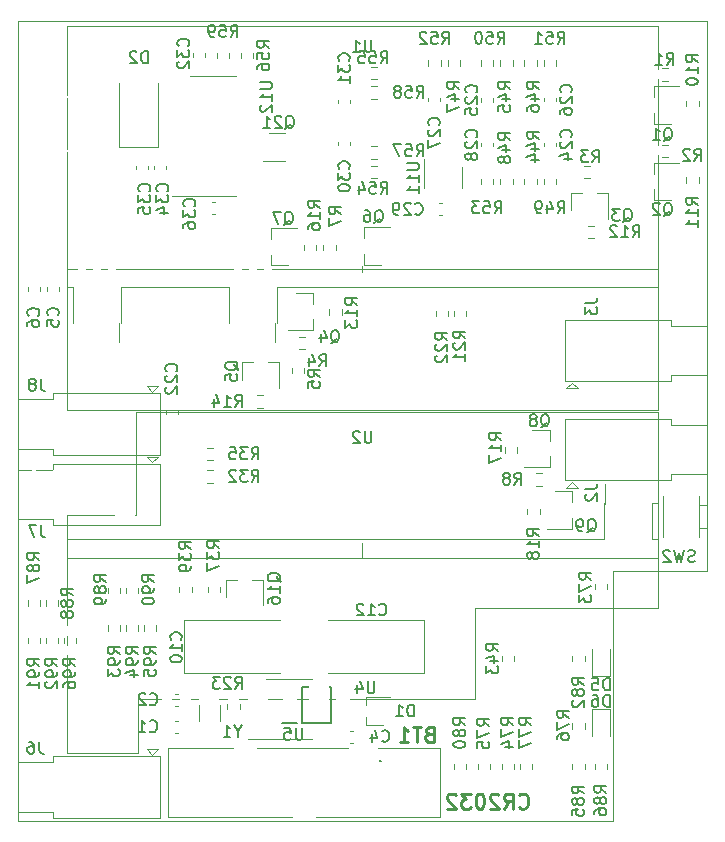
<source format=gbr>
%TF.GenerationSoftware,KiCad,Pcbnew,(5.1.10)-1*%
%TF.CreationDate,2022-01-19T08:49:31+07:00*%
%TF.ProjectId,Digital_module_v3,44696769-7461-46c5-9f6d-6f64756c655f,rev?*%
%TF.SameCoordinates,Original*%
%TF.FileFunction,Legend,Bot*%
%TF.FilePolarity,Positive*%
%FSLAX46Y46*%
G04 Gerber Fmt 4.6, Leading zero omitted, Abs format (unit mm)*
G04 Created by KiCad (PCBNEW (5.1.10)-1) date 2022-01-19 08:49:31*
%MOMM*%
%LPD*%
G01*
G04 APERTURE LIST*
%ADD10C,0.100000*%
%ADD11C,0.120000*%
%ADD12C,0.200000*%
%ADD13C,0.150000*%
%ADD14C,0.254000*%
%ADD15R,0.740000X2.400000*%
%ADD16C,3.500000*%
%ADD17C,1.700000*%
%ADD18R,1.700000X1.700000*%
%ADD19R,0.800000X0.900000*%
%ADD20R,0.900000X0.800000*%
%ADD21O,1.000000X1.000000*%
%ADD22R,1.000000X1.000000*%
%ADD23C,2.000000*%
%ADD24C,0.700000*%
%ADD25R,0.650000X0.400000*%
%ADD26R,0.650000X1.060000*%
%ADD27R,1.800000X1.000000*%
%ADD28C,1.800000*%
%ADD29R,1.300000X0.450000*%
%ADD30R,0.700000X0.450000*%
%ADD31R,1.800000X2.500000*%
%ADD32O,1.950000X1.700000*%
%ADD33O,2.000000X1.700000*%
%ADD34O,1.000000X1.800000*%
%ADD35R,1.000000X1.800000*%
%ADD36O,1.800000X1.000000*%
%ADD37C,1.000000*%
%ADD38C,2.100000*%
%ADD39O,2.200000X1.600000*%
%ADD40C,0.900000*%
%ADD41O,0.800000X0.800000*%
%ADD42O,1.800000X1.150000*%
%ADD43O,2.000000X1.450000*%
%ADD44R,1.050000X1.400000*%
G04 APERTURE END LIST*
D10*
X121208800Y-142800000D02*
X70853500Y-142800000D01*
X121208800Y-121589800D02*
X121208800Y-142800000D01*
X129146500Y-121589800D02*
X121208800Y-121589800D01*
X129146500Y-75000000D02*
X129146500Y-121589800D01*
X70853500Y-75000000D02*
X129146500Y-75000000D01*
X70853500Y-142800000D02*
X70853500Y-75000000D01*
D11*
%TO.C,U2*%
X124544000Y-118877000D02*
X125000000Y-118877000D01*
X80800000Y-116877000D02*
X80800000Y-108158000D01*
X75000000Y-116877000D02*
X80800000Y-116877000D01*
X75000000Y-136977000D02*
X81000000Y-136977000D01*
X81000000Y-132415000D02*
X81000000Y-136977000D01*
X125000000Y-124777000D02*
X109500000Y-124777000D01*
X109500000Y-132415000D02*
X109500000Y-124777000D01*
X120574000Y-115905000D02*
X120574000Y-114254000D01*
X100000000Y-120477000D02*
X100000000Y-119207000D01*
X125000000Y-108158000D02*
X125000000Y-124777000D01*
X109500000Y-132415000D02*
X81000000Y-132415000D01*
X75000000Y-136977000D02*
X75000000Y-116877000D01*
X80800000Y-108158000D02*
X125000000Y-108158000D01*
X125000000Y-120477000D02*
X75000000Y-120477000D01*
X120414000Y-118877000D02*
X75000000Y-118877000D01*
X124544000Y-115877000D02*
X124544000Y-118877000D01*
X120414000Y-115877000D02*
X120414000Y-118877000D01*
X125000000Y-115877000D02*
X124544000Y-115877000D01*
%TO.C,U1*%
X88664000Y-100600000D02*
X88664000Y-97600000D01*
X79586000Y-97600000D02*
X88664000Y-97600000D01*
X92794000Y-100600000D02*
X92794000Y-97600000D01*
X125000000Y-108000000D02*
X125000000Y-75500000D01*
X125000000Y-75500000D02*
X75000000Y-75500000D01*
X75000000Y-75500000D02*
X75000000Y-108000000D01*
X75000000Y-108000000D02*
X125000000Y-108000000D01*
X125000000Y-96000000D02*
X75000000Y-96000000D01*
X125000000Y-97600000D02*
X92794000Y-97600000D01*
X100000000Y-96254000D02*
X100000000Y-95746000D01*
X79586000Y-100600000D02*
X79586000Y-97600000D01*
X75456000Y-100600000D02*
X75456000Y-97600000D01*
X79586000Y-100600000D02*
X79586000Y-97600000D01*
X75456000Y-100600000D02*
X75456000Y-97600000D01*
X79426000Y-100572000D02*
X79426000Y-102223000D01*
X75456000Y-97600000D02*
X75000000Y-97600000D01*
X92794000Y-100600000D02*
X92794000Y-97600000D01*
X88664000Y-100600000D02*
X88664000Y-97600000D01*
X92634000Y-100572000D02*
X92634000Y-102223000D01*
X88664000Y-97600000D02*
X88208000Y-97600000D01*
%TO.C,R39*%
X84491300Y-123414058D02*
X84491300Y-122939542D01*
X85536300Y-123414058D02*
X85536300Y-122939542D01*
%TO.C,R37*%
X87949300Y-122939542D02*
X87949300Y-123414058D01*
X86904300Y-122939542D02*
X86904300Y-123414058D01*
%TO.C,R35*%
X87347058Y-112206300D02*
X86872542Y-112206300D01*
X87347058Y-111161300D02*
X86872542Y-111161300D01*
%TO.C,R32*%
X86872542Y-113066300D02*
X87347058Y-113066300D01*
X86872542Y-114111300D02*
X87347058Y-114111300D01*
%TO.C,R13*%
X98236300Y-99445542D02*
X98236300Y-99920058D01*
X97191300Y-99445542D02*
X97191300Y-99920058D01*
%TO.C,R4*%
X95094058Y-102808300D02*
X94619542Y-102808300D01*
X95094058Y-101763300D02*
X94619542Y-101763300D01*
%TO.C,Q16*%
X88447800Y-122337800D02*
X88447800Y-123797800D01*
X91607800Y-122337800D02*
X91607800Y-124497800D01*
X91607800Y-122337800D02*
X90677800Y-122337800D01*
X88447800Y-122337800D02*
X89377800Y-122337800D01*
%TO.C,Q4*%
X95822800Y-98038800D02*
X94362800Y-98038800D01*
X95822800Y-101198800D02*
X93662800Y-101198800D01*
X95822800Y-101198800D02*
X95822800Y-100268800D01*
X95822800Y-98038800D02*
X95822800Y-98968800D01*
%TO.C,R21*%
X107732300Y-99572542D02*
X107732300Y-100047058D01*
X108777300Y-99572542D02*
X108777300Y-100047058D01*
%TO.C,R22*%
X106208300Y-99572542D02*
X106208300Y-100047058D01*
X107253300Y-99572542D02*
X107253300Y-100047058D01*
%TO.C,Q1*%
X124655800Y-83733800D02*
X124655800Y-82803800D01*
X124655800Y-80573800D02*
X124655800Y-81503800D01*
X124655800Y-80573800D02*
X126815800Y-80573800D01*
X124655800Y-83733800D02*
X126115800Y-83733800D01*
%TO.C,Q2*%
X124655800Y-90215800D02*
X124655800Y-89285800D01*
X124655800Y-87055800D02*
X124655800Y-87985800D01*
X124655800Y-87055800D02*
X126815800Y-87055800D01*
X124655800Y-90215800D02*
X126115800Y-90215800D01*
%TO.C,R16*%
X95032300Y-93984542D02*
X95032300Y-94459058D01*
X96077300Y-93984542D02*
X96077300Y-94459058D01*
%TO.C,R17*%
X112050300Y-111129542D02*
X112050300Y-111604058D01*
X113095300Y-111129542D02*
X113095300Y-111604058D01*
%TO.C,R18*%
X113955300Y-116336542D02*
X113955300Y-116811058D01*
X115000300Y-116336542D02*
X115000300Y-116811058D01*
%TO.C,R1*%
X125352542Y-80075300D02*
X125827058Y-80075300D01*
X125352542Y-79030300D02*
X125827058Y-79030300D01*
%TO.C,R2*%
X125353542Y-86552300D02*
X125828058Y-86552300D01*
X125353542Y-85507300D02*
X125828058Y-85507300D01*
%TO.C,R3*%
X118748542Y-88330300D02*
X119223058Y-88330300D01*
X118748542Y-87285300D02*
X119223058Y-87285300D01*
%TO.C,Q7*%
X92270800Y-95737800D02*
X92270800Y-94807800D01*
X92270800Y-92577800D02*
X92270800Y-93507800D01*
X92270800Y-92577800D02*
X94430800Y-92577800D01*
X92270800Y-95737800D02*
X93730800Y-95737800D01*
%TO.C,Q8*%
X115856800Y-109661800D02*
X115856800Y-110591800D01*
X115856800Y-112821800D02*
X115856800Y-111891800D01*
X115856800Y-112821800D02*
X113696800Y-112821800D01*
X115856800Y-109661800D02*
X114396800Y-109661800D01*
%TO.C,Q9*%
X117761800Y-114868800D02*
X117761800Y-115798800D01*
X117761800Y-118028800D02*
X117761800Y-117098800D01*
X117761800Y-118028800D02*
X115601800Y-118028800D01*
X117761800Y-114868800D02*
X116301800Y-114868800D01*
%TO.C,Q3*%
X117662800Y-89603800D02*
X118592800Y-89603800D01*
X120822800Y-89603800D02*
X119892800Y-89603800D01*
X120822800Y-89603800D02*
X120822800Y-91763800D01*
X117662800Y-89603800D02*
X117662800Y-91063800D01*
%TO.C,Q5*%
X89783800Y-103938800D02*
X90713800Y-103938800D01*
X92943800Y-103938800D02*
X92013800Y-103938800D01*
X92943800Y-103938800D02*
X92943800Y-106098800D01*
X89783800Y-103938800D02*
X89783800Y-105398800D01*
%TO.C,Q6*%
X100144800Y-95671800D02*
X100144800Y-94741800D01*
X100144800Y-92511800D02*
X100144800Y-93441800D01*
X100144800Y-92511800D02*
X102304800Y-92511800D01*
X100144800Y-95671800D02*
X101604800Y-95671800D01*
%TO.C,R12*%
X119605058Y-92365300D02*
X119130542Y-92365300D01*
X119605058Y-93410300D02*
X119130542Y-93410300D01*
%TO.C,R14*%
X91538058Y-106716300D02*
X91063542Y-106716300D01*
X91538058Y-107761300D02*
X91063542Y-107761300D01*
%TO.C,R5*%
X95061300Y-104873058D02*
X95061300Y-104398542D01*
X94016300Y-104873058D02*
X94016300Y-104398542D01*
%TO.C,R7*%
X96683300Y-93983542D02*
X96683300Y-94458058D01*
X97728300Y-93983542D02*
X97728300Y-94458058D01*
%TO.C,R8*%
X115159058Y-113320300D02*
X114684542Y-113320300D01*
X115159058Y-114365300D02*
X114684542Y-114365300D01*
%TO.C,R10*%
X128462300Y-82267058D02*
X128462300Y-81792542D01*
X127417300Y-82267058D02*
X127417300Y-81792542D01*
%TO.C,R11*%
X128462300Y-88743058D02*
X128462300Y-88268542D01*
X127417300Y-88743058D02*
X127417300Y-88268542D01*
%TO.C,R96*%
X74712300Y-127258542D02*
X74712300Y-127733058D01*
X75757300Y-127258542D02*
X75757300Y-127733058D01*
%TO.C,R87*%
X72709300Y-124083542D02*
X72709300Y-124558058D01*
X71664300Y-124083542D02*
X71664300Y-124558058D01*
%TO.C,R94*%
X79982800Y-126178042D02*
X79982800Y-126652558D01*
X81027800Y-126178042D02*
X81027800Y-126652558D01*
%TO.C,R88*%
X74233300Y-124083542D02*
X74233300Y-124558058D01*
X73188300Y-124083542D02*
X73188300Y-124558058D01*
%TO.C,R89*%
X78458800Y-123004042D02*
X78458800Y-123478558D01*
X79503800Y-123004042D02*
X79503800Y-123478558D01*
%TO.C,R90*%
X79982800Y-123004042D02*
X79982800Y-123478558D01*
X81027800Y-123004042D02*
X81027800Y-123478558D01*
%TO.C,R91*%
X72709300Y-127257542D02*
X72709300Y-127732058D01*
X71664300Y-127257542D02*
X71664300Y-127732058D01*
%TO.C,R92*%
X74233300Y-127257542D02*
X74233300Y-127732058D01*
X73188300Y-127257542D02*
X73188300Y-127732058D01*
%TO.C,R93*%
X78458800Y-126178042D02*
X78458800Y-126652558D01*
X79503800Y-126178042D02*
X79503800Y-126652558D01*
%TO.C,R95*%
X81506800Y-126178042D02*
X81506800Y-126652558D01*
X82551800Y-126178042D02*
X82551800Y-126652558D01*
%TO.C,C10*%
X92982800Y-130263300D02*
X84922800Y-130263300D01*
X84922800Y-130263300D02*
X84922800Y-125743300D01*
X84922800Y-125743300D02*
X92982800Y-125743300D01*
%TO.C,C12*%
X97112800Y-125743300D02*
X105172800Y-125743300D01*
X105172800Y-125743300D02*
X105172800Y-130263300D01*
X105172800Y-130263300D02*
X97112800Y-130263300D01*
%TO.C,Q21*%
X92060800Y-84552300D02*
X93460800Y-84552300D01*
X93460800Y-86872300D02*
X91560800Y-86872300D01*
%TO.C,R86*%
X119670300Y-138401058D02*
X119670300Y-137926542D01*
X120715300Y-138401058D02*
X120715300Y-137926542D01*
%TO.C,R85*%
X117765300Y-138400058D02*
X117765300Y-137925542D01*
X118810300Y-138400058D02*
X118810300Y-137925542D01*
%TO.C,R43*%
X112841300Y-128782542D02*
X112841300Y-129257058D01*
X111796300Y-128782542D02*
X111796300Y-129257058D01*
%TO.C,R59*%
X87666300Y-78202058D02*
X87666300Y-77727542D01*
X88711300Y-78202058D02*
X88711300Y-77727542D01*
%TO.C,R58*%
X101190058Y-81599300D02*
X100715542Y-81599300D01*
X101190058Y-80554300D02*
X100715542Y-80554300D01*
%TO.C,R57*%
X101190058Y-86679300D02*
X100715542Y-86679300D01*
X101190058Y-85634300D02*
X100715542Y-85634300D01*
%TO.C,R56*%
X89698300Y-78203058D02*
X89698300Y-77728542D01*
X90743300Y-78203058D02*
X90743300Y-77728542D01*
%TO.C,R55*%
X101190058Y-79948300D02*
X100715542Y-79948300D01*
X101190058Y-78903300D02*
X100715542Y-78903300D01*
%TO.C,R54*%
X101190058Y-88330300D02*
X100715542Y-88330300D01*
X101190058Y-87285300D02*
X100715542Y-87285300D01*
%TO.C,R53*%
X110018300Y-88871058D02*
X110018300Y-88396542D01*
X111063300Y-88871058D02*
X111063300Y-88396542D01*
%TO.C,R52*%
X106618300Y-78362542D02*
X106618300Y-78837058D01*
X105573300Y-78362542D02*
X105573300Y-78837058D01*
%TO.C,R51*%
X116397300Y-78362542D02*
X116397300Y-78837058D01*
X115352300Y-78362542D02*
X115352300Y-78837058D01*
%TO.C,R50*%
X111063300Y-78362542D02*
X111063300Y-78837058D01*
X110018300Y-78362542D02*
X110018300Y-78837058D01*
%TO.C,R49*%
X115352300Y-88871058D02*
X115352300Y-88396542D01*
X116397300Y-88871058D02*
X116397300Y-88396542D01*
%TO.C,R48*%
X111669300Y-88870058D02*
X111669300Y-88395542D01*
X112714300Y-88870058D02*
X112714300Y-88395542D01*
%TO.C,R47*%
X108269300Y-78362542D02*
X108269300Y-78837058D01*
X107224300Y-78362542D02*
X107224300Y-78837058D01*
%TO.C,R46*%
X114746300Y-78362542D02*
X114746300Y-78837058D01*
X113701300Y-78362542D02*
X113701300Y-78837058D01*
%TO.C,R45*%
X112714300Y-78362542D02*
X112714300Y-78837058D01*
X111669300Y-78362542D02*
X111669300Y-78837058D01*
%TO.C,R44*%
X113701300Y-88871058D02*
X113701300Y-88396542D01*
X114746300Y-88871058D02*
X114746300Y-88396542D01*
%TO.C,C32*%
X86666800Y-77774220D02*
X86666800Y-78055380D01*
X85646800Y-77774220D02*
X85646800Y-78055380D01*
%TO.C,C31*%
X98985800Y-81711220D02*
X98985800Y-81992380D01*
X97965800Y-81711220D02*
X97965800Y-81992380D01*
%TO.C,C30*%
X97965800Y-85522380D02*
X97965800Y-85241220D01*
X98985800Y-85522380D02*
X98985800Y-85241220D01*
%TO.C,C29*%
X106476220Y-90472800D02*
X106757380Y-90472800D01*
X106476220Y-91492800D02*
X106757380Y-91492800D01*
%TO.C,C28*%
X110030800Y-85662380D02*
X110030800Y-85381220D01*
X111050800Y-85662380D02*
X111050800Y-85381220D01*
%TO.C,C27*%
X106605800Y-81558220D02*
X106605800Y-81839380D01*
X105585800Y-81558220D02*
X105585800Y-81839380D01*
%TO.C,C26*%
X116384800Y-81558220D02*
X116384800Y-81839380D01*
X115364800Y-81558220D02*
X115364800Y-81839380D01*
%TO.C,C25*%
X111050800Y-81584220D02*
X111050800Y-81865380D01*
X110030800Y-81584220D02*
X110030800Y-81865380D01*
%TO.C,C24*%
X115364800Y-85649380D02*
X115364800Y-85368220D01*
X116384800Y-85649380D02*
X116384800Y-85368220D01*
%TO.C,U11*%
X105186800Y-89172800D02*
X105186800Y-86722800D01*
X108406800Y-87372800D02*
X108406800Y-89172800D01*
%TO.C,Y1*%
X87920800Y-132979800D02*
X87920800Y-134329800D01*
X86170800Y-132979800D02*
X86170800Y-134329800D01*
D12*
%TO.C,BT1*%
X101546800Y-137718800D02*
X101546800Y-137718800D01*
X101446800Y-137718800D02*
X101446800Y-137718800D01*
X101546800Y-137718800D02*
X101546800Y-137718800D01*
D10*
X91046800Y-136568800D02*
X91046800Y-136568800D01*
X98796800Y-136568800D02*
X91046800Y-136568800D01*
X98796800Y-136568800D02*
X98796800Y-136568800D01*
X91046800Y-136568800D02*
X98796800Y-136568800D01*
X89046800Y-136618800D02*
X83546800Y-136618800D01*
X89046800Y-136568800D02*
X89046800Y-136568800D01*
X83546800Y-136618800D02*
X89046800Y-136618800D01*
X83546800Y-136618800D02*
X83546800Y-142418800D01*
X83546800Y-142418800D02*
X83546800Y-136618800D01*
X83546800Y-142418800D02*
X94046800Y-142418800D01*
X94046800Y-142418800D02*
X83546800Y-142418800D01*
X96046800Y-142418800D02*
X106546800Y-142418800D01*
X106546800Y-142418800D02*
X96046800Y-142418800D01*
X106546800Y-142418800D02*
X106546800Y-136618800D01*
X106546800Y-136618800D02*
X106546800Y-142418800D01*
X101296800Y-136568800D02*
X101296800Y-136568800D01*
X106546800Y-136618800D02*
X101296800Y-136618800D01*
X101296800Y-136618800D02*
X106546800Y-136618800D01*
D12*
X101446800Y-137718800D02*
G75*
G03*
X101546800Y-137718800I50000J0D01*
G01*
X101546800Y-137718800D02*
G75*
G03*
X101446800Y-137718800I-50000J0D01*
G01*
X101446800Y-137718800D02*
G75*
G03*
X101546800Y-137718800I50000J0D01*
G01*
D11*
%TO.C,C6*%
X71676800Y-97867380D02*
X71676800Y-97586220D01*
X72696800Y-97867380D02*
X72696800Y-97586220D01*
%TO.C,C5*%
X73327800Y-97867380D02*
X73327800Y-97586220D01*
X74347800Y-97867380D02*
X74347800Y-97586220D01*
%TO.C,C22*%
X83360800Y-108281380D02*
X83360800Y-108000220D01*
X84380800Y-108281380D02*
X84380800Y-108000220D01*
%TO.C,U12*%
X87361800Y-89819800D02*
X83911800Y-89819800D01*
X87361800Y-89819800D02*
X89311800Y-89819800D01*
X87361800Y-79699800D02*
X85411800Y-79699800D01*
X87361800Y-79699800D02*
X89311800Y-79699800D01*
%TO.C,R80*%
X107732300Y-138400558D02*
X107732300Y-137926042D01*
X108777300Y-138400558D02*
X108777300Y-137926042D01*
%TO.C,R75*%
X109764300Y-138400058D02*
X109764300Y-137925542D01*
X110809300Y-138400058D02*
X110809300Y-137925542D01*
%TO.C,R74*%
X111796300Y-138400058D02*
X111796300Y-137925542D01*
X112841300Y-138400058D02*
X112841300Y-137925542D01*
%TO.C,C36*%
X87554380Y-91365800D02*
X87273220Y-91365800D01*
X87554380Y-90345800D02*
X87273220Y-90345800D01*
%TO.C,C35*%
X81840800Y-87286220D02*
X81840800Y-87567380D01*
X80820800Y-87286220D02*
X80820800Y-87567380D01*
%TO.C,C34*%
X82344800Y-87567380D02*
X82344800Y-87286220D01*
X83364800Y-87567380D02*
X83364800Y-87286220D01*
%TO.C,R23*%
X89600300Y-132846542D02*
X89600300Y-133321058D01*
X88555300Y-132846542D02*
X88555300Y-133321058D01*
D12*
%TO.C,U4*%
X93198800Y-134513800D02*
X94498800Y-134513800D01*
X94848800Y-131463800D02*
X94848800Y-134463800D01*
X97348800Y-131463800D02*
X94848800Y-131463800D01*
X97348800Y-134463800D02*
X97348800Y-131463800D01*
X94848800Y-134463800D02*
X97348800Y-134463800D01*
D11*
%TO.C,U5*%
X93741800Y-130713800D02*
X95691800Y-130713800D01*
X93741800Y-130713800D02*
X91791800Y-130713800D01*
X93741800Y-135833800D02*
X95691800Y-135833800D01*
X93741800Y-135833800D02*
X90291800Y-135833800D01*
%TO.C,D1*%
X101743300Y-134624300D02*
X100333300Y-134624300D01*
X100333300Y-132304300D02*
X102363300Y-132304300D01*
X100333300Y-132304300D02*
X100333300Y-132964300D01*
X100333300Y-133964300D02*
X100333300Y-134624300D01*
%TO.C,C4*%
X98919720Y-135113300D02*
X99200880Y-135113300D01*
X98919720Y-136133300D02*
X99200880Y-136133300D01*
%TO.C,C2*%
X84379380Y-133021800D02*
X84098220Y-133021800D01*
X84379380Y-132001800D02*
X84098220Y-132001800D01*
%TO.C,C1*%
X84379380Y-135307800D02*
X84098220Y-135307800D01*
X84379380Y-134287800D02*
X84098220Y-134287800D01*
%TO.C,R77*%
X113320300Y-138400058D02*
X113320300Y-137925542D01*
X114365300Y-138400058D02*
X114365300Y-137925542D01*
%TO.C,D2*%
X82726800Y-85714800D02*
X82726800Y-80314800D01*
X79426800Y-85714800D02*
X79426800Y-80314800D01*
X82726800Y-85714800D02*
X79426800Y-85714800D01*
%TO.C,J2*%
X126151800Y-113430800D02*
X129151800Y-113430800D01*
X126151800Y-109230800D02*
X129151800Y-109230800D01*
X126151800Y-108730800D02*
X117151800Y-108730800D01*
X129151800Y-109230800D02*
X129151800Y-113430800D01*
X126151800Y-113430800D02*
X126151800Y-113930800D01*
X126151800Y-108730800D02*
X126151800Y-109230800D01*
X117151800Y-113930800D02*
X117151800Y-108730800D01*
X126151800Y-113930800D02*
X117151800Y-113930800D01*
X117765800Y-114054800D02*
X118265800Y-114554800D01*
X118265800Y-114554800D02*
X117265800Y-114554800D01*
X117265800Y-114554800D02*
X117765800Y-114054800D01*
%TO.C,J8*%
X73833800Y-107071800D02*
X70833800Y-107071800D01*
X73833800Y-111271800D02*
X70833800Y-111271800D01*
X73833800Y-111771800D02*
X82833800Y-111771800D01*
X70833800Y-111271800D02*
X70833800Y-107071800D01*
X73833800Y-107071800D02*
X73833800Y-106571800D01*
X73833800Y-111771800D02*
X73833800Y-111271800D01*
X82833800Y-106571800D02*
X82833800Y-111771800D01*
X73833800Y-106571800D02*
X82833800Y-106571800D01*
X82219800Y-106447800D02*
X81719800Y-105947800D01*
X81719800Y-105947800D02*
X82719800Y-105947800D01*
X82719800Y-105947800D02*
X82219800Y-106447800D01*
%TO.C,J7*%
X73833800Y-113040800D02*
X70833800Y-113040800D01*
X73833800Y-117240800D02*
X70833800Y-117240800D01*
X73833800Y-117740800D02*
X82833800Y-117740800D01*
X70833800Y-117240800D02*
X70833800Y-113040800D01*
X73833800Y-113040800D02*
X73833800Y-112540800D01*
X73833800Y-117740800D02*
X73833800Y-117240800D01*
X82833800Y-112540800D02*
X82833800Y-117740800D01*
X73833800Y-112540800D02*
X82833800Y-112540800D01*
X82219800Y-112416800D02*
X81719800Y-111916800D01*
X81719800Y-111916800D02*
X82719800Y-111916800D01*
X82719800Y-111916800D02*
X82219800Y-112416800D01*
%TO.C,J6*%
X73833800Y-137805800D02*
X70833800Y-137805800D01*
X73833800Y-142005800D02*
X70833800Y-142005800D01*
X73833800Y-142505800D02*
X82833800Y-142505800D01*
X70833800Y-142005800D02*
X70833800Y-137805800D01*
X73833800Y-137805800D02*
X73833800Y-137305800D01*
X73833800Y-142505800D02*
X73833800Y-142005800D01*
X82833800Y-137305800D02*
X82833800Y-142505800D01*
X73833800Y-137305800D02*
X82833800Y-137305800D01*
X82219800Y-137181800D02*
X81719800Y-136681800D01*
X81719800Y-136681800D02*
X82719800Y-136681800D01*
X82719800Y-136681800D02*
X82219800Y-137181800D01*
%TO.C,J3*%
X117265800Y-106144800D02*
X117765800Y-105644800D01*
X118265800Y-106144800D02*
X117265800Y-106144800D01*
X117765800Y-105644800D02*
X118265800Y-106144800D01*
X126151800Y-105520800D02*
X117151800Y-105520800D01*
X117151800Y-105520800D02*
X117151800Y-100320800D01*
X126151800Y-100320800D02*
X126151800Y-100820800D01*
X126151800Y-105020800D02*
X126151800Y-105520800D01*
X129151800Y-100820800D02*
X129151800Y-105020800D01*
X126151800Y-100320800D02*
X117151800Y-100320800D01*
X126151800Y-100820800D02*
X129151800Y-100820800D01*
X126151800Y-105020800D02*
X129151800Y-105020800D01*
%TO.C,D6*%
X119457800Y-135572300D02*
X119457800Y-133287300D01*
X119457800Y-133287300D02*
X120927800Y-133287300D01*
X120927800Y-133287300D02*
X120927800Y-135572300D01*
%TO.C,D5*%
X120927800Y-128181300D02*
X120927800Y-130466300D01*
X120927800Y-130466300D02*
X119457800Y-130466300D01*
X119457800Y-130466300D02*
X119457800Y-128181300D01*
%TO.C,R76*%
X117765300Y-134972058D02*
X117765300Y-134497542D01*
X118810300Y-134972058D02*
X118810300Y-134497542D01*
%TO.C,R73*%
X119670300Y-123160058D02*
X119670300Y-122685542D01*
X120715300Y-123160058D02*
X120715300Y-122685542D01*
%TO.C,R82*%
X118810300Y-129256058D02*
X118810300Y-128781542D01*
X117765300Y-129256058D02*
X117765300Y-128781542D01*
%TO.C,SW2*%
X128515800Y-117945800D02*
X129165800Y-117945800D01*
X129165800Y-117945800D02*
X129165800Y-116045800D01*
X129165800Y-116045800D02*
X128515800Y-116045800D01*
X125415800Y-115245800D02*
X125415800Y-118745800D01*
X128515800Y-118745800D02*
X128515800Y-115245800D01*
%TO.C,U2*%
D13*
X100761904Y-109769380D02*
X100761904Y-110578904D01*
X100714285Y-110674142D01*
X100666666Y-110721761D01*
X100571428Y-110769380D01*
X100380952Y-110769380D01*
X100285714Y-110721761D01*
X100238095Y-110674142D01*
X100190476Y-110578904D01*
X100190476Y-109769380D01*
X99761904Y-109864619D02*
X99714285Y-109817000D01*
X99619047Y-109769380D01*
X99380952Y-109769380D01*
X99285714Y-109817000D01*
X99238095Y-109864619D01*
X99190476Y-109959857D01*
X99190476Y-110055095D01*
X99238095Y-110197952D01*
X99809523Y-110769380D01*
X99190476Y-110769380D01*
%TO.C,U1*%
X100761904Y-76656380D02*
X100761904Y-77465904D01*
X100714285Y-77561142D01*
X100666666Y-77608761D01*
X100571428Y-77656380D01*
X100380952Y-77656380D01*
X100285714Y-77608761D01*
X100238095Y-77561142D01*
X100190476Y-77465904D01*
X100190476Y-76656380D01*
X99190476Y-77656380D02*
X99761904Y-77656380D01*
X99476190Y-77656380D02*
X99476190Y-76656380D01*
X99571428Y-76799238D01*
X99666666Y-76894476D01*
X99761904Y-76942095D01*
%TO.C,R39*%
X85466180Y-119740442D02*
X84989990Y-119407109D01*
X85466180Y-119169014D02*
X84466180Y-119169014D01*
X84466180Y-119549966D01*
X84513800Y-119645204D01*
X84561419Y-119692823D01*
X84656657Y-119740442D01*
X84799514Y-119740442D01*
X84894752Y-119692823D01*
X84942371Y-119645204D01*
X84989990Y-119549966D01*
X84989990Y-119169014D01*
X84466180Y-120073776D02*
X84466180Y-120692823D01*
X84847133Y-120359490D01*
X84847133Y-120502347D01*
X84894752Y-120597585D01*
X84942371Y-120645204D01*
X85037609Y-120692823D01*
X85275704Y-120692823D01*
X85370942Y-120645204D01*
X85418561Y-120597585D01*
X85466180Y-120502347D01*
X85466180Y-120216633D01*
X85418561Y-120121395D01*
X85370942Y-120073776D01*
X85466180Y-121169014D02*
X85466180Y-121359490D01*
X85418561Y-121454728D01*
X85370942Y-121502347D01*
X85228085Y-121597585D01*
X85037609Y-121645204D01*
X84656657Y-121645204D01*
X84561419Y-121597585D01*
X84513800Y-121549966D01*
X84466180Y-121454728D01*
X84466180Y-121264252D01*
X84513800Y-121169014D01*
X84561419Y-121121395D01*
X84656657Y-121073776D01*
X84894752Y-121073776D01*
X84989990Y-121121395D01*
X85037609Y-121169014D01*
X85085228Y-121264252D01*
X85085228Y-121454728D01*
X85037609Y-121549966D01*
X84989990Y-121597585D01*
X84894752Y-121645204D01*
%TO.C,R37*%
X87879180Y-119676942D02*
X87402990Y-119343609D01*
X87879180Y-119105514D02*
X86879180Y-119105514D01*
X86879180Y-119486466D01*
X86926800Y-119581704D01*
X86974419Y-119629323D01*
X87069657Y-119676942D01*
X87212514Y-119676942D01*
X87307752Y-119629323D01*
X87355371Y-119581704D01*
X87402990Y-119486466D01*
X87402990Y-119105514D01*
X86879180Y-120010276D02*
X86879180Y-120629323D01*
X87260133Y-120295990D01*
X87260133Y-120438847D01*
X87307752Y-120534085D01*
X87355371Y-120581704D01*
X87450609Y-120629323D01*
X87688704Y-120629323D01*
X87783942Y-120581704D01*
X87831561Y-120534085D01*
X87879180Y-120438847D01*
X87879180Y-120153133D01*
X87831561Y-120057895D01*
X87783942Y-120010276D01*
X86879180Y-120962657D02*
X86879180Y-121629323D01*
X87879180Y-121200752D01*
%TO.C,R35*%
X90609657Y-112136180D02*
X90942990Y-111659990D01*
X91181085Y-112136180D02*
X91181085Y-111136180D01*
X90800133Y-111136180D01*
X90704895Y-111183800D01*
X90657276Y-111231419D01*
X90609657Y-111326657D01*
X90609657Y-111469514D01*
X90657276Y-111564752D01*
X90704895Y-111612371D01*
X90800133Y-111659990D01*
X91181085Y-111659990D01*
X90276323Y-111136180D02*
X89657276Y-111136180D01*
X89990609Y-111517133D01*
X89847752Y-111517133D01*
X89752514Y-111564752D01*
X89704895Y-111612371D01*
X89657276Y-111707609D01*
X89657276Y-111945704D01*
X89704895Y-112040942D01*
X89752514Y-112088561D01*
X89847752Y-112136180D01*
X90133466Y-112136180D01*
X90228704Y-112088561D01*
X90276323Y-112040942D01*
X88752514Y-111136180D02*
X89228704Y-111136180D01*
X89276323Y-111612371D01*
X89228704Y-111564752D01*
X89133466Y-111517133D01*
X88895371Y-111517133D01*
X88800133Y-111564752D01*
X88752514Y-111612371D01*
X88704895Y-111707609D01*
X88704895Y-111945704D01*
X88752514Y-112040942D01*
X88800133Y-112088561D01*
X88895371Y-112136180D01*
X89133466Y-112136180D01*
X89228704Y-112088561D01*
X89276323Y-112040942D01*
%TO.C,R32*%
X90609657Y-114041180D02*
X90942990Y-113564990D01*
X91181085Y-114041180D02*
X91181085Y-113041180D01*
X90800133Y-113041180D01*
X90704895Y-113088800D01*
X90657276Y-113136419D01*
X90609657Y-113231657D01*
X90609657Y-113374514D01*
X90657276Y-113469752D01*
X90704895Y-113517371D01*
X90800133Y-113564990D01*
X91181085Y-113564990D01*
X90276323Y-113041180D02*
X89657276Y-113041180D01*
X89990609Y-113422133D01*
X89847752Y-113422133D01*
X89752514Y-113469752D01*
X89704895Y-113517371D01*
X89657276Y-113612609D01*
X89657276Y-113850704D01*
X89704895Y-113945942D01*
X89752514Y-113993561D01*
X89847752Y-114041180D01*
X90133466Y-114041180D01*
X90228704Y-113993561D01*
X90276323Y-113945942D01*
X89276323Y-113136419D02*
X89228704Y-113088800D01*
X89133466Y-113041180D01*
X88895371Y-113041180D01*
X88800133Y-113088800D01*
X88752514Y-113136419D01*
X88704895Y-113231657D01*
X88704895Y-113326895D01*
X88752514Y-113469752D01*
X89323942Y-114041180D01*
X88704895Y-114041180D01*
%TO.C,R13*%
X99563180Y-99102942D02*
X99086990Y-98769609D01*
X99563180Y-98531514D02*
X98563180Y-98531514D01*
X98563180Y-98912466D01*
X98610800Y-99007704D01*
X98658419Y-99055323D01*
X98753657Y-99102942D01*
X98896514Y-99102942D01*
X98991752Y-99055323D01*
X99039371Y-99007704D01*
X99086990Y-98912466D01*
X99086990Y-98531514D01*
X99563180Y-100055323D02*
X99563180Y-99483895D01*
X99563180Y-99769609D02*
X98563180Y-99769609D01*
X98706038Y-99674371D01*
X98801276Y-99579133D01*
X98848895Y-99483895D01*
X98563180Y-100388657D02*
X98563180Y-101007704D01*
X98944133Y-100674371D01*
X98944133Y-100817228D01*
X98991752Y-100912466D01*
X99039371Y-100960085D01*
X99134609Y-101007704D01*
X99372704Y-101007704D01*
X99467942Y-100960085D01*
X99515561Y-100912466D01*
X99563180Y-100817228D01*
X99563180Y-100531514D01*
X99515561Y-100436276D01*
X99467942Y-100388657D01*
%TO.C,R4*%
X96356466Y-104262180D02*
X96689800Y-103785990D01*
X96927895Y-104262180D02*
X96927895Y-103262180D01*
X96546942Y-103262180D01*
X96451704Y-103309800D01*
X96404085Y-103357419D01*
X96356466Y-103452657D01*
X96356466Y-103595514D01*
X96404085Y-103690752D01*
X96451704Y-103738371D01*
X96546942Y-103785990D01*
X96927895Y-103785990D01*
X95499323Y-103595514D02*
X95499323Y-104262180D01*
X95737419Y-103214561D02*
X95975514Y-103928847D01*
X95356466Y-103928847D01*
%TO.C,Q16*%
X93075419Y-122526371D02*
X93027800Y-122431133D01*
X92932561Y-122335895D01*
X92789704Y-122193038D01*
X92742085Y-122097800D01*
X92742085Y-122002561D01*
X92980180Y-122050180D02*
X92932561Y-121954942D01*
X92837323Y-121859704D01*
X92646847Y-121812085D01*
X92313514Y-121812085D01*
X92123038Y-121859704D01*
X92027800Y-121954942D01*
X91980180Y-122050180D01*
X91980180Y-122240657D01*
X92027800Y-122335895D01*
X92123038Y-122431133D01*
X92313514Y-122478752D01*
X92646847Y-122478752D01*
X92837323Y-122431133D01*
X92932561Y-122335895D01*
X92980180Y-122240657D01*
X92980180Y-122050180D01*
X92980180Y-123431133D02*
X92980180Y-122859704D01*
X92980180Y-123145419D02*
X91980180Y-123145419D01*
X92123038Y-123050180D01*
X92218276Y-122954942D01*
X92265895Y-122859704D01*
X91980180Y-124288276D02*
X91980180Y-124097800D01*
X92027800Y-124002561D01*
X92075419Y-123954942D01*
X92218276Y-123859704D01*
X92408752Y-123812085D01*
X92789704Y-123812085D01*
X92884942Y-123859704D01*
X92932561Y-123907323D01*
X92980180Y-124002561D01*
X92980180Y-124193038D01*
X92932561Y-124288276D01*
X92884942Y-124335895D01*
X92789704Y-124383514D01*
X92551609Y-124383514D01*
X92456371Y-124335895D01*
X92408752Y-124288276D01*
X92361133Y-124193038D01*
X92361133Y-124002561D01*
X92408752Y-123907323D01*
X92456371Y-123859704D01*
X92551609Y-123812085D01*
%TO.C,Q4*%
X97301038Y-102325419D02*
X97396276Y-102277800D01*
X97491514Y-102182561D01*
X97634371Y-102039704D01*
X97729609Y-101992085D01*
X97824847Y-101992085D01*
X97777228Y-102230180D02*
X97872466Y-102182561D01*
X97967704Y-102087323D01*
X98015323Y-101896847D01*
X98015323Y-101563514D01*
X97967704Y-101373038D01*
X97872466Y-101277800D01*
X97777228Y-101230180D01*
X97586752Y-101230180D01*
X97491514Y-101277800D01*
X97396276Y-101373038D01*
X97348657Y-101563514D01*
X97348657Y-101896847D01*
X97396276Y-102087323D01*
X97491514Y-102182561D01*
X97586752Y-102230180D01*
X97777228Y-102230180D01*
X96491514Y-101563514D02*
X96491514Y-102230180D01*
X96729609Y-101182561D02*
X96967704Y-101896847D01*
X96348657Y-101896847D01*
%TO.C,R21*%
X108707180Y-101897942D02*
X108230990Y-101564609D01*
X108707180Y-101326514D02*
X107707180Y-101326514D01*
X107707180Y-101707466D01*
X107754800Y-101802704D01*
X107802419Y-101850323D01*
X107897657Y-101897942D01*
X108040514Y-101897942D01*
X108135752Y-101850323D01*
X108183371Y-101802704D01*
X108230990Y-101707466D01*
X108230990Y-101326514D01*
X107802419Y-102278895D02*
X107754800Y-102326514D01*
X107707180Y-102421752D01*
X107707180Y-102659847D01*
X107754800Y-102755085D01*
X107802419Y-102802704D01*
X107897657Y-102850323D01*
X107992895Y-102850323D01*
X108135752Y-102802704D01*
X108707180Y-102231276D01*
X108707180Y-102850323D01*
X108707180Y-103802704D02*
X108707180Y-103231276D01*
X108707180Y-103516990D02*
X107707180Y-103516990D01*
X107850038Y-103421752D01*
X107945276Y-103326514D01*
X107992895Y-103231276D01*
%TO.C,R22*%
X107183180Y-102024942D02*
X106706990Y-101691609D01*
X107183180Y-101453514D02*
X106183180Y-101453514D01*
X106183180Y-101834466D01*
X106230800Y-101929704D01*
X106278419Y-101977323D01*
X106373657Y-102024942D01*
X106516514Y-102024942D01*
X106611752Y-101977323D01*
X106659371Y-101929704D01*
X106706990Y-101834466D01*
X106706990Y-101453514D01*
X106278419Y-102405895D02*
X106230800Y-102453514D01*
X106183180Y-102548752D01*
X106183180Y-102786847D01*
X106230800Y-102882085D01*
X106278419Y-102929704D01*
X106373657Y-102977323D01*
X106468895Y-102977323D01*
X106611752Y-102929704D01*
X107183180Y-102358276D01*
X107183180Y-102977323D01*
X106278419Y-103358276D02*
X106230800Y-103405895D01*
X106183180Y-103501133D01*
X106183180Y-103739228D01*
X106230800Y-103834466D01*
X106278419Y-103882085D01*
X106373657Y-103929704D01*
X106468895Y-103929704D01*
X106611752Y-103882085D01*
X107183180Y-103310657D01*
X107183180Y-103929704D01*
%TO.C,Q1*%
X125495038Y-85180419D02*
X125590276Y-85132800D01*
X125685514Y-85037561D01*
X125828371Y-84894704D01*
X125923609Y-84847085D01*
X126018847Y-84847085D01*
X125971228Y-85085180D02*
X126066466Y-85037561D01*
X126161704Y-84942323D01*
X126209323Y-84751847D01*
X126209323Y-84418514D01*
X126161704Y-84228038D01*
X126066466Y-84132800D01*
X125971228Y-84085180D01*
X125780752Y-84085180D01*
X125685514Y-84132800D01*
X125590276Y-84228038D01*
X125542657Y-84418514D01*
X125542657Y-84751847D01*
X125590276Y-84942323D01*
X125685514Y-85037561D01*
X125780752Y-85085180D01*
X125971228Y-85085180D01*
X124590276Y-85085180D02*
X125161704Y-85085180D01*
X124875990Y-85085180D02*
X124875990Y-84085180D01*
X124971228Y-84228038D01*
X125066466Y-84323276D01*
X125161704Y-84370895D01*
%TO.C,Q2*%
X125495038Y-91530419D02*
X125590276Y-91482800D01*
X125685514Y-91387561D01*
X125828371Y-91244704D01*
X125923609Y-91197085D01*
X126018847Y-91197085D01*
X125971228Y-91435180D02*
X126066466Y-91387561D01*
X126161704Y-91292323D01*
X126209323Y-91101847D01*
X126209323Y-90768514D01*
X126161704Y-90578038D01*
X126066466Y-90482800D01*
X125971228Y-90435180D01*
X125780752Y-90435180D01*
X125685514Y-90482800D01*
X125590276Y-90578038D01*
X125542657Y-90768514D01*
X125542657Y-91101847D01*
X125590276Y-91292323D01*
X125685514Y-91387561D01*
X125780752Y-91435180D01*
X125971228Y-91435180D01*
X125161704Y-90530419D02*
X125114085Y-90482800D01*
X125018847Y-90435180D01*
X124780752Y-90435180D01*
X124685514Y-90482800D01*
X124637895Y-90530419D01*
X124590276Y-90625657D01*
X124590276Y-90720895D01*
X124637895Y-90863752D01*
X125209323Y-91435180D01*
X124590276Y-91435180D01*
%TO.C,R16*%
X96388180Y-90847942D02*
X95911990Y-90514609D01*
X96388180Y-90276514D02*
X95388180Y-90276514D01*
X95388180Y-90657466D01*
X95435800Y-90752704D01*
X95483419Y-90800323D01*
X95578657Y-90847942D01*
X95721514Y-90847942D01*
X95816752Y-90800323D01*
X95864371Y-90752704D01*
X95911990Y-90657466D01*
X95911990Y-90276514D01*
X96388180Y-91800323D02*
X96388180Y-91228895D01*
X96388180Y-91514609D02*
X95388180Y-91514609D01*
X95531038Y-91419371D01*
X95626276Y-91324133D01*
X95673895Y-91228895D01*
X95388180Y-92657466D02*
X95388180Y-92466990D01*
X95435800Y-92371752D01*
X95483419Y-92324133D01*
X95626276Y-92228895D01*
X95816752Y-92181276D01*
X96197704Y-92181276D01*
X96292942Y-92228895D01*
X96340561Y-92276514D01*
X96388180Y-92371752D01*
X96388180Y-92562228D01*
X96340561Y-92657466D01*
X96292942Y-92705085D01*
X96197704Y-92752704D01*
X95959609Y-92752704D01*
X95864371Y-92705085D01*
X95816752Y-92657466D01*
X95769133Y-92562228D01*
X95769133Y-92371752D01*
X95816752Y-92276514D01*
X95864371Y-92228895D01*
X95959609Y-92181276D01*
%TO.C,R17*%
X111755180Y-110532942D02*
X111278990Y-110199609D01*
X111755180Y-109961514D02*
X110755180Y-109961514D01*
X110755180Y-110342466D01*
X110802800Y-110437704D01*
X110850419Y-110485323D01*
X110945657Y-110532942D01*
X111088514Y-110532942D01*
X111183752Y-110485323D01*
X111231371Y-110437704D01*
X111278990Y-110342466D01*
X111278990Y-109961514D01*
X111755180Y-111485323D02*
X111755180Y-110913895D01*
X111755180Y-111199609D02*
X110755180Y-111199609D01*
X110898038Y-111104371D01*
X110993276Y-111009133D01*
X111040895Y-110913895D01*
X110755180Y-111818657D02*
X110755180Y-112485323D01*
X111755180Y-112056752D01*
%TO.C,R18*%
X114930180Y-118660942D02*
X114453990Y-118327609D01*
X114930180Y-118089514D02*
X113930180Y-118089514D01*
X113930180Y-118470466D01*
X113977800Y-118565704D01*
X114025419Y-118613323D01*
X114120657Y-118660942D01*
X114263514Y-118660942D01*
X114358752Y-118613323D01*
X114406371Y-118565704D01*
X114453990Y-118470466D01*
X114453990Y-118089514D01*
X114930180Y-119613323D02*
X114930180Y-119041895D01*
X114930180Y-119327609D02*
X113930180Y-119327609D01*
X114073038Y-119232371D01*
X114168276Y-119137133D01*
X114215895Y-119041895D01*
X114358752Y-120184752D02*
X114311133Y-120089514D01*
X114263514Y-120041895D01*
X114168276Y-119994276D01*
X114120657Y-119994276D01*
X114025419Y-120041895D01*
X113977800Y-120089514D01*
X113930180Y-120184752D01*
X113930180Y-120375228D01*
X113977800Y-120470466D01*
X114025419Y-120518085D01*
X114120657Y-120565704D01*
X114168276Y-120565704D01*
X114263514Y-120518085D01*
X114311133Y-120470466D01*
X114358752Y-120375228D01*
X114358752Y-120184752D01*
X114406371Y-120089514D01*
X114453990Y-120041895D01*
X114549228Y-119994276D01*
X114739704Y-119994276D01*
X114834942Y-120041895D01*
X114882561Y-120089514D01*
X114930180Y-120184752D01*
X114930180Y-120375228D01*
X114882561Y-120470466D01*
X114834942Y-120518085D01*
X114739704Y-120565704D01*
X114549228Y-120565704D01*
X114453990Y-120518085D01*
X114406371Y-120470466D01*
X114358752Y-120375228D01*
%TO.C,R1*%
X125756466Y-78735180D02*
X126089800Y-78258990D01*
X126327895Y-78735180D02*
X126327895Y-77735180D01*
X125946942Y-77735180D01*
X125851704Y-77782800D01*
X125804085Y-77830419D01*
X125756466Y-77925657D01*
X125756466Y-78068514D01*
X125804085Y-78163752D01*
X125851704Y-78211371D01*
X125946942Y-78258990D01*
X126327895Y-78258990D01*
X124804085Y-78735180D02*
X125375514Y-78735180D01*
X125089800Y-78735180D02*
X125089800Y-77735180D01*
X125185038Y-77878038D01*
X125280276Y-77973276D01*
X125375514Y-78020895D01*
%TO.C,R2*%
X128106466Y-86863180D02*
X128439800Y-86386990D01*
X128677895Y-86863180D02*
X128677895Y-85863180D01*
X128296942Y-85863180D01*
X128201704Y-85910800D01*
X128154085Y-85958419D01*
X128106466Y-86053657D01*
X128106466Y-86196514D01*
X128154085Y-86291752D01*
X128201704Y-86339371D01*
X128296942Y-86386990D01*
X128677895Y-86386990D01*
X127725514Y-85958419D02*
X127677895Y-85910800D01*
X127582657Y-85863180D01*
X127344561Y-85863180D01*
X127249323Y-85910800D01*
X127201704Y-85958419D01*
X127154085Y-86053657D01*
X127154085Y-86148895D01*
X127201704Y-86291752D01*
X127773133Y-86863180D01*
X127154085Y-86863180D01*
%TO.C,R3*%
X119470466Y-86990180D02*
X119803800Y-86513990D01*
X120041895Y-86990180D02*
X120041895Y-85990180D01*
X119660942Y-85990180D01*
X119565704Y-86037800D01*
X119518085Y-86085419D01*
X119470466Y-86180657D01*
X119470466Y-86323514D01*
X119518085Y-86418752D01*
X119565704Y-86466371D01*
X119660942Y-86513990D01*
X120041895Y-86513990D01*
X119137133Y-85990180D02*
X118518085Y-85990180D01*
X118851419Y-86371133D01*
X118708561Y-86371133D01*
X118613323Y-86418752D01*
X118565704Y-86466371D01*
X118518085Y-86561609D01*
X118518085Y-86799704D01*
X118565704Y-86894942D01*
X118613323Y-86942561D01*
X118708561Y-86990180D01*
X118994276Y-86990180D01*
X119089514Y-86942561D01*
X119137133Y-86894942D01*
%TO.C,Q7*%
X93364038Y-92292419D02*
X93459276Y-92244800D01*
X93554514Y-92149561D01*
X93697371Y-92006704D01*
X93792609Y-91959085D01*
X93887847Y-91959085D01*
X93840228Y-92197180D02*
X93935466Y-92149561D01*
X94030704Y-92054323D01*
X94078323Y-91863847D01*
X94078323Y-91530514D01*
X94030704Y-91340038D01*
X93935466Y-91244800D01*
X93840228Y-91197180D01*
X93649752Y-91197180D01*
X93554514Y-91244800D01*
X93459276Y-91340038D01*
X93411657Y-91530514D01*
X93411657Y-91863847D01*
X93459276Y-92054323D01*
X93554514Y-92149561D01*
X93649752Y-92197180D01*
X93840228Y-92197180D01*
X93078323Y-91197180D02*
X92411657Y-91197180D01*
X92840228Y-92197180D01*
%TO.C,Q8*%
X115081038Y-109437419D02*
X115176276Y-109389800D01*
X115271514Y-109294561D01*
X115414371Y-109151704D01*
X115509609Y-109104085D01*
X115604847Y-109104085D01*
X115557228Y-109342180D02*
X115652466Y-109294561D01*
X115747704Y-109199323D01*
X115795323Y-109008847D01*
X115795323Y-108675514D01*
X115747704Y-108485038D01*
X115652466Y-108389800D01*
X115557228Y-108342180D01*
X115366752Y-108342180D01*
X115271514Y-108389800D01*
X115176276Y-108485038D01*
X115128657Y-108675514D01*
X115128657Y-109008847D01*
X115176276Y-109199323D01*
X115271514Y-109294561D01*
X115366752Y-109342180D01*
X115557228Y-109342180D01*
X114557228Y-108770752D02*
X114652466Y-108723133D01*
X114700085Y-108675514D01*
X114747704Y-108580276D01*
X114747704Y-108532657D01*
X114700085Y-108437419D01*
X114652466Y-108389800D01*
X114557228Y-108342180D01*
X114366752Y-108342180D01*
X114271514Y-108389800D01*
X114223895Y-108437419D01*
X114176276Y-108532657D01*
X114176276Y-108580276D01*
X114223895Y-108675514D01*
X114271514Y-108723133D01*
X114366752Y-108770752D01*
X114557228Y-108770752D01*
X114652466Y-108818371D01*
X114700085Y-108865990D01*
X114747704Y-108961228D01*
X114747704Y-109151704D01*
X114700085Y-109246942D01*
X114652466Y-109294561D01*
X114557228Y-109342180D01*
X114366752Y-109342180D01*
X114271514Y-109294561D01*
X114223895Y-109246942D01*
X114176276Y-109151704D01*
X114176276Y-108961228D01*
X114223895Y-108865990D01*
X114271514Y-108818371D01*
X114366752Y-108770752D01*
%TO.C,Q9*%
X119018038Y-118327419D02*
X119113276Y-118279800D01*
X119208514Y-118184561D01*
X119351371Y-118041704D01*
X119446609Y-117994085D01*
X119541847Y-117994085D01*
X119494228Y-118232180D02*
X119589466Y-118184561D01*
X119684704Y-118089323D01*
X119732323Y-117898847D01*
X119732323Y-117565514D01*
X119684704Y-117375038D01*
X119589466Y-117279800D01*
X119494228Y-117232180D01*
X119303752Y-117232180D01*
X119208514Y-117279800D01*
X119113276Y-117375038D01*
X119065657Y-117565514D01*
X119065657Y-117898847D01*
X119113276Y-118089323D01*
X119208514Y-118184561D01*
X119303752Y-118232180D01*
X119494228Y-118232180D01*
X118589466Y-118232180D02*
X118398990Y-118232180D01*
X118303752Y-118184561D01*
X118256133Y-118136942D01*
X118160895Y-117994085D01*
X118113276Y-117803609D01*
X118113276Y-117422657D01*
X118160895Y-117327419D01*
X118208514Y-117279800D01*
X118303752Y-117232180D01*
X118494228Y-117232180D01*
X118589466Y-117279800D01*
X118637085Y-117327419D01*
X118684704Y-117422657D01*
X118684704Y-117660752D01*
X118637085Y-117755990D01*
X118589466Y-117803609D01*
X118494228Y-117851228D01*
X118303752Y-117851228D01*
X118208514Y-117803609D01*
X118160895Y-117755990D01*
X118113276Y-117660752D01*
%TO.C,Q3*%
X122066038Y-92038419D02*
X122161276Y-91990800D01*
X122256514Y-91895561D01*
X122399371Y-91752704D01*
X122494609Y-91705085D01*
X122589847Y-91705085D01*
X122542228Y-91943180D02*
X122637466Y-91895561D01*
X122732704Y-91800323D01*
X122780323Y-91609847D01*
X122780323Y-91276514D01*
X122732704Y-91086038D01*
X122637466Y-90990800D01*
X122542228Y-90943180D01*
X122351752Y-90943180D01*
X122256514Y-90990800D01*
X122161276Y-91086038D01*
X122113657Y-91276514D01*
X122113657Y-91609847D01*
X122161276Y-91800323D01*
X122256514Y-91895561D01*
X122351752Y-91943180D01*
X122542228Y-91943180D01*
X121780323Y-90943180D02*
X121161276Y-90943180D01*
X121494609Y-91324133D01*
X121351752Y-91324133D01*
X121256514Y-91371752D01*
X121208895Y-91419371D01*
X121161276Y-91514609D01*
X121161276Y-91752704D01*
X121208895Y-91847942D01*
X121256514Y-91895561D01*
X121351752Y-91943180D01*
X121637466Y-91943180D01*
X121732704Y-91895561D01*
X121780323Y-91847942D01*
%TO.C,Q5*%
X89498419Y-104603561D02*
X89450800Y-104508323D01*
X89355561Y-104413085D01*
X89212704Y-104270228D01*
X89165085Y-104174990D01*
X89165085Y-104079752D01*
X89403180Y-104127371D02*
X89355561Y-104032133D01*
X89260323Y-103936895D01*
X89069847Y-103889276D01*
X88736514Y-103889276D01*
X88546038Y-103936895D01*
X88450800Y-104032133D01*
X88403180Y-104127371D01*
X88403180Y-104317847D01*
X88450800Y-104413085D01*
X88546038Y-104508323D01*
X88736514Y-104555942D01*
X89069847Y-104555942D01*
X89260323Y-104508323D01*
X89355561Y-104413085D01*
X89403180Y-104317847D01*
X89403180Y-104127371D01*
X88403180Y-105460704D02*
X88403180Y-104984514D01*
X88879371Y-104936895D01*
X88831752Y-104984514D01*
X88784133Y-105079752D01*
X88784133Y-105317847D01*
X88831752Y-105413085D01*
X88879371Y-105460704D01*
X88974609Y-105508323D01*
X89212704Y-105508323D01*
X89307942Y-105460704D01*
X89355561Y-105413085D01*
X89403180Y-105317847D01*
X89403180Y-105079752D01*
X89355561Y-104984514D01*
X89307942Y-104936895D01*
%TO.C,Q6*%
X101000038Y-92139419D02*
X101095276Y-92091800D01*
X101190514Y-91996561D01*
X101333371Y-91853704D01*
X101428609Y-91806085D01*
X101523847Y-91806085D01*
X101476228Y-92044180D02*
X101571466Y-91996561D01*
X101666704Y-91901323D01*
X101714323Y-91710847D01*
X101714323Y-91377514D01*
X101666704Y-91187038D01*
X101571466Y-91091800D01*
X101476228Y-91044180D01*
X101285752Y-91044180D01*
X101190514Y-91091800D01*
X101095276Y-91187038D01*
X101047657Y-91377514D01*
X101047657Y-91710847D01*
X101095276Y-91901323D01*
X101190514Y-91996561D01*
X101285752Y-92044180D01*
X101476228Y-92044180D01*
X100190514Y-91044180D02*
X100380990Y-91044180D01*
X100476228Y-91091800D01*
X100523847Y-91139419D01*
X100619085Y-91282276D01*
X100666704Y-91472752D01*
X100666704Y-91853704D01*
X100619085Y-91948942D01*
X100571466Y-91996561D01*
X100476228Y-92044180D01*
X100285752Y-92044180D01*
X100190514Y-91996561D01*
X100142895Y-91948942D01*
X100095276Y-91853704D01*
X100095276Y-91615609D01*
X100142895Y-91520371D01*
X100190514Y-91472752D01*
X100285752Y-91425133D01*
X100476228Y-91425133D01*
X100571466Y-91472752D01*
X100619085Y-91520371D01*
X100666704Y-91615609D01*
%TO.C,R12*%
X122868657Y-93340180D02*
X123201990Y-92863990D01*
X123440085Y-93340180D02*
X123440085Y-92340180D01*
X123059133Y-92340180D01*
X122963895Y-92387800D01*
X122916276Y-92435419D01*
X122868657Y-92530657D01*
X122868657Y-92673514D01*
X122916276Y-92768752D01*
X122963895Y-92816371D01*
X123059133Y-92863990D01*
X123440085Y-92863990D01*
X121916276Y-93340180D02*
X122487704Y-93340180D01*
X122201990Y-93340180D02*
X122201990Y-92340180D01*
X122297228Y-92483038D01*
X122392466Y-92578276D01*
X122487704Y-92625895D01*
X121535323Y-92435419D02*
X121487704Y-92387800D01*
X121392466Y-92340180D01*
X121154371Y-92340180D01*
X121059133Y-92387800D01*
X121011514Y-92435419D01*
X120963895Y-92530657D01*
X120963895Y-92625895D01*
X121011514Y-92768752D01*
X121582942Y-93340180D01*
X120963895Y-93340180D01*
%TO.C,R14*%
X89212657Y-107691180D02*
X89545990Y-107214990D01*
X89784085Y-107691180D02*
X89784085Y-106691180D01*
X89403133Y-106691180D01*
X89307895Y-106738800D01*
X89260276Y-106786419D01*
X89212657Y-106881657D01*
X89212657Y-107024514D01*
X89260276Y-107119752D01*
X89307895Y-107167371D01*
X89403133Y-107214990D01*
X89784085Y-107214990D01*
X88260276Y-107691180D02*
X88831704Y-107691180D01*
X88545990Y-107691180D02*
X88545990Y-106691180D01*
X88641228Y-106834038D01*
X88736466Y-106929276D01*
X88831704Y-106976895D01*
X87403133Y-107024514D02*
X87403133Y-107691180D01*
X87641228Y-106643561D02*
X87879323Y-107357847D01*
X87260276Y-107357847D01*
%TO.C,R5*%
X96388180Y-105167133D02*
X95911990Y-104833800D01*
X96388180Y-104595704D02*
X95388180Y-104595704D01*
X95388180Y-104976657D01*
X95435800Y-105071895D01*
X95483419Y-105119514D01*
X95578657Y-105167133D01*
X95721514Y-105167133D01*
X95816752Y-105119514D01*
X95864371Y-105071895D01*
X95911990Y-104976657D01*
X95911990Y-104595704D01*
X95388180Y-106071895D02*
X95388180Y-105595704D01*
X95864371Y-105548085D01*
X95816752Y-105595704D01*
X95769133Y-105690942D01*
X95769133Y-105929038D01*
X95816752Y-106024276D01*
X95864371Y-106071895D01*
X95959609Y-106119514D01*
X96197704Y-106119514D01*
X96292942Y-106071895D01*
X96340561Y-106024276D01*
X96388180Y-105929038D01*
X96388180Y-105690942D01*
X96340561Y-105595704D01*
X96292942Y-105548085D01*
%TO.C,R7*%
X98191580Y-91387633D02*
X97715390Y-91054300D01*
X98191580Y-90816204D02*
X97191580Y-90816204D01*
X97191580Y-91197157D01*
X97239200Y-91292395D01*
X97286819Y-91340014D01*
X97382057Y-91387633D01*
X97524914Y-91387633D01*
X97620152Y-91340014D01*
X97667771Y-91292395D01*
X97715390Y-91197157D01*
X97715390Y-90816204D01*
X97191580Y-91720966D02*
X97191580Y-92387633D01*
X98191580Y-91959061D01*
%TO.C,R8*%
X112866466Y-114295180D02*
X113199800Y-113818990D01*
X113437895Y-114295180D02*
X113437895Y-113295180D01*
X113056942Y-113295180D01*
X112961704Y-113342800D01*
X112914085Y-113390419D01*
X112866466Y-113485657D01*
X112866466Y-113628514D01*
X112914085Y-113723752D01*
X112961704Y-113771371D01*
X113056942Y-113818990D01*
X113437895Y-113818990D01*
X112295038Y-113723752D02*
X112390276Y-113676133D01*
X112437895Y-113628514D01*
X112485514Y-113533276D01*
X112485514Y-113485657D01*
X112437895Y-113390419D01*
X112390276Y-113342800D01*
X112295038Y-113295180D01*
X112104561Y-113295180D01*
X112009323Y-113342800D01*
X111961704Y-113390419D01*
X111914085Y-113485657D01*
X111914085Y-113533276D01*
X111961704Y-113628514D01*
X112009323Y-113676133D01*
X112104561Y-113723752D01*
X112295038Y-113723752D01*
X112390276Y-113771371D01*
X112437895Y-113818990D01*
X112485514Y-113914228D01*
X112485514Y-114104704D01*
X112437895Y-114199942D01*
X112390276Y-114247561D01*
X112295038Y-114295180D01*
X112104561Y-114295180D01*
X112009323Y-114247561D01*
X111961704Y-114199942D01*
X111914085Y-114104704D01*
X111914085Y-113914228D01*
X111961704Y-113818990D01*
X112009323Y-113771371D01*
X112104561Y-113723752D01*
%TO.C,R10*%
X128392180Y-78528942D02*
X127915990Y-78195609D01*
X128392180Y-77957514D02*
X127392180Y-77957514D01*
X127392180Y-78338466D01*
X127439800Y-78433704D01*
X127487419Y-78481323D01*
X127582657Y-78528942D01*
X127725514Y-78528942D01*
X127820752Y-78481323D01*
X127868371Y-78433704D01*
X127915990Y-78338466D01*
X127915990Y-77957514D01*
X128392180Y-79481323D02*
X128392180Y-78909895D01*
X128392180Y-79195609D02*
X127392180Y-79195609D01*
X127535038Y-79100371D01*
X127630276Y-79005133D01*
X127677895Y-78909895D01*
X127392180Y-80100371D02*
X127392180Y-80195609D01*
X127439800Y-80290847D01*
X127487419Y-80338466D01*
X127582657Y-80386085D01*
X127773133Y-80433704D01*
X128011228Y-80433704D01*
X128201704Y-80386085D01*
X128296942Y-80338466D01*
X128344561Y-80290847D01*
X128392180Y-80195609D01*
X128392180Y-80100371D01*
X128344561Y-80005133D01*
X128296942Y-79957514D01*
X128201704Y-79909895D01*
X128011228Y-79862276D01*
X127773133Y-79862276D01*
X127582657Y-79909895D01*
X127487419Y-79957514D01*
X127439800Y-80005133D01*
X127392180Y-80100371D01*
%TO.C,R11*%
X128392180Y-90593942D02*
X127915990Y-90260609D01*
X128392180Y-90022514D02*
X127392180Y-90022514D01*
X127392180Y-90403466D01*
X127439800Y-90498704D01*
X127487419Y-90546323D01*
X127582657Y-90593942D01*
X127725514Y-90593942D01*
X127820752Y-90546323D01*
X127868371Y-90498704D01*
X127915990Y-90403466D01*
X127915990Y-90022514D01*
X128392180Y-91546323D02*
X128392180Y-90974895D01*
X128392180Y-91260609D02*
X127392180Y-91260609D01*
X127535038Y-91165371D01*
X127630276Y-91070133D01*
X127677895Y-90974895D01*
X128392180Y-92498704D02*
X128392180Y-91927276D01*
X128392180Y-92212990D02*
X127392180Y-92212990D01*
X127535038Y-92117752D01*
X127630276Y-92022514D01*
X127677895Y-91927276D01*
%TO.C,R96*%
X75687180Y-129646442D02*
X75210990Y-129313109D01*
X75687180Y-129075014D02*
X74687180Y-129075014D01*
X74687180Y-129455966D01*
X74734800Y-129551204D01*
X74782419Y-129598823D01*
X74877657Y-129646442D01*
X75020514Y-129646442D01*
X75115752Y-129598823D01*
X75163371Y-129551204D01*
X75210990Y-129455966D01*
X75210990Y-129075014D01*
X75687180Y-130122633D02*
X75687180Y-130313109D01*
X75639561Y-130408347D01*
X75591942Y-130455966D01*
X75449085Y-130551204D01*
X75258609Y-130598823D01*
X74877657Y-130598823D01*
X74782419Y-130551204D01*
X74734800Y-130503585D01*
X74687180Y-130408347D01*
X74687180Y-130217871D01*
X74734800Y-130122633D01*
X74782419Y-130075014D01*
X74877657Y-130027395D01*
X75115752Y-130027395D01*
X75210990Y-130075014D01*
X75258609Y-130122633D01*
X75306228Y-130217871D01*
X75306228Y-130408347D01*
X75258609Y-130503585D01*
X75210990Y-130551204D01*
X75115752Y-130598823D01*
X74687180Y-131455966D02*
X74687180Y-131265490D01*
X74734800Y-131170252D01*
X74782419Y-131122633D01*
X74925276Y-131027395D01*
X75115752Y-130979776D01*
X75496704Y-130979776D01*
X75591942Y-131027395D01*
X75639561Y-131075014D01*
X75687180Y-131170252D01*
X75687180Y-131360728D01*
X75639561Y-131455966D01*
X75591942Y-131503585D01*
X75496704Y-131551204D01*
X75258609Y-131551204D01*
X75163371Y-131503585D01*
X75115752Y-131455966D01*
X75068133Y-131360728D01*
X75068133Y-131170252D01*
X75115752Y-131075014D01*
X75163371Y-131027395D01*
X75258609Y-130979776D01*
%TO.C,R87*%
X72639180Y-120692942D02*
X72162990Y-120359609D01*
X72639180Y-120121514D02*
X71639180Y-120121514D01*
X71639180Y-120502466D01*
X71686800Y-120597704D01*
X71734419Y-120645323D01*
X71829657Y-120692942D01*
X71972514Y-120692942D01*
X72067752Y-120645323D01*
X72115371Y-120597704D01*
X72162990Y-120502466D01*
X72162990Y-120121514D01*
X72067752Y-121264371D02*
X72020133Y-121169133D01*
X71972514Y-121121514D01*
X71877276Y-121073895D01*
X71829657Y-121073895D01*
X71734419Y-121121514D01*
X71686800Y-121169133D01*
X71639180Y-121264371D01*
X71639180Y-121454847D01*
X71686800Y-121550085D01*
X71734419Y-121597704D01*
X71829657Y-121645323D01*
X71877276Y-121645323D01*
X71972514Y-121597704D01*
X72020133Y-121550085D01*
X72067752Y-121454847D01*
X72067752Y-121264371D01*
X72115371Y-121169133D01*
X72162990Y-121121514D01*
X72258228Y-121073895D01*
X72448704Y-121073895D01*
X72543942Y-121121514D01*
X72591561Y-121169133D01*
X72639180Y-121264371D01*
X72639180Y-121454847D01*
X72591561Y-121550085D01*
X72543942Y-121597704D01*
X72448704Y-121645323D01*
X72258228Y-121645323D01*
X72162990Y-121597704D01*
X72115371Y-121550085D01*
X72067752Y-121454847D01*
X71639180Y-121978657D02*
X71639180Y-122645323D01*
X72639180Y-122216752D01*
%TO.C,R94*%
X80957680Y-128630442D02*
X80481490Y-128297109D01*
X80957680Y-128059014D02*
X79957680Y-128059014D01*
X79957680Y-128439966D01*
X80005300Y-128535204D01*
X80052919Y-128582823D01*
X80148157Y-128630442D01*
X80291014Y-128630442D01*
X80386252Y-128582823D01*
X80433871Y-128535204D01*
X80481490Y-128439966D01*
X80481490Y-128059014D01*
X80957680Y-129106633D02*
X80957680Y-129297109D01*
X80910061Y-129392347D01*
X80862442Y-129439966D01*
X80719585Y-129535204D01*
X80529109Y-129582823D01*
X80148157Y-129582823D01*
X80052919Y-129535204D01*
X80005300Y-129487585D01*
X79957680Y-129392347D01*
X79957680Y-129201871D01*
X80005300Y-129106633D01*
X80052919Y-129059014D01*
X80148157Y-129011395D01*
X80386252Y-129011395D01*
X80481490Y-129059014D01*
X80529109Y-129106633D01*
X80576728Y-129201871D01*
X80576728Y-129392347D01*
X80529109Y-129487585D01*
X80481490Y-129535204D01*
X80386252Y-129582823D01*
X80291014Y-130439966D02*
X80957680Y-130439966D01*
X79910061Y-130201871D02*
X80624347Y-129963776D01*
X80624347Y-130582823D01*
%TO.C,R88*%
X75496680Y-123677442D02*
X75020490Y-123344109D01*
X75496680Y-123106014D02*
X74496680Y-123106014D01*
X74496680Y-123486966D01*
X74544300Y-123582204D01*
X74591919Y-123629823D01*
X74687157Y-123677442D01*
X74830014Y-123677442D01*
X74925252Y-123629823D01*
X74972871Y-123582204D01*
X75020490Y-123486966D01*
X75020490Y-123106014D01*
X74925252Y-124248871D02*
X74877633Y-124153633D01*
X74830014Y-124106014D01*
X74734776Y-124058395D01*
X74687157Y-124058395D01*
X74591919Y-124106014D01*
X74544300Y-124153633D01*
X74496680Y-124248871D01*
X74496680Y-124439347D01*
X74544300Y-124534585D01*
X74591919Y-124582204D01*
X74687157Y-124629823D01*
X74734776Y-124629823D01*
X74830014Y-124582204D01*
X74877633Y-124534585D01*
X74925252Y-124439347D01*
X74925252Y-124248871D01*
X74972871Y-124153633D01*
X75020490Y-124106014D01*
X75115728Y-124058395D01*
X75306204Y-124058395D01*
X75401442Y-124106014D01*
X75449061Y-124153633D01*
X75496680Y-124248871D01*
X75496680Y-124439347D01*
X75449061Y-124534585D01*
X75401442Y-124582204D01*
X75306204Y-124629823D01*
X75115728Y-124629823D01*
X75020490Y-124582204D01*
X74972871Y-124534585D01*
X74925252Y-124439347D01*
X74925252Y-125201252D02*
X74877633Y-125106014D01*
X74830014Y-125058395D01*
X74734776Y-125010776D01*
X74687157Y-125010776D01*
X74591919Y-125058395D01*
X74544300Y-125106014D01*
X74496680Y-125201252D01*
X74496680Y-125391728D01*
X74544300Y-125486966D01*
X74591919Y-125534585D01*
X74687157Y-125582204D01*
X74734776Y-125582204D01*
X74830014Y-125534585D01*
X74877633Y-125486966D01*
X74925252Y-125391728D01*
X74925252Y-125201252D01*
X74972871Y-125106014D01*
X75020490Y-125058395D01*
X75115728Y-125010776D01*
X75306204Y-125010776D01*
X75401442Y-125058395D01*
X75449061Y-125106014D01*
X75496680Y-125201252D01*
X75496680Y-125391728D01*
X75449061Y-125486966D01*
X75401442Y-125534585D01*
X75306204Y-125582204D01*
X75115728Y-125582204D01*
X75020490Y-125534585D01*
X74972871Y-125486966D01*
X74925252Y-125391728D01*
%TO.C,R89*%
X78290680Y-122534442D02*
X77814490Y-122201109D01*
X78290680Y-121963014D02*
X77290680Y-121963014D01*
X77290680Y-122343966D01*
X77338300Y-122439204D01*
X77385919Y-122486823D01*
X77481157Y-122534442D01*
X77624014Y-122534442D01*
X77719252Y-122486823D01*
X77766871Y-122439204D01*
X77814490Y-122343966D01*
X77814490Y-121963014D01*
X77719252Y-123105871D02*
X77671633Y-123010633D01*
X77624014Y-122963014D01*
X77528776Y-122915395D01*
X77481157Y-122915395D01*
X77385919Y-122963014D01*
X77338300Y-123010633D01*
X77290680Y-123105871D01*
X77290680Y-123296347D01*
X77338300Y-123391585D01*
X77385919Y-123439204D01*
X77481157Y-123486823D01*
X77528776Y-123486823D01*
X77624014Y-123439204D01*
X77671633Y-123391585D01*
X77719252Y-123296347D01*
X77719252Y-123105871D01*
X77766871Y-123010633D01*
X77814490Y-122963014D01*
X77909728Y-122915395D01*
X78100204Y-122915395D01*
X78195442Y-122963014D01*
X78243061Y-123010633D01*
X78290680Y-123105871D01*
X78290680Y-123296347D01*
X78243061Y-123391585D01*
X78195442Y-123439204D01*
X78100204Y-123486823D01*
X77909728Y-123486823D01*
X77814490Y-123439204D01*
X77766871Y-123391585D01*
X77719252Y-123296347D01*
X78290680Y-123963014D02*
X78290680Y-124153490D01*
X78243061Y-124248728D01*
X78195442Y-124296347D01*
X78052585Y-124391585D01*
X77862109Y-124439204D01*
X77481157Y-124439204D01*
X77385919Y-124391585D01*
X77338300Y-124343966D01*
X77290680Y-124248728D01*
X77290680Y-124058252D01*
X77338300Y-123963014D01*
X77385919Y-123915395D01*
X77481157Y-123867776D01*
X77719252Y-123867776D01*
X77814490Y-123915395D01*
X77862109Y-123963014D01*
X77909728Y-124058252D01*
X77909728Y-124248728D01*
X77862109Y-124343966D01*
X77814490Y-124391585D01*
X77719252Y-124439204D01*
%TO.C,R90*%
X82354680Y-122534442D02*
X81878490Y-122201109D01*
X82354680Y-121963014D02*
X81354680Y-121963014D01*
X81354680Y-122343966D01*
X81402300Y-122439204D01*
X81449919Y-122486823D01*
X81545157Y-122534442D01*
X81688014Y-122534442D01*
X81783252Y-122486823D01*
X81830871Y-122439204D01*
X81878490Y-122343966D01*
X81878490Y-121963014D01*
X82354680Y-123010633D02*
X82354680Y-123201109D01*
X82307061Y-123296347D01*
X82259442Y-123343966D01*
X82116585Y-123439204D01*
X81926109Y-123486823D01*
X81545157Y-123486823D01*
X81449919Y-123439204D01*
X81402300Y-123391585D01*
X81354680Y-123296347D01*
X81354680Y-123105871D01*
X81402300Y-123010633D01*
X81449919Y-122963014D01*
X81545157Y-122915395D01*
X81783252Y-122915395D01*
X81878490Y-122963014D01*
X81926109Y-123010633D01*
X81973728Y-123105871D01*
X81973728Y-123296347D01*
X81926109Y-123391585D01*
X81878490Y-123439204D01*
X81783252Y-123486823D01*
X81354680Y-124105871D02*
X81354680Y-124201109D01*
X81402300Y-124296347D01*
X81449919Y-124343966D01*
X81545157Y-124391585D01*
X81735633Y-124439204D01*
X81973728Y-124439204D01*
X82164204Y-124391585D01*
X82259442Y-124343966D01*
X82307061Y-124296347D01*
X82354680Y-124201109D01*
X82354680Y-124105871D01*
X82307061Y-124010633D01*
X82259442Y-123963014D01*
X82164204Y-123915395D01*
X81973728Y-123867776D01*
X81735633Y-123867776D01*
X81545157Y-123915395D01*
X81449919Y-123963014D01*
X81402300Y-124010633D01*
X81354680Y-124105871D01*
%TO.C,R91*%
X72639180Y-129646442D02*
X72162990Y-129313109D01*
X72639180Y-129075014D02*
X71639180Y-129075014D01*
X71639180Y-129455966D01*
X71686800Y-129551204D01*
X71734419Y-129598823D01*
X71829657Y-129646442D01*
X71972514Y-129646442D01*
X72067752Y-129598823D01*
X72115371Y-129551204D01*
X72162990Y-129455966D01*
X72162990Y-129075014D01*
X72639180Y-130122633D02*
X72639180Y-130313109D01*
X72591561Y-130408347D01*
X72543942Y-130455966D01*
X72401085Y-130551204D01*
X72210609Y-130598823D01*
X71829657Y-130598823D01*
X71734419Y-130551204D01*
X71686800Y-130503585D01*
X71639180Y-130408347D01*
X71639180Y-130217871D01*
X71686800Y-130122633D01*
X71734419Y-130075014D01*
X71829657Y-130027395D01*
X72067752Y-130027395D01*
X72162990Y-130075014D01*
X72210609Y-130122633D01*
X72258228Y-130217871D01*
X72258228Y-130408347D01*
X72210609Y-130503585D01*
X72162990Y-130551204D01*
X72067752Y-130598823D01*
X72639180Y-131551204D02*
X72639180Y-130979776D01*
X72639180Y-131265490D02*
X71639180Y-131265490D01*
X71782038Y-131170252D01*
X71877276Y-131075014D01*
X71924895Y-130979776D01*
%TO.C,R92*%
X74163180Y-129646442D02*
X73686990Y-129313109D01*
X74163180Y-129075014D02*
X73163180Y-129075014D01*
X73163180Y-129455966D01*
X73210800Y-129551204D01*
X73258419Y-129598823D01*
X73353657Y-129646442D01*
X73496514Y-129646442D01*
X73591752Y-129598823D01*
X73639371Y-129551204D01*
X73686990Y-129455966D01*
X73686990Y-129075014D01*
X74163180Y-130122633D02*
X74163180Y-130313109D01*
X74115561Y-130408347D01*
X74067942Y-130455966D01*
X73925085Y-130551204D01*
X73734609Y-130598823D01*
X73353657Y-130598823D01*
X73258419Y-130551204D01*
X73210800Y-130503585D01*
X73163180Y-130408347D01*
X73163180Y-130217871D01*
X73210800Y-130122633D01*
X73258419Y-130075014D01*
X73353657Y-130027395D01*
X73591752Y-130027395D01*
X73686990Y-130075014D01*
X73734609Y-130122633D01*
X73782228Y-130217871D01*
X73782228Y-130408347D01*
X73734609Y-130503585D01*
X73686990Y-130551204D01*
X73591752Y-130598823D01*
X73258419Y-130979776D02*
X73210800Y-131027395D01*
X73163180Y-131122633D01*
X73163180Y-131360728D01*
X73210800Y-131455966D01*
X73258419Y-131503585D01*
X73353657Y-131551204D01*
X73448895Y-131551204D01*
X73591752Y-131503585D01*
X74163180Y-130932157D01*
X74163180Y-131551204D01*
%TO.C,R93*%
X79433680Y-128630442D02*
X78957490Y-128297109D01*
X79433680Y-128059014D02*
X78433680Y-128059014D01*
X78433680Y-128439966D01*
X78481300Y-128535204D01*
X78528919Y-128582823D01*
X78624157Y-128630442D01*
X78767014Y-128630442D01*
X78862252Y-128582823D01*
X78909871Y-128535204D01*
X78957490Y-128439966D01*
X78957490Y-128059014D01*
X79433680Y-129106633D02*
X79433680Y-129297109D01*
X79386061Y-129392347D01*
X79338442Y-129439966D01*
X79195585Y-129535204D01*
X79005109Y-129582823D01*
X78624157Y-129582823D01*
X78528919Y-129535204D01*
X78481300Y-129487585D01*
X78433680Y-129392347D01*
X78433680Y-129201871D01*
X78481300Y-129106633D01*
X78528919Y-129059014D01*
X78624157Y-129011395D01*
X78862252Y-129011395D01*
X78957490Y-129059014D01*
X79005109Y-129106633D01*
X79052728Y-129201871D01*
X79052728Y-129392347D01*
X79005109Y-129487585D01*
X78957490Y-129535204D01*
X78862252Y-129582823D01*
X78433680Y-129916157D02*
X78433680Y-130535204D01*
X78814633Y-130201871D01*
X78814633Y-130344728D01*
X78862252Y-130439966D01*
X78909871Y-130487585D01*
X79005109Y-130535204D01*
X79243204Y-130535204D01*
X79338442Y-130487585D01*
X79386061Y-130439966D01*
X79433680Y-130344728D01*
X79433680Y-130059014D01*
X79386061Y-129963776D01*
X79338442Y-129916157D01*
%TO.C,R95*%
X82481680Y-128630442D02*
X82005490Y-128297109D01*
X82481680Y-128059014D02*
X81481680Y-128059014D01*
X81481680Y-128439966D01*
X81529300Y-128535204D01*
X81576919Y-128582823D01*
X81672157Y-128630442D01*
X81815014Y-128630442D01*
X81910252Y-128582823D01*
X81957871Y-128535204D01*
X82005490Y-128439966D01*
X82005490Y-128059014D01*
X82481680Y-129106633D02*
X82481680Y-129297109D01*
X82434061Y-129392347D01*
X82386442Y-129439966D01*
X82243585Y-129535204D01*
X82053109Y-129582823D01*
X81672157Y-129582823D01*
X81576919Y-129535204D01*
X81529300Y-129487585D01*
X81481680Y-129392347D01*
X81481680Y-129201871D01*
X81529300Y-129106633D01*
X81576919Y-129059014D01*
X81672157Y-129011395D01*
X81910252Y-129011395D01*
X82005490Y-129059014D01*
X82053109Y-129106633D01*
X82100728Y-129201871D01*
X82100728Y-129392347D01*
X82053109Y-129487585D01*
X82005490Y-129535204D01*
X81910252Y-129582823D01*
X81481680Y-130487585D02*
X81481680Y-130011395D01*
X81957871Y-129963776D01*
X81910252Y-130011395D01*
X81862633Y-130106633D01*
X81862633Y-130344728D01*
X81910252Y-130439966D01*
X81957871Y-130487585D01*
X82053109Y-130535204D01*
X82291204Y-130535204D01*
X82386442Y-130487585D01*
X82434061Y-130439966D01*
X82481680Y-130344728D01*
X82481680Y-130106633D01*
X82434061Y-130011395D01*
X82386442Y-129963776D01*
%TO.C,C10*%
X84608942Y-127423942D02*
X84656561Y-127376323D01*
X84704180Y-127233466D01*
X84704180Y-127138228D01*
X84656561Y-126995371D01*
X84561323Y-126900133D01*
X84466085Y-126852514D01*
X84275609Y-126804895D01*
X84132752Y-126804895D01*
X83942276Y-126852514D01*
X83847038Y-126900133D01*
X83751800Y-126995371D01*
X83704180Y-127138228D01*
X83704180Y-127233466D01*
X83751800Y-127376323D01*
X83799419Y-127423942D01*
X84704180Y-128376323D02*
X84704180Y-127804895D01*
X84704180Y-128090609D02*
X83704180Y-128090609D01*
X83847038Y-127995371D01*
X83942276Y-127900133D01*
X83989895Y-127804895D01*
X83704180Y-128995371D02*
X83704180Y-129090609D01*
X83751800Y-129185847D01*
X83799419Y-129233466D01*
X83894657Y-129281085D01*
X84085133Y-129328704D01*
X84323228Y-129328704D01*
X84513704Y-129281085D01*
X84608942Y-129233466D01*
X84656561Y-129185847D01*
X84704180Y-129090609D01*
X84704180Y-128995371D01*
X84656561Y-128900133D01*
X84608942Y-128852514D01*
X84513704Y-128804895D01*
X84323228Y-128757276D01*
X84085133Y-128757276D01*
X83894657Y-128804895D01*
X83799419Y-128852514D01*
X83751800Y-128900133D01*
X83704180Y-128995371D01*
%TO.C,C12*%
X101405657Y-125260442D02*
X101453276Y-125308061D01*
X101596133Y-125355680D01*
X101691371Y-125355680D01*
X101834228Y-125308061D01*
X101929466Y-125212823D01*
X101977085Y-125117585D01*
X102024704Y-124927109D01*
X102024704Y-124784252D01*
X101977085Y-124593776D01*
X101929466Y-124498538D01*
X101834228Y-124403300D01*
X101691371Y-124355680D01*
X101596133Y-124355680D01*
X101453276Y-124403300D01*
X101405657Y-124450919D01*
X100453276Y-125355680D02*
X101024704Y-125355680D01*
X100738990Y-125355680D02*
X100738990Y-124355680D01*
X100834228Y-124498538D01*
X100929466Y-124593776D01*
X101024704Y-124641395D01*
X100072323Y-124450919D02*
X100024704Y-124403300D01*
X99929466Y-124355680D01*
X99691371Y-124355680D01*
X99596133Y-124403300D01*
X99548514Y-124450919D01*
X99500895Y-124546157D01*
X99500895Y-124641395D01*
X99548514Y-124784252D01*
X100119942Y-125355680D01*
X99500895Y-125355680D01*
%TO.C,Q21*%
X93459228Y-84164419D02*
X93554466Y-84116800D01*
X93649704Y-84021561D01*
X93792561Y-83878704D01*
X93887800Y-83831085D01*
X93983038Y-83831085D01*
X93935419Y-84069180D02*
X94030657Y-84021561D01*
X94125895Y-83926323D01*
X94173514Y-83735847D01*
X94173514Y-83402514D01*
X94125895Y-83212038D01*
X94030657Y-83116800D01*
X93935419Y-83069180D01*
X93744942Y-83069180D01*
X93649704Y-83116800D01*
X93554466Y-83212038D01*
X93506847Y-83402514D01*
X93506847Y-83735847D01*
X93554466Y-83926323D01*
X93649704Y-84021561D01*
X93744942Y-84069180D01*
X93935419Y-84069180D01*
X93125895Y-83164419D02*
X93078276Y-83116800D01*
X92983038Y-83069180D01*
X92744942Y-83069180D01*
X92649704Y-83116800D01*
X92602085Y-83164419D01*
X92554466Y-83259657D01*
X92554466Y-83354895D01*
X92602085Y-83497752D01*
X93173514Y-84069180D01*
X92554466Y-84069180D01*
X91602085Y-84069180D02*
X92173514Y-84069180D01*
X91887800Y-84069180D02*
X91887800Y-83069180D01*
X91983038Y-83212038D01*
X92078276Y-83307276D01*
X92173514Y-83354895D01*
%TO.C,R86*%
X120645180Y-140377942D02*
X120168990Y-140044609D01*
X120645180Y-139806514D02*
X119645180Y-139806514D01*
X119645180Y-140187466D01*
X119692800Y-140282704D01*
X119740419Y-140330323D01*
X119835657Y-140377942D01*
X119978514Y-140377942D01*
X120073752Y-140330323D01*
X120121371Y-140282704D01*
X120168990Y-140187466D01*
X120168990Y-139806514D01*
X120073752Y-140949371D02*
X120026133Y-140854133D01*
X119978514Y-140806514D01*
X119883276Y-140758895D01*
X119835657Y-140758895D01*
X119740419Y-140806514D01*
X119692800Y-140854133D01*
X119645180Y-140949371D01*
X119645180Y-141139847D01*
X119692800Y-141235085D01*
X119740419Y-141282704D01*
X119835657Y-141330323D01*
X119883276Y-141330323D01*
X119978514Y-141282704D01*
X120026133Y-141235085D01*
X120073752Y-141139847D01*
X120073752Y-140949371D01*
X120121371Y-140854133D01*
X120168990Y-140806514D01*
X120264228Y-140758895D01*
X120454704Y-140758895D01*
X120549942Y-140806514D01*
X120597561Y-140854133D01*
X120645180Y-140949371D01*
X120645180Y-141139847D01*
X120597561Y-141235085D01*
X120549942Y-141282704D01*
X120454704Y-141330323D01*
X120264228Y-141330323D01*
X120168990Y-141282704D01*
X120121371Y-141235085D01*
X120073752Y-141139847D01*
X119645180Y-142187466D02*
X119645180Y-141996990D01*
X119692800Y-141901752D01*
X119740419Y-141854133D01*
X119883276Y-141758895D01*
X120073752Y-141711276D01*
X120454704Y-141711276D01*
X120549942Y-141758895D01*
X120597561Y-141806514D01*
X120645180Y-141901752D01*
X120645180Y-142092228D01*
X120597561Y-142187466D01*
X120549942Y-142235085D01*
X120454704Y-142282704D01*
X120216609Y-142282704D01*
X120121371Y-142235085D01*
X120073752Y-142187466D01*
X120026133Y-142092228D01*
X120026133Y-141901752D01*
X120073752Y-141806514D01*
X120121371Y-141758895D01*
X120216609Y-141711276D01*
%TO.C,R85*%
X118740180Y-140440942D02*
X118263990Y-140107609D01*
X118740180Y-139869514D02*
X117740180Y-139869514D01*
X117740180Y-140250466D01*
X117787800Y-140345704D01*
X117835419Y-140393323D01*
X117930657Y-140440942D01*
X118073514Y-140440942D01*
X118168752Y-140393323D01*
X118216371Y-140345704D01*
X118263990Y-140250466D01*
X118263990Y-139869514D01*
X118168752Y-141012371D02*
X118121133Y-140917133D01*
X118073514Y-140869514D01*
X117978276Y-140821895D01*
X117930657Y-140821895D01*
X117835419Y-140869514D01*
X117787800Y-140917133D01*
X117740180Y-141012371D01*
X117740180Y-141202847D01*
X117787800Y-141298085D01*
X117835419Y-141345704D01*
X117930657Y-141393323D01*
X117978276Y-141393323D01*
X118073514Y-141345704D01*
X118121133Y-141298085D01*
X118168752Y-141202847D01*
X118168752Y-141012371D01*
X118216371Y-140917133D01*
X118263990Y-140869514D01*
X118359228Y-140821895D01*
X118549704Y-140821895D01*
X118644942Y-140869514D01*
X118692561Y-140917133D01*
X118740180Y-141012371D01*
X118740180Y-141202847D01*
X118692561Y-141298085D01*
X118644942Y-141345704D01*
X118549704Y-141393323D01*
X118359228Y-141393323D01*
X118263990Y-141345704D01*
X118216371Y-141298085D01*
X118168752Y-141202847D01*
X117740180Y-142298085D02*
X117740180Y-141821895D01*
X118216371Y-141774276D01*
X118168752Y-141821895D01*
X118121133Y-141917133D01*
X118121133Y-142155228D01*
X118168752Y-142250466D01*
X118216371Y-142298085D01*
X118311609Y-142345704D01*
X118549704Y-142345704D01*
X118644942Y-142298085D01*
X118692561Y-142250466D01*
X118740180Y-142155228D01*
X118740180Y-141917133D01*
X118692561Y-141821895D01*
X118644942Y-141774276D01*
%TO.C,R43*%
X111501180Y-128376942D02*
X111024990Y-128043609D01*
X111501180Y-127805514D02*
X110501180Y-127805514D01*
X110501180Y-128186466D01*
X110548800Y-128281704D01*
X110596419Y-128329323D01*
X110691657Y-128376942D01*
X110834514Y-128376942D01*
X110929752Y-128329323D01*
X110977371Y-128281704D01*
X111024990Y-128186466D01*
X111024990Y-127805514D01*
X110834514Y-129234085D02*
X111501180Y-129234085D01*
X110453561Y-128995990D02*
X111167847Y-128757895D01*
X111167847Y-129376942D01*
X110501180Y-129662657D02*
X110501180Y-130281704D01*
X110882133Y-129948371D01*
X110882133Y-130091228D01*
X110929752Y-130186466D01*
X110977371Y-130234085D01*
X111072609Y-130281704D01*
X111310704Y-130281704D01*
X111405942Y-130234085D01*
X111453561Y-130186466D01*
X111501180Y-130091228D01*
X111501180Y-129805514D01*
X111453561Y-129710276D01*
X111405942Y-129662657D01*
%TO.C,R59*%
X88831657Y-76385180D02*
X89164990Y-75908990D01*
X89403085Y-76385180D02*
X89403085Y-75385180D01*
X89022133Y-75385180D01*
X88926895Y-75432800D01*
X88879276Y-75480419D01*
X88831657Y-75575657D01*
X88831657Y-75718514D01*
X88879276Y-75813752D01*
X88926895Y-75861371D01*
X89022133Y-75908990D01*
X89403085Y-75908990D01*
X87926895Y-75385180D02*
X88403085Y-75385180D01*
X88450704Y-75861371D01*
X88403085Y-75813752D01*
X88307847Y-75766133D01*
X88069752Y-75766133D01*
X87974514Y-75813752D01*
X87926895Y-75861371D01*
X87879276Y-75956609D01*
X87879276Y-76194704D01*
X87926895Y-76289942D01*
X87974514Y-76337561D01*
X88069752Y-76385180D01*
X88307847Y-76385180D01*
X88403085Y-76337561D01*
X88450704Y-76289942D01*
X87403085Y-76385180D02*
X87212609Y-76385180D01*
X87117371Y-76337561D01*
X87069752Y-76289942D01*
X86974514Y-76147085D01*
X86926895Y-75956609D01*
X86926895Y-75575657D01*
X86974514Y-75480419D01*
X87022133Y-75432800D01*
X87117371Y-75385180D01*
X87307847Y-75385180D01*
X87403085Y-75432800D01*
X87450704Y-75480419D01*
X87498323Y-75575657D01*
X87498323Y-75813752D01*
X87450704Y-75908990D01*
X87403085Y-75956609D01*
X87307847Y-76004228D01*
X87117371Y-76004228D01*
X87022133Y-75956609D01*
X86974514Y-75908990D01*
X86926895Y-75813752D01*
%TO.C,R58*%
X104579657Y-81529180D02*
X104912990Y-81052990D01*
X105151085Y-81529180D02*
X105151085Y-80529180D01*
X104770133Y-80529180D01*
X104674895Y-80576800D01*
X104627276Y-80624419D01*
X104579657Y-80719657D01*
X104579657Y-80862514D01*
X104627276Y-80957752D01*
X104674895Y-81005371D01*
X104770133Y-81052990D01*
X105151085Y-81052990D01*
X103674895Y-80529180D02*
X104151085Y-80529180D01*
X104198704Y-81005371D01*
X104151085Y-80957752D01*
X104055847Y-80910133D01*
X103817752Y-80910133D01*
X103722514Y-80957752D01*
X103674895Y-81005371D01*
X103627276Y-81100609D01*
X103627276Y-81338704D01*
X103674895Y-81433942D01*
X103722514Y-81481561D01*
X103817752Y-81529180D01*
X104055847Y-81529180D01*
X104151085Y-81481561D01*
X104198704Y-81433942D01*
X103055847Y-80957752D02*
X103151085Y-80910133D01*
X103198704Y-80862514D01*
X103246323Y-80767276D01*
X103246323Y-80719657D01*
X103198704Y-80624419D01*
X103151085Y-80576800D01*
X103055847Y-80529180D01*
X102865371Y-80529180D01*
X102770133Y-80576800D01*
X102722514Y-80624419D01*
X102674895Y-80719657D01*
X102674895Y-80767276D01*
X102722514Y-80862514D01*
X102770133Y-80910133D01*
X102865371Y-80957752D01*
X103055847Y-80957752D01*
X103151085Y-81005371D01*
X103198704Y-81052990D01*
X103246323Y-81148228D01*
X103246323Y-81338704D01*
X103198704Y-81433942D01*
X103151085Y-81481561D01*
X103055847Y-81529180D01*
X102865371Y-81529180D01*
X102770133Y-81481561D01*
X102722514Y-81433942D01*
X102674895Y-81338704D01*
X102674895Y-81148228D01*
X102722514Y-81052990D01*
X102770133Y-81005371D01*
X102865371Y-80957752D01*
%TO.C,R57*%
X104579657Y-86482180D02*
X104912990Y-86005990D01*
X105151085Y-86482180D02*
X105151085Y-85482180D01*
X104770133Y-85482180D01*
X104674895Y-85529800D01*
X104627276Y-85577419D01*
X104579657Y-85672657D01*
X104579657Y-85815514D01*
X104627276Y-85910752D01*
X104674895Y-85958371D01*
X104770133Y-86005990D01*
X105151085Y-86005990D01*
X103674895Y-85482180D02*
X104151085Y-85482180D01*
X104198704Y-85958371D01*
X104151085Y-85910752D01*
X104055847Y-85863133D01*
X103817752Y-85863133D01*
X103722514Y-85910752D01*
X103674895Y-85958371D01*
X103627276Y-86053609D01*
X103627276Y-86291704D01*
X103674895Y-86386942D01*
X103722514Y-86434561D01*
X103817752Y-86482180D01*
X104055847Y-86482180D01*
X104151085Y-86434561D01*
X104198704Y-86386942D01*
X103293942Y-85482180D02*
X102627276Y-85482180D01*
X103055847Y-86482180D01*
%TO.C,R56*%
X92103180Y-77322942D02*
X91626990Y-76989609D01*
X92103180Y-76751514D02*
X91103180Y-76751514D01*
X91103180Y-77132466D01*
X91150800Y-77227704D01*
X91198419Y-77275323D01*
X91293657Y-77322942D01*
X91436514Y-77322942D01*
X91531752Y-77275323D01*
X91579371Y-77227704D01*
X91626990Y-77132466D01*
X91626990Y-76751514D01*
X91103180Y-78227704D02*
X91103180Y-77751514D01*
X91579371Y-77703895D01*
X91531752Y-77751514D01*
X91484133Y-77846752D01*
X91484133Y-78084847D01*
X91531752Y-78180085D01*
X91579371Y-78227704D01*
X91674609Y-78275323D01*
X91912704Y-78275323D01*
X92007942Y-78227704D01*
X92055561Y-78180085D01*
X92103180Y-78084847D01*
X92103180Y-77846752D01*
X92055561Y-77751514D01*
X92007942Y-77703895D01*
X91103180Y-79132466D02*
X91103180Y-78941990D01*
X91150800Y-78846752D01*
X91198419Y-78799133D01*
X91341276Y-78703895D01*
X91531752Y-78656276D01*
X91912704Y-78656276D01*
X92007942Y-78703895D01*
X92055561Y-78751514D01*
X92103180Y-78846752D01*
X92103180Y-79037228D01*
X92055561Y-79132466D01*
X92007942Y-79180085D01*
X91912704Y-79227704D01*
X91674609Y-79227704D01*
X91579371Y-79180085D01*
X91531752Y-79132466D01*
X91484133Y-79037228D01*
X91484133Y-78846752D01*
X91531752Y-78751514D01*
X91579371Y-78703895D01*
X91674609Y-78656276D01*
%TO.C,R55*%
X101531657Y-78608180D02*
X101864990Y-78131990D01*
X102103085Y-78608180D02*
X102103085Y-77608180D01*
X101722133Y-77608180D01*
X101626895Y-77655800D01*
X101579276Y-77703419D01*
X101531657Y-77798657D01*
X101531657Y-77941514D01*
X101579276Y-78036752D01*
X101626895Y-78084371D01*
X101722133Y-78131990D01*
X102103085Y-78131990D01*
X100626895Y-77608180D02*
X101103085Y-77608180D01*
X101150704Y-78084371D01*
X101103085Y-78036752D01*
X101007847Y-77989133D01*
X100769752Y-77989133D01*
X100674514Y-78036752D01*
X100626895Y-78084371D01*
X100579276Y-78179609D01*
X100579276Y-78417704D01*
X100626895Y-78512942D01*
X100674514Y-78560561D01*
X100769752Y-78608180D01*
X101007847Y-78608180D01*
X101103085Y-78560561D01*
X101150704Y-78512942D01*
X99674514Y-77608180D02*
X100150704Y-77608180D01*
X100198323Y-78084371D01*
X100150704Y-78036752D01*
X100055466Y-77989133D01*
X99817371Y-77989133D01*
X99722133Y-78036752D01*
X99674514Y-78084371D01*
X99626895Y-78179609D01*
X99626895Y-78417704D01*
X99674514Y-78512942D01*
X99722133Y-78560561D01*
X99817371Y-78608180D01*
X100055466Y-78608180D01*
X100150704Y-78560561D01*
X100198323Y-78512942D01*
%TO.C,R54*%
X101532657Y-89657180D02*
X101865990Y-89180990D01*
X102104085Y-89657180D02*
X102104085Y-88657180D01*
X101723133Y-88657180D01*
X101627895Y-88704800D01*
X101580276Y-88752419D01*
X101532657Y-88847657D01*
X101532657Y-88990514D01*
X101580276Y-89085752D01*
X101627895Y-89133371D01*
X101723133Y-89180990D01*
X102104085Y-89180990D01*
X100627895Y-88657180D02*
X101104085Y-88657180D01*
X101151704Y-89133371D01*
X101104085Y-89085752D01*
X101008847Y-89038133D01*
X100770752Y-89038133D01*
X100675514Y-89085752D01*
X100627895Y-89133371D01*
X100580276Y-89228609D01*
X100580276Y-89466704D01*
X100627895Y-89561942D01*
X100675514Y-89609561D01*
X100770752Y-89657180D01*
X101008847Y-89657180D01*
X101104085Y-89609561D01*
X101151704Y-89561942D01*
X99723133Y-88990514D02*
X99723133Y-89657180D01*
X99961228Y-88609561D02*
X100199323Y-89323847D01*
X99580276Y-89323847D01*
%TO.C,R53*%
X111183657Y-91308180D02*
X111516990Y-90831990D01*
X111755085Y-91308180D02*
X111755085Y-90308180D01*
X111374133Y-90308180D01*
X111278895Y-90355800D01*
X111231276Y-90403419D01*
X111183657Y-90498657D01*
X111183657Y-90641514D01*
X111231276Y-90736752D01*
X111278895Y-90784371D01*
X111374133Y-90831990D01*
X111755085Y-90831990D01*
X110278895Y-90308180D02*
X110755085Y-90308180D01*
X110802704Y-90784371D01*
X110755085Y-90736752D01*
X110659847Y-90689133D01*
X110421752Y-90689133D01*
X110326514Y-90736752D01*
X110278895Y-90784371D01*
X110231276Y-90879609D01*
X110231276Y-91117704D01*
X110278895Y-91212942D01*
X110326514Y-91260561D01*
X110421752Y-91308180D01*
X110659847Y-91308180D01*
X110755085Y-91260561D01*
X110802704Y-91212942D01*
X109897942Y-90308180D02*
X109278895Y-90308180D01*
X109612228Y-90689133D01*
X109469371Y-90689133D01*
X109374133Y-90736752D01*
X109326514Y-90784371D01*
X109278895Y-90879609D01*
X109278895Y-91117704D01*
X109326514Y-91212942D01*
X109374133Y-91260561D01*
X109469371Y-91308180D01*
X109755085Y-91308180D01*
X109850323Y-91260561D01*
X109897942Y-91212942D01*
%TO.C,R52*%
X106738657Y-76957180D02*
X107071990Y-76480990D01*
X107310085Y-76957180D02*
X107310085Y-75957180D01*
X106929133Y-75957180D01*
X106833895Y-76004800D01*
X106786276Y-76052419D01*
X106738657Y-76147657D01*
X106738657Y-76290514D01*
X106786276Y-76385752D01*
X106833895Y-76433371D01*
X106929133Y-76480990D01*
X107310085Y-76480990D01*
X105833895Y-75957180D02*
X106310085Y-75957180D01*
X106357704Y-76433371D01*
X106310085Y-76385752D01*
X106214847Y-76338133D01*
X105976752Y-76338133D01*
X105881514Y-76385752D01*
X105833895Y-76433371D01*
X105786276Y-76528609D01*
X105786276Y-76766704D01*
X105833895Y-76861942D01*
X105881514Y-76909561D01*
X105976752Y-76957180D01*
X106214847Y-76957180D01*
X106310085Y-76909561D01*
X106357704Y-76861942D01*
X105405323Y-76052419D02*
X105357704Y-76004800D01*
X105262466Y-75957180D01*
X105024371Y-75957180D01*
X104929133Y-76004800D01*
X104881514Y-76052419D01*
X104833895Y-76147657D01*
X104833895Y-76242895D01*
X104881514Y-76385752D01*
X105452942Y-76957180D01*
X104833895Y-76957180D01*
%TO.C,R51*%
X116517657Y-76957180D02*
X116850990Y-76480990D01*
X117089085Y-76957180D02*
X117089085Y-75957180D01*
X116708133Y-75957180D01*
X116612895Y-76004800D01*
X116565276Y-76052419D01*
X116517657Y-76147657D01*
X116517657Y-76290514D01*
X116565276Y-76385752D01*
X116612895Y-76433371D01*
X116708133Y-76480990D01*
X117089085Y-76480990D01*
X115612895Y-75957180D02*
X116089085Y-75957180D01*
X116136704Y-76433371D01*
X116089085Y-76385752D01*
X115993847Y-76338133D01*
X115755752Y-76338133D01*
X115660514Y-76385752D01*
X115612895Y-76433371D01*
X115565276Y-76528609D01*
X115565276Y-76766704D01*
X115612895Y-76861942D01*
X115660514Y-76909561D01*
X115755752Y-76957180D01*
X115993847Y-76957180D01*
X116089085Y-76909561D01*
X116136704Y-76861942D01*
X114612895Y-76957180D02*
X115184323Y-76957180D01*
X114898609Y-76957180D02*
X114898609Y-75957180D01*
X114993847Y-76100038D01*
X115089085Y-76195276D01*
X115184323Y-76242895D01*
%TO.C,R50*%
X111437657Y-76957180D02*
X111770990Y-76480990D01*
X112009085Y-76957180D02*
X112009085Y-75957180D01*
X111628133Y-75957180D01*
X111532895Y-76004800D01*
X111485276Y-76052419D01*
X111437657Y-76147657D01*
X111437657Y-76290514D01*
X111485276Y-76385752D01*
X111532895Y-76433371D01*
X111628133Y-76480990D01*
X112009085Y-76480990D01*
X110532895Y-75957180D02*
X111009085Y-75957180D01*
X111056704Y-76433371D01*
X111009085Y-76385752D01*
X110913847Y-76338133D01*
X110675752Y-76338133D01*
X110580514Y-76385752D01*
X110532895Y-76433371D01*
X110485276Y-76528609D01*
X110485276Y-76766704D01*
X110532895Y-76861942D01*
X110580514Y-76909561D01*
X110675752Y-76957180D01*
X110913847Y-76957180D01*
X111009085Y-76909561D01*
X111056704Y-76861942D01*
X109866228Y-75957180D02*
X109770990Y-75957180D01*
X109675752Y-76004800D01*
X109628133Y-76052419D01*
X109580514Y-76147657D01*
X109532895Y-76338133D01*
X109532895Y-76576228D01*
X109580514Y-76766704D01*
X109628133Y-76861942D01*
X109675752Y-76909561D01*
X109770990Y-76957180D01*
X109866228Y-76957180D01*
X109961466Y-76909561D01*
X110009085Y-76861942D01*
X110056704Y-76766704D01*
X110104323Y-76576228D01*
X110104323Y-76338133D01*
X110056704Y-76147657D01*
X110009085Y-76052419D01*
X109961466Y-76004800D01*
X109866228Y-75957180D01*
%TO.C,R49*%
X116517657Y-91308180D02*
X116850990Y-90831990D01*
X117089085Y-91308180D02*
X117089085Y-90308180D01*
X116708133Y-90308180D01*
X116612895Y-90355800D01*
X116565276Y-90403419D01*
X116517657Y-90498657D01*
X116517657Y-90641514D01*
X116565276Y-90736752D01*
X116612895Y-90784371D01*
X116708133Y-90831990D01*
X117089085Y-90831990D01*
X115660514Y-90641514D02*
X115660514Y-91308180D01*
X115898609Y-90260561D02*
X116136704Y-90974847D01*
X115517657Y-90974847D01*
X115089085Y-91308180D02*
X114898609Y-91308180D01*
X114803371Y-91260561D01*
X114755752Y-91212942D01*
X114660514Y-91070085D01*
X114612895Y-90879609D01*
X114612895Y-90498657D01*
X114660514Y-90403419D01*
X114708133Y-90355800D01*
X114803371Y-90308180D01*
X114993847Y-90308180D01*
X115089085Y-90355800D01*
X115136704Y-90403419D01*
X115184323Y-90498657D01*
X115184323Y-90736752D01*
X115136704Y-90831990D01*
X115089085Y-90879609D01*
X114993847Y-90927228D01*
X114803371Y-90927228D01*
X114708133Y-90879609D01*
X114660514Y-90831990D01*
X114612895Y-90736752D01*
%TO.C,R48*%
X112517180Y-85132942D02*
X112040990Y-84799609D01*
X112517180Y-84561514D02*
X111517180Y-84561514D01*
X111517180Y-84942466D01*
X111564800Y-85037704D01*
X111612419Y-85085323D01*
X111707657Y-85132942D01*
X111850514Y-85132942D01*
X111945752Y-85085323D01*
X111993371Y-85037704D01*
X112040990Y-84942466D01*
X112040990Y-84561514D01*
X111850514Y-85990085D02*
X112517180Y-85990085D01*
X111469561Y-85751990D02*
X112183847Y-85513895D01*
X112183847Y-86132942D01*
X111945752Y-86656752D02*
X111898133Y-86561514D01*
X111850514Y-86513895D01*
X111755276Y-86466276D01*
X111707657Y-86466276D01*
X111612419Y-86513895D01*
X111564800Y-86561514D01*
X111517180Y-86656752D01*
X111517180Y-86847228D01*
X111564800Y-86942466D01*
X111612419Y-86990085D01*
X111707657Y-87037704D01*
X111755276Y-87037704D01*
X111850514Y-86990085D01*
X111898133Y-86942466D01*
X111945752Y-86847228D01*
X111945752Y-86656752D01*
X111993371Y-86561514D01*
X112040990Y-86513895D01*
X112136228Y-86466276D01*
X112326704Y-86466276D01*
X112421942Y-86513895D01*
X112469561Y-86561514D01*
X112517180Y-86656752D01*
X112517180Y-86847228D01*
X112469561Y-86942466D01*
X112421942Y-86990085D01*
X112326704Y-87037704D01*
X112136228Y-87037704D01*
X112040990Y-86990085D01*
X111993371Y-86942466D01*
X111945752Y-86847228D01*
%TO.C,R47*%
X108199180Y-80814942D02*
X107722990Y-80481609D01*
X108199180Y-80243514D02*
X107199180Y-80243514D01*
X107199180Y-80624466D01*
X107246800Y-80719704D01*
X107294419Y-80767323D01*
X107389657Y-80814942D01*
X107532514Y-80814942D01*
X107627752Y-80767323D01*
X107675371Y-80719704D01*
X107722990Y-80624466D01*
X107722990Y-80243514D01*
X107532514Y-81672085D02*
X108199180Y-81672085D01*
X107151561Y-81433990D02*
X107865847Y-81195895D01*
X107865847Y-81814942D01*
X107199180Y-82100657D02*
X107199180Y-82767323D01*
X108199180Y-82338752D01*
%TO.C,R46*%
X114930180Y-80814942D02*
X114453990Y-80481609D01*
X114930180Y-80243514D02*
X113930180Y-80243514D01*
X113930180Y-80624466D01*
X113977800Y-80719704D01*
X114025419Y-80767323D01*
X114120657Y-80814942D01*
X114263514Y-80814942D01*
X114358752Y-80767323D01*
X114406371Y-80719704D01*
X114453990Y-80624466D01*
X114453990Y-80243514D01*
X114263514Y-81672085D02*
X114930180Y-81672085D01*
X113882561Y-81433990D02*
X114596847Y-81195895D01*
X114596847Y-81814942D01*
X113930180Y-82624466D02*
X113930180Y-82433990D01*
X113977800Y-82338752D01*
X114025419Y-82291133D01*
X114168276Y-82195895D01*
X114358752Y-82148276D01*
X114739704Y-82148276D01*
X114834942Y-82195895D01*
X114882561Y-82243514D01*
X114930180Y-82338752D01*
X114930180Y-82529228D01*
X114882561Y-82624466D01*
X114834942Y-82672085D01*
X114739704Y-82719704D01*
X114501609Y-82719704D01*
X114406371Y-82672085D01*
X114358752Y-82624466D01*
X114311133Y-82529228D01*
X114311133Y-82338752D01*
X114358752Y-82243514D01*
X114406371Y-82195895D01*
X114501609Y-82148276D01*
%TO.C,R45*%
X112517180Y-80814942D02*
X112040990Y-80481609D01*
X112517180Y-80243514D02*
X111517180Y-80243514D01*
X111517180Y-80624466D01*
X111564800Y-80719704D01*
X111612419Y-80767323D01*
X111707657Y-80814942D01*
X111850514Y-80814942D01*
X111945752Y-80767323D01*
X111993371Y-80719704D01*
X112040990Y-80624466D01*
X112040990Y-80243514D01*
X111850514Y-81672085D02*
X112517180Y-81672085D01*
X111469561Y-81433990D02*
X112183847Y-81195895D01*
X112183847Y-81814942D01*
X111517180Y-82672085D02*
X111517180Y-82195895D01*
X111993371Y-82148276D01*
X111945752Y-82195895D01*
X111898133Y-82291133D01*
X111898133Y-82529228D01*
X111945752Y-82624466D01*
X111993371Y-82672085D01*
X112088609Y-82719704D01*
X112326704Y-82719704D01*
X112421942Y-82672085D01*
X112469561Y-82624466D01*
X112517180Y-82529228D01*
X112517180Y-82291133D01*
X112469561Y-82195895D01*
X112421942Y-82148276D01*
%TO.C,R44*%
X114930180Y-85005942D02*
X114453990Y-84672609D01*
X114930180Y-84434514D02*
X113930180Y-84434514D01*
X113930180Y-84815466D01*
X113977800Y-84910704D01*
X114025419Y-84958323D01*
X114120657Y-85005942D01*
X114263514Y-85005942D01*
X114358752Y-84958323D01*
X114406371Y-84910704D01*
X114453990Y-84815466D01*
X114453990Y-84434514D01*
X114263514Y-85863085D02*
X114930180Y-85863085D01*
X113882561Y-85624990D02*
X114596847Y-85386895D01*
X114596847Y-86005942D01*
X114263514Y-86815466D02*
X114930180Y-86815466D01*
X113882561Y-86577371D02*
X114596847Y-86339276D01*
X114596847Y-86958323D01*
%TO.C,C32*%
X85243942Y-77144942D02*
X85291561Y-77097323D01*
X85339180Y-76954466D01*
X85339180Y-76859228D01*
X85291561Y-76716371D01*
X85196323Y-76621133D01*
X85101085Y-76573514D01*
X84910609Y-76525895D01*
X84767752Y-76525895D01*
X84577276Y-76573514D01*
X84482038Y-76621133D01*
X84386800Y-76716371D01*
X84339180Y-76859228D01*
X84339180Y-76954466D01*
X84386800Y-77097323D01*
X84434419Y-77144942D01*
X84339180Y-77478276D02*
X84339180Y-78097323D01*
X84720133Y-77763990D01*
X84720133Y-77906847D01*
X84767752Y-78002085D01*
X84815371Y-78049704D01*
X84910609Y-78097323D01*
X85148704Y-78097323D01*
X85243942Y-78049704D01*
X85291561Y-78002085D01*
X85339180Y-77906847D01*
X85339180Y-77621133D01*
X85291561Y-77525895D01*
X85243942Y-77478276D01*
X84434419Y-78478276D02*
X84386800Y-78525895D01*
X84339180Y-78621133D01*
X84339180Y-78859228D01*
X84386800Y-78954466D01*
X84434419Y-79002085D01*
X84529657Y-79049704D01*
X84624895Y-79049704D01*
X84767752Y-79002085D01*
X85339180Y-78430657D01*
X85339180Y-79049704D01*
%TO.C,C31*%
X98832942Y-78401942D02*
X98880561Y-78354323D01*
X98928180Y-78211466D01*
X98928180Y-78116228D01*
X98880561Y-77973371D01*
X98785323Y-77878133D01*
X98690085Y-77830514D01*
X98499609Y-77782895D01*
X98356752Y-77782895D01*
X98166276Y-77830514D01*
X98071038Y-77878133D01*
X97975800Y-77973371D01*
X97928180Y-78116228D01*
X97928180Y-78211466D01*
X97975800Y-78354323D01*
X98023419Y-78401942D01*
X97928180Y-78735276D02*
X97928180Y-79354323D01*
X98309133Y-79020990D01*
X98309133Y-79163847D01*
X98356752Y-79259085D01*
X98404371Y-79306704D01*
X98499609Y-79354323D01*
X98737704Y-79354323D01*
X98832942Y-79306704D01*
X98880561Y-79259085D01*
X98928180Y-79163847D01*
X98928180Y-78878133D01*
X98880561Y-78782895D01*
X98832942Y-78735276D01*
X98928180Y-80306704D02*
X98928180Y-79735276D01*
X98928180Y-80020990D02*
X97928180Y-80020990D01*
X98071038Y-79925752D01*
X98166276Y-79830514D01*
X98213895Y-79735276D01*
%TO.C,C30*%
X98832942Y-87545942D02*
X98880561Y-87498323D01*
X98928180Y-87355466D01*
X98928180Y-87260228D01*
X98880561Y-87117371D01*
X98785323Y-87022133D01*
X98690085Y-86974514D01*
X98499609Y-86926895D01*
X98356752Y-86926895D01*
X98166276Y-86974514D01*
X98071038Y-87022133D01*
X97975800Y-87117371D01*
X97928180Y-87260228D01*
X97928180Y-87355466D01*
X97975800Y-87498323D01*
X98023419Y-87545942D01*
X97928180Y-87879276D02*
X97928180Y-88498323D01*
X98309133Y-88164990D01*
X98309133Y-88307847D01*
X98356752Y-88403085D01*
X98404371Y-88450704D01*
X98499609Y-88498323D01*
X98737704Y-88498323D01*
X98832942Y-88450704D01*
X98880561Y-88403085D01*
X98928180Y-88307847D01*
X98928180Y-88022133D01*
X98880561Y-87926895D01*
X98832942Y-87879276D01*
X97928180Y-89117371D02*
X97928180Y-89212609D01*
X97975800Y-89307847D01*
X98023419Y-89355466D01*
X98118657Y-89403085D01*
X98309133Y-89450704D01*
X98547228Y-89450704D01*
X98737704Y-89403085D01*
X98832942Y-89355466D01*
X98880561Y-89307847D01*
X98928180Y-89212609D01*
X98928180Y-89117371D01*
X98880561Y-89022133D01*
X98832942Y-88974514D01*
X98737704Y-88926895D01*
X98547228Y-88879276D01*
X98309133Y-88879276D01*
X98118657Y-88926895D01*
X98023419Y-88974514D01*
X97975800Y-89022133D01*
X97928180Y-89117371D01*
%TO.C,C29*%
X104465657Y-91339942D02*
X104513276Y-91387561D01*
X104656133Y-91435180D01*
X104751371Y-91435180D01*
X104894228Y-91387561D01*
X104989466Y-91292323D01*
X105037085Y-91197085D01*
X105084704Y-91006609D01*
X105084704Y-90863752D01*
X105037085Y-90673276D01*
X104989466Y-90578038D01*
X104894228Y-90482800D01*
X104751371Y-90435180D01*
X104656133Y-90435180D01*
X104513276Y-90482800D01*
X104465657Y-90530419D01*
X104084704Y-90530419D02*
X104037085Y-90482800D01*
X103941847Y-90435180D01*
X103703752Y-90435180D01*
X103608514Y-90482800D01*
X103560895Y-90530419D01*
X103513276Y-90625657D01*
X103513276Y-90720895D01*
X103560895Y-90863752D01*
X104132323Y-91435180D01*
X103513276Y-91435180D01*
X103037085Y-91435180D02*
X102846609Y-91435180D01*
X102751371Y-91387561D01*
X102703752Y-91339942D01*
X102608514Y-91197085D01*
X102560895Y-91006609D01*
X102560895Y-90625657D01*
X102608514Y-90530419D01*
X102656133Y-90482800D01*
X102751371Y-90435180D01*
X102941847Y-90435180D01*
X103037085Y-90482800D01*
X103084704Y-90530419D01*
X103132323Y-90625657D01*
X103132323Y-90863752D01*
X103084704Y-90958990D01*
X103037085Y-91006609D01*
X102941847Y-91054228D01*
X102751371Y-91054228D01*
X102656133Y-91006609D01*
X102608514Y-90958990D01*
X102560895Y-90863752D01*
%TO.C,C28*%
X109627942Y-84878942D02*
X109675561Y-84831323D01*
X109723180Y-84688466D01*
X109723180Y-84593228D01*
X109675561Y-84450371D01*
X109580323Y-84355133D01*
X109485085Y-84307514D01*
X109294609Y-84259895D01*
X109151752Y-84259895D01*
X108961276Y-84307514D01*
X108866038Y-84355133D01*
X108770800Y-84450371D01*
X108723180Y-84593228D01*
X108723180Y-84688466D01*
X108770800Y-84831323D01*
X108818419Y-84878942D01*
X108818419Y-85259895D02*
X108770800Y-85307514D01*
X108723180Y-85402752D01*
X108723180Y-85640847D01*
X108770800Y-85736085D01*
X108818419Y-85783704D01*
X108913657Y-85831323D01*
X109008895Y-85831323D01*
X109151752Y-85783704D01*
X109723180Y-85212276D01*
X109723180Y-85831323D01*
X109151752Y-86402752D02*
X109104133Y-86307514D01*
X109056514Y-86259895D01*
X108961276Y-86212276D01*
X108913657Y-86212276D01*
X108818419Y-86259895D01*
X108770800Y-86307514D01*
X108723180Y-86402752D01*
X108723180Y-86593228D01*
X108770800Y-86688466D01*
X108818419Y-86736085D01*
X108913657Y-86783704D01*
X108961276Y-86783704D01*
X109056514Y-86736085D01*
X109104133Y-86688466D01*
X109151752Y-86593228D01*
X109151752Y-86402752D01*
X109199371Y-86307514D01*
X109246990Y-86259895D01*
X109342228Y-86212276D01*
X109532704Y-86212276D01*
X109627942Y-86259895D01*
X109675561Y-86307514D01*
X109723180Y-86402752D01*
X109723180Y-86593228D01*
X109675561Y-86688466D01*
X109627942Y-86736085D01*
X109532704Y-86783704D01*
X109342228Y-86783704D01*
X109246990Y-86736085D01*
X109199371Y-86688466D01*
X109151752Y-86593228D01*
%TO.C,C27*%
X106452942Y-83862942D02*
X106500561Y-83815323D01*
X106548180Y-83672466D01*
X106548180Y-83577228D01*
X106500561Y-83434371D01*
X106405323Y-83339133D01*
X106310085Y-83291514D01*
X106119609Y-83243895D01*
X105976752Y-83243895D01*
X105786276Y-83291514D01*
X105691038Y-83339133D01*
X105595800Y-83434371D01*
X105548180Y-83577228D01*
X105548180Y-83672466D01*
X105595800Y-83815323D01*
X105643419Y-83862942D01*
X105643419Y-84243895D02*
X105595800Y-84291514D01*
X105548180Y-84386752D01*
X105548180Y-84624847D01*
X105595800Y-84720085D01*
X105643419Y-84767704D01*
X105738657Y-84815323D01*
X105833895Y-84815323D01*
X105976752Y-84767704D01*
X106548180Y-84196276D01*
X106548180Y-84815323D01*
X105548180Y-85148657D02*
X105548180Y-85815323D01*
X106548180Y-85386752D01*
%TO.C,C26*%
X117628942Y-81068942D02*
X117676561Y-81021323D01*
X117724180Y-80878466D01*
X117724180Y-80783228D01*
X117676561Y-80640371D01*
X117581323Y-80545133D01*
X117486085Y-80497514D01*
X117295609Y-80449895D01*
X117152752Y-80449895D01*
X116962276Y-80497514D01*
X116867038Y-80545133D01*
X116771800Y-80640371D01*
X116724180Y-80783228D01*
X116724180Y-80878466D01*
X116771800Y-81021323D01*
X116819419Y-81068942D01*
X116819419Y-81449895D02*
X116771800Y-81497514D01*
X116724180Y-81592752D01*
X116724180Y-81830847D01*
X116771800Y-81926085D01*
X116819419Y-81973704D01*
X116914657Y-82021323D01*
X117009895Y-82021323D01*
X117152752Y-81973704D01*
X117724180Y-81402276D01*
X117724180Y-82021323D01*
X116724180Y-82878466D02*
X116724180Y-82687990D01*
X116771800Y-82592752D01*
X116819419Y-82545133D01*
X116962276Y-82449895D01*
X117152752Y-82402276D01*
X117533704Y-82402276D01*
X117628942Y-82449895D01*
X117676561Y-82497514D01*
X117724180Y-82592752D01*
X117724180Y-82783228D01*
X117676561Y-82878466D01*
X117628942Y-82926085D01*
X117533704Y-82973704D01*
X117295609Y-82973704D01*
X117200371Y-82926085D01*
X117152752Y-82878466D01*
X117105133Y-82783228D01*
X117105133Y-82592752D01*
X117152752Y-82497514D01*
X117200371Y-82449895D01*
X117295609Y-82402276D01*
%TO.C,C25*%
X109627942Y-81081942D02*
X109675561Y-81034323D01*
X109723180Y-80891466D01*
X109723180Y-80796228D01*
X109675561Y-80653371D01*
X109580323Y-80558133D01*
X109485085Y-80510514D01*
X109294609Y-80462895D01*
X109151752Y-80462895D01*
X108961276Y-80510514D01*
X108866038Y-80558133D01*
X108770800Y-80653371D01*
X108723180Y-80796228D01*
X108723180Y-80891466D01*
X108770800Y-81034323D01*
X108818419Y-81081942D01*
X108818419Y-81462895D02*
X108770800Y-81510514D01*
X108723180Y-81605752D01*
X108723180Y-81843847D01*
X108770800Y-81939085D01*
X108818419Y-81986704D01*
X108913657Y-82034323D01*
X109008895Y-82034323D01*
X109151752Y-81986704D01*
X109723180Y-81415276D01*
X109723180Y-82034323D01*
X108723180Y-82939085D02*
X108723180Y-82462895D01*
X109199371Y-82415276D01*
X109151752Y-82462895D01*
X109104133Y-82558133D01*
X109104133Y-82796228D01*
X109151752Y-82891466D01*
X109199371Y-82939085D01*
X109294609Y-82986704D01*
X109532704Y-82986704D01*
X109627942Y-82939085D01*
X109675561Y-82891466D01*
X109723180Y-82796228D01*
X109723180Y-82558133D01*
X109675561Y-82462895D01*
X109627942Y-82415276D01*
%TO.C,C24*%
X117628942Y-84878942D02*
X117676561Y-84831323D01*
X117724180Y-84688466D01*
X117724180Y-84593228D01*
X117676561Y-84450371D01*
X117581323Y-84355133D01*
X117486085Y-84307514D01*
X117295609Y-84259895D01*
X117152752Y-84259895D01*
X116962276Y-84307514D01*
X116867038Y-84355133D01*
X116771800Y-84450371D01*
X116724180Y-84593228D01*
X116724180Y-84688466D01*
X116771800Y-84831323D01*
X116819419Y-84878942D01*
X116819419Y-85259895D02*
X116771800Y-85307514D01*
X116724180Y-85402752D01*
X116724180Y-85640847D01*
X116771800Y-85736085D01*
X116819419Y-85783704D01*
X116914657Y-85831323D01*
X117009895Y-85831323D01*
X117152752Y-85783704D01*
X117724180Y-85212276D01*
X117724180Y-85831323D01*
X117057514Y-86688466D02*
X117724180Y-86688466D01*
X116676561Y-86450371D02*
X117390847Y-86212276D01*
X117390847Y-86831323D01*
%TO.C,U11*%
X103770180Y-87077704D02*
X104579704Y-87077704D01*
X104674942Y-87125323D01*
X104722561Y-87172942D01*
X104770180Y-87268180D01*
X104770180Y-87458657D01*
X104722561Y-87553895D01*
X104674942Y-87601514D01*
X104579704Y-87649133D01*
X103770180Y-87649133D01*
X104770180Y-88649133D02*
X104770180Y-88077704D01*
X104770180Y-88363419D02*
X103770180Y-88363419D01*
X103913038Y-88268180D01*
X104008276Y-88172942D01*
X104055895Y-88077704D01*
X104770180Y-89601514D02*
X104770180Y-89030085D01*
X104770180Y-89315800D02*
X103770180Y-89315800D01*
X103913038Y-89220561D01*
X104008276Y-89125323D01*
X104055895Y-89030085D01*
%TO.C,Y1*%
X89426990Y-135154990D02*
X89426990Y-135631180D01*
X89760323Y-134631180D02*
X89426990Y-135154990D01*
X89093657Y-134631180D01*
X88236514Y-135631180D02*
X88807942Y-135631180D01*
X88522228Y-135631180D02*
X88522228Y-134631180D01*
X88617466Y-134774038D01*
X88712704Y-134869276D01*
X88807942Y-134916895D01*
%TO.C,BT1*%
D14*
X105633157Y-135405585D02*
X105451728Y-135466061D01*
X105391252Y-135526538D01*
X105330776Y-135647490D01*
X105330776Y-135828919D01*
X105391252Y-135949871D01*
X105451728Y-136010347D01*
X105572680Y-136070823D01*
X106056490Y-136070823D01*
X106056490Y-134800823D01*
X105633157Y-134800823D01*
X105512204Y-134861300D01*
X105451728Y-134921776D01*
X105391252Y-135042728D01*
X105391252Y-135163680D01*
X105451728Y-135284633D01*
X105512204Y-135345109D01*
X105633157Y-135405585D01*
X106056490Y-135405585D01*
X104967919Y-134800823D02*
X104242204Y-134800823D01*
X104605061Y-136070823D02*
X104605061Y-134800823D01*
X103153633Y-136070823D02*
X103879347Y-136070823D01*
X103516490Y-136070823D02*
X103516490Y-134800823D01*
X103637442Y-134982252D01*
X103758395Y-135103204D01*
X103879347Y-135163680D01*
X113265252Y-141601371D02*
X113325728Y-141661847D01*
X113507157Y-141722323D01*
X113628109Y-141722323D01*
X113809538Y-141661847D01*
X113930490Y-141540895D01*
X113990966Y-141419942D01*
X114051442Y-141178038D01*
X114051442Y-140996609D01*
X113990966Y-140754704D01*
X113930490Y-140633752D01*
X113809538Y-140512800D01*
X113628109Y-140452323D01*
X113507157Y-140452323D01*
X113325728Y-140512800D01*
X113265252Y-140573276D01*
X111995252Y-141722323D02*
X112418585Y-141117561D01*
X112720966Y-141722323D02*
X112720966Y-140452323D01*
X112237157Y-140452323D01*
X112116204Y-140512800D01*
X112055728Y-140573276D01*
X111995252Y-140694228D01*
X111995252Y-140875657D01*
X112055728Y-140996609D01*
X112116204Y-141057085D01*
X112237157Y-141117561D01*
X112720966Y-141117561D01*
X111511442Y-140573276D02*
X111450966Y-140512800D01*
X111330014Y-140452323D01*
X111027633Y-140452323D01*
X110906680Y-140512800D01*
X110846204Y-140573276D01*
X110785728Y-140694228D01*
X110785728Y-140815180D01*
X110846204Y-140996609D01*
X111571919Y-141722323D01*
X110785728Y-141722323D01*
X109999538Y-140452323D02*
X109878585Y-140452323D01*
X109757633Y-140512800D01*
X109697157Y-140573276D01*
X109636680Y-140694228D01*
X109576204Y-140936133D01*
X109576204Y-141238514D01*
X109636680Y-141480419D01*
X109697157Y-141601371D01*
X109757633Y-141661847D01*
X109878585Y-141722323D01*
X109999538Y-141722323D01*
X110120490Y-141661847D01*
X110180966Y-141601371D01*
X110241442Y-141480419D01*
X110301919Y-141238514D01*
X110301919Y-140936133D01*
X110241442Y-140694228D01*
X110180966Y-140573276D01*
X110120490Y-140512800D01*
X109999538Y-140452323D01*
X109152871Y-140452323D02*
X108366680Y-140452323D01*
X108790014Y-140936133D01*
X108608585Y-140936133D01*
X108487633Y-140996609D01*
X108427157Y-141057085D01*
X108366680Y-141178038D01*
X108366680Y-141480419D01*
X108427157Y-141601371D01*
X108487633Y-141661847D01*
X108608585Y-141722323D01*
X108971442Y-141722323D01*
X109092395Y-141661847D01*
X109152871Y-141601371D01*
X107882871Y-140573276D02*
X107822395Y-140512800D01*
X107701442Y-140452323D01*
X107399061Y-140452323D01*
X107278109Y-140512800D01*
X107217633Y-140573276D01*
X107157157Y-140694228D01*
X107157157Y-140815180D01*
X107217633Y-140996609D01*
X107943347Y-141722323D01*
X107157157Y-141722323D01*
%TO.C,C6*%
D13*
X72543942Y-99973133D02*
X72591561Y-99925514D01*
X72639180Y-99782657D01*
X72639180Y-99687419D01*
X72591561Y-99544561D01*
X72496323Y-99449323D01*
X72401085Y-99401704D01*
X72210609Y-99354085D01*
X72067752Y-99354085D01*
X71877276Y-99401704D01*
X71782038Y-99449323D01*
X71686800Y-99544561D01*
X71639180Y-99687419D01*
X71639180Y-99782657D01*
X71686800Y-99925514D01*
X71734419Y-99973133D01*
X71639180Y-100830276D02*
X71639180Y-100639800D01*
X71686800Y-100544561D01*
X71734419Y-100496942D01*
X71877276Y-100401704D01*
X72067752Y-100354085D01*
X72448704Y-100354085D01*
X72543942Y-100401704D01*
X72591561Y-100449323D01*
X72639180Y-100544561D01*
X72639180Y-100735038D01*
X72591561Y-100830276D01*
X72543942Y-100877895D01*
X72448704Y-100925514D01*
X72210609Y-100925514D01*
X72115371Y-100877895D01*
X72067752Y-100830276D01*
X72020133Y-100735038D01*
X72020133Y-100544561D01*
X72067752Y-100449323D01*
X72115371Y-100401704D01*
X72210609Y-100354085D01*
%TO.C,C5*%
X74194942Y-99960133D02*
X74242561Y-99912514D01*
X74290180Y-99769657D01*
X74290180Y-99674419D01*
X74242561Y-99531561D01*
X74147323Y-99436323D01*
X74052085Y-99388704D01*
X73861609Y-99341085D01*
X73718752Y-99341085D01*
X73528276Y-99388704D01*
X73433038Y-99436323D01*
X73337800Y-99531561D01*
X73290180Y-99674419D01*
X73290180Y-99769657D01*
X73337800Y-99912514D01*
X73385419Y-99960133D01*
X73290180Y-100864895D02*
X73290180Y-100388704D01*
X73766371Y-100341085D01*
X73718752Y-100388704D01*
X73671133Y-100483942D01*
X73671133Y-100722038D01*
X73718752Y-100817276D01*
X73766371Y-100864895D01*
X73861609Y-100912514D01*
X74099704Y-100912514D01*
X74194942Y-100864895D01*
X74242561Y-100817276D01*
X74290180Y-100722038D01*
X74290180Y-100483942D01*
X74242561Y-100388704D01*
X74194942Y-100341085D01*
%TO.C,C22*%
X84227942Y-104690942D02*
X84275561Y-104643323D01*
X84323180Y-104500466D01*
X84323180Y-104405228D01*
X84275561Y-104262371D01*
X84180323Y-104167133D01*
X84085085Y-104119514D01*
X83894609Y-104071895D01*
X83751752Y-104071895D01*
X83561276Y-104119514D01*
X83466038Y-104167133D01*
X83370800Y-104262371D01*
X83323180Y-104405228D01*
X83323180Y-104500466D01*
X83370800Y-104643323D01*
X83418419Y-104690942D01*
X83418419Y-105071895D02*
X83370800Y-105119514D01*
X83323180Y-105214752D01*
X83323180Y-105452847D01*
X83370800Y-105548085D01*
X83418419Y-105595704D01*
X83513657Y-105643323D01*
X83608895Y-105643323D01*
X83751752Y-105595704D01*
X84323180Y-105024276D01*
X84323180Y-105643323D01*
X83418419Y-106024276D02*
X83370800Y-106071895D01*
X83323180Y-106167133D01*
X83323180Y-106405228D01*
X83370800Y-106500466D01*
X83418419Y-106548085D01*
X83513657Y-106595704D01*
X83608895Y-106595704D01*
X83751752Y-106548085D01*
X84323180Y-105976657D01*
X84323180Y-106595704D01*
%TO.C,U12*%
X91324180Y-80219704D02*
X92133704Y-80219704D01*
X92228942Y-80267323D01*
X92276561Y-80314942D01*
X92324180Y-80410180D01*
X92324180Y-80600657D01*
X92276561Y-80695895D01*
X92228942Y-80743514D01*
X92133704Y-80791133D01*
X91324180Y-80791133D01*
X92324180Y-81791133D02*
X92324180Y-81219704D01*
X92324180Y-81505419D02*
X91324180Y-81505419D01*
X91467038Y-81410180D01*
X91562276Y-81314942D01*
X91609895Y-81219704D01*
X91419419Y-82172085D02*
X91371800Y-82219704D01*
X91324180Y-82314942D01*
X91324180Y-82553038D01*
X91371800Y-82648276D01*
X91419419Y-82695895D01*
X91514657Y-82743514D01*
X91609895Y-82743514D01*
X91752752Y-82695895D01*
X92324180Y-82124466D01*
X92324180Y-82743514D01*
%TO.C,R80*%
X108707180Y-134662942D02*
X108230990Y-134329609D01*
X108707180Y-134091514D02*
X107707180Y-134091514D01*
X107707180Y-134472466D01*
X107754800Y-134567704D01*
X107802419Y-134615323D01*
X107897657Y-134662942D01*
X108040514Y-134662942D01*
X108135752Y-134615323D01*
X108183371Y-134567704D01*
X108230990Y-134472466D01*
X108230990Y-134091514D01*
X108135752Y-135234371D02*
X108088133Y-135139133D01*
X108040514Y-135091514D01*
X107945276Y-135043895D01*
X107897657Y-135043895D01*
X107802419Y-135091514D01*
X107754800Y-135139133D01*
X107707180Y-135234371D01*
X107707180Y-135424847D01*
X107754800Y-135520085D01*
X107802419Y-135567704D01*
X107897657Y-135615323D01*
X107945276Y-135615323D01*
X108040514Y-135567704D01*
X108088133Y-135520085D01*
X108135752Y-135424847D01*
X108135752Y-135234371D01*
X108183371Y-135139133D01*
X108230990Y-135091514D01*
X108326228Y-135043895D01*
X108516704Y-135043895D01*
X108611942Y-135091514D01*
X108659561Y-135139133D01*
X108707180Y-135234371D01*
X108707180Y-135424847D01*
X108659561Y-135520085D01*
X108611942Y-135567704D01*
X108516704Y-135615323D01*
X108326228Y-135615323D01*
X108230990Y-135567704D01*
X108183371Y-135520085D01*
X108135752Y-135424847D01*
X107707180Y-136234371D02*
X107707180Y-136329609D01*
X107754800Y-136424847D01*
X107802419Y-136472466D01*
X107897657Y-136520085D01*
X108088133Y-136567704D01*
X108326228Y-136567704D01*
X108516704Y-136520085D01*
X108611942Y-136472466D01*
X108659561Y-136424847D01*
X108707180Y-136329609D01*
X108707180Y-136234371D01*
X108659561Y-136139133D01*
X108611942Y-136091514D01*
X108516704Y-136043895D01*
X108326228Y-135996276D01*
X108088133Y-135996276D01*
X107897657Y-136043895D01*
X107802419Y-136091514D01*
X107754800Y-136139133D01*
X107707180Y-136234371D01*
%TO.C,R75*%
X110739180Y-134725942D02*
X110262990Y-134392609D01*
X110739180Y-134154514D02*
X109739180Y-134154514D01*
X109739180Y-134535466D01*
X109786800Y-134630704D01*
X109834419Y-134678323D01*
X109929657Y-134725942D01*
X110072514Y-134725942D01*
X110167752Y-134678323D01*
X110215371Y-134630704D01*
X110262990Y-134535466D01*
X110262990Y-134154514D01*
X109739180Y-135059276D02*
X109739180Y-135725942D01*
X110739180Y-135297371D01*
X109739180Y-136583085D02*
X109739180Y-136106895D01*
X110215371Y-136059276D01*
X110167752Y-136106895D01*
X110120133Y-136202133D01*
X110120133Y-136440228D01*
X110167752Y-136535466D01*
X110215371Y-136583085D01*
X110310609Y-136630704D01*
X110548704Y-136630704D01*
X110643942Y-136583085D01*
X110691561Y-136535466D01*
X110739180Y-136440228D01*
X110739180Y-136202133D01*
X110691561Y-136106895D01*
X110643942Y-136059276D01*
%TO.C,R74*%
X112771180Y-134662942D02*
X112294990Y-134329609D01*
X112771180Y-134091514D02*
X111771180Y-134091514D01*
X111771180Y-134472466D01*
X111818800Y-134567704D01*
X111866419Y-134615323D01*
X111961657Y-134662942D01*
X112104514Y-134662942D01*
X112199752Y-134615323D01*
X112247371Y-134567704D01*
X112294990Y-134472466D01*
X112294990Y-134091514D01*
X111771180Y-134996276D02*
X111771180Y-135662942D01*
X112771180Y-135234371D01*
X112104514Y-136472466D02*
X112771180Y-136472466D01*
X111723561Y-136234371D02*
X112437847Y-135996276D01*
X112437847Y-136615323D01*
%TO.C,C36*%
X85751942Y-90720942D02*
X85799561Y-90673323D01*
X85847180Y-90530466D01*
X85847180Y-90435228D01*
X85799561Y-90292371D01*
X85704323Y-90197133D01*
X85609085Y-90149514D01*
X85418609Y-90101895D01*
X85275752Y-90101895D01*
X85085276Y-90149514D01*
X84990038Y-90197133D01*
X84894800Y-90292371D01*
X84847180Y-90435228D01*
X84847180Y-90530466D01*
X84894800Y-90673323D01*
X84942419Y-90720942D01*
X84847180Y-91054276D02*
X84847180Y-91673323D01*
X85228133Y-91339990D01*
X85228133Y-91482847D01*
X85275752Y-91578085D01*
X85323371Y-91625704D01*
X85418609Y-91673323D01*
X85656704Y-91673323D01*
X85751942Y-91625704D01*
X85799561Y-91578085D01*
X85847180Y-91482847D01*
X85847180Y-91197133D01*
X85799561Y-91101895D01*
X85751942Y-91054276D01*
X84847180Y-92530466D02*
X84847180Y-92339990D01*
X84894800Y-92244752D01*
X84942419Y-92197133D01*
X85085276Y-92101895D01*
X85275752Y-92054276D01*
X85656704Y-92054276D01*
X85751942Y-92101895D01*
X85799561Y-92149514D01*
X85847180Y-92244752D01*
X85847180Y-92435228D01*
X85799561Y-92530466D01*
X85751942Y-92578085D01*
X85656704Y-92625704D01*
X85418609Y-92625704D01*
X85323371Y-92578085D01*
X85275752Y-92530466D01*
X85228133Y-92435228D01*
X85228133Y-92244752D01*
X85275752Y-92149514D01*
X85323371Y-92101895D01*
X85418609Y-92054276D01*
%TO.C,C35*%
X81941942Y-89450942D02*
X81989561Y-89403323D01*
X82037180Y-89260466D01*
X82037180Y-89165228D01*
X81989561Y-89022371D01*
X81894323Y-88927133D01*
X81799085Y-88879514D01*
X81608609Y-88831895D01*
X81465752Y-88831895D01*
X81275276Y-88879514D01*
X81180038Y-88927133D01*
X81084800Y-89022371D01*
X81037180Y-89165228D01*
X81037180Y-89260466D01*
X81084800Y-89403323D01*
X81132419Y-89450942D01*
X81037180Y-89784276D02*
X81037180Y-90403323D01*
X81418133Y-90069990D01*
X81418133Y-90212847D01*
X81465752Y-90308085D01*
X81513371Y-90355704D01*
X81608609Y-90403323D01*
X81846704Y-90403323D01*
X81941942Y-90355704D01*
X81989561Y-90308085D01*
X82037180Y-90212847D01*
X82037180Y-89927133D01*
X81989561Y-89831895D01*
X81941942Y-89784276D01*
X81037180Y-91308085D02*
X81037180Y-90831895D01*
X81513371Y-90784276D01*
X81465752Y-90831895D01*
X81418133Y-90927133D01*
X81418133Y-91165228D01*
X81465752Y-91260466D01*
X81513371Y-91308085D01*
X81608609Y-91355704D01*
X81846704Y-91355704D01*
X81941942Y-91308085D01*
X81989561Y-91260466D01*
X82037180Y-91165228D01*
X82037180Y-90927133D01*
X81989561Y-90831895D01*
X81941942Y-90784276D01*
%TO.C,C34*%
X83465942Y-89450942D02*
X83513561Y-89403323D01*
X83561180Y-89260466D01*
X83561180Y-89165228D01*
X83513561Y-89022371D01*
X83418323Y-88927133D01*
X83323085Y-88879514D01*
X83132609Y-88831895D01*
X82989752Y-88831895D01*
X82799276Y-88879514D01*
X82704038Y-88927133D01*
X82608800Y-89022371D01*
X82561180Y-89165228D01*
X82561180Y-89260466D01*
X82608800Y-89403323D01*
X82656419Y-89450942D01*
X82561180Y-89784276D02*
X82561180Y-90403323D01*
X82942133Y-90069990D01*
X82942133Y-90212847D01*
X82989752Y-90308085D01*
X83037371Y-90355704D01*
X83132609Y-90403323D01*
X83370704Y-90403323D01*
X83465942Y-90355704D01*
X83513561Y-90308085D01*
X83561180Y-90212847D01*
X83561180Y-89927133D01*
X83513561Y-89831895D01*
X83465942Y-89784276D01*
X82894514Y-91260466D02*
X83561180Y-91260466D01*
X82513561Y-91022371D02*
X83227847Y-90784276D01*
X83227847Y-91403323D01*
%TO.C,R23*%
X89212657Y-131567180D02*
X89545990Y-131090990D01*
X89784085Y-131567180D02*
X89784085Y-130567180D01*
X89403133Y-130567180D01*
X89307895Y-130614800D01*
X89260276Y-130662419D01*
X89212657Y-130757657D01*
X89212657Y-130900514D01*
X89260276Y-130995752D01*
X89307895Y-131043371D01*
X89403133Y-131090990D01*
X89784085Y-131090990D01*
X88831704Y-130662419D02*
X88784085Y-130614800D01*
X88688847Y-130567180D01*
X88450752Y-130567180D01*
X88355514Y-130614800D01*
X88307895Y-130662419D01*
X88260276Y-130757657D01*
X88260276Y-130852895D01*
X88307895Y-130995752D01*
X88879323Y-131567180D01*
X88260276Y-131567180D01*
X87926942Y-130567180D02*
X87307895Y-130567180D01*
X87641228Y-130948133D01*
X87498371Y-130948133D01*
X87403133Y-130995752D01*
X87355514Y-131043371D01*
X87307895Y-131138609D01*
X87307895Y-131376704D01*
X87355514Y-131471942D01*
X87403133Y-131519561D01*
X87498371Y-131567180D01*
X87784085Y-131567180D01*
X87879323Y-131519561D01*
X87926942Y-131471942D01*
%TO.C,U4*%
X101015704Y-130948180D02*
X101015704Y-131757704D01*
X100968085Y-131852942D01*
X100920466Y-131900561D01*
X100825228Y-131948180D01*
X100634752Y-131948180D01*
X100539514Y-131900561D01*
X100491895Y-131852942D01*
X100444276Y-131757704D01*
X100444276Y-130948180D01*
X99539514Y-131281514D02*
X99539514Y-131948180D01*
X99777609Y-130900561D02*
X100015704Y-131614847D01*
X99396657Y-131614847D01*
%TO.C,U5*%
X94919704Y-134885180D02*
X94919704Y-135694704D01*
X94872085Y-135789942D01*
X94824466Y-135837561D01*
X94729228Y-135885180D01*
X94538752Y-135885180D01*
X94443514Y-135837561D01*
X94395895Y-135789942D01*
X94348276Y-135694704D01*
X94348276Y-134885180D01*
X93395895Y-134885180D02*
X93872085Y-134885180D01*
X93919704Y-135361371D01*
X93872085Y-135313752D01*
X93776847Y-135266133D01*
X93538752Y-135266133D01*
X93443514Y-135313752D01*
X93395895Y-135361371D01*
X93348276Y-135456609D01*
X93348276Y-135694704D01*
X93395895Y-135789942D01*
X93443514Y-135837561D01*
X93538752Y-135885180D01*
X93776847Y-135885180D01*
X93872085Y-135837561D01*
X93919704Y-135789942D01*
%TO.C,D1*%
X104357395Y-133916680D02*
X104357395Y-132916680D01*
X104119300Y-132916680D01*
X103976442Y-132964300D01*
X103881204Y-133059538D01*
X103833585Y-133154776D01*
X103785966Y-133345252D01*
X103785966Y-133488109D01*
X103833585Y-133678585D01*
X103881204Y-133773823D01*
X103976442Y-133869061D01*
X104119300Y-133916680D01*
X104357395Y-133916680D01*
X102833585Y-133916680D02*
X103405014Y-133916680D01*
X103119300Y-133916680D02*
X103119300Y-132916680D01*
X103214538Y-133059538D01*
X103309776Y-133154776D01*
X103405014Y-133202395D01*
%TO.C,C4*%
X101652966Y-135980442D02*
X101700585Y-136028061D01*
X101843442Y-136075680D01*
X101938680Y-136075680D01*
X102081538Y-136028061D01*
X102176776Y-135932823D01*
X102224395Y-135837585D01*
X102272014Y-135647109D01*
X102272014Y-135504252D01*
X102224395Y-135313776D01*
X102176776Y-135218538D01*
X102081538Y-135123300D01*
X101938680Y-135075680D01*
X101843442Y-135075680D01*
X101700585Y-135123300D01*
X101652966Y-135170919D01*
X100795823Y-135409014D02*
X100795823Y-136075680D01*
X101033919Y-135028061D02*
X101272014Y-135742347D01*
X100652966Y-135742347D01*
%TO.C,C2*%
X82005466Y-132868942D02*
X82053085Y-132916561D01*
X82195942Y-132964180D01*
X82291180Y-132964180D01*
X82434038Y-132916561D01*
X82529276Y-132821323D01*
X82576895Y-132726085D01*
X82624514Y-132535609D01*
X82624514Y-132392752D01*
X82576895Y-132202276D01*
X82529276Y-132107038D01*
X82434038Y-132011800D01*
X82291180Y-131964180D01*
X82195942Y-131964180D01*
X82053085Y-132011800D01*
X82005466Y-132059419D01*
X81624514Y-132059419D02*
X81576895Y-132011800D01*
X81481657Y-131964180D01*
X81243561Y-131964180D01*
X81148323Y-132011800D01*
X81100704Y-132059419D01*
X81053085Y-132154657D01*
X81053085Y-132249895D01*
X81100704Y-132392752D01*
X81672133Y-132964180D01*
X81053085Y-132964180D01*
%TO.C,C1*%
X82005466Y-135154942D02*
X82053085Y-135202561D01*
X82195942Y-135250180D01*
X82291180Y-135250180D01*
X82434038Y-135202561D01*
X82529276Y-135107323D01*
X82576895Y-135012085D01*
X82624514Y-134821609D01*
X82624514Y-134678752D01*
X82576895Y-134488276D01*
X82529276Y-134393038D01*
X82434038Y-134297800D01*
X82291180Y-134250180D01*
X82195942Y-134250180D01*
X82053085Y-134297800D01*
X82005466Y-134345419D01*
X81053085Y-135250180D02*
X81624514Y-135250180D01*
X81338800Y-135250180D02*
X81338800Y-134250180D01*
X81434038Y-134393038D01*
X81529276Y-134488276D01*
X81624514Y-134535895D01*
%TO.C,R77*%
X114295180Y-134662942D02*
X113818990Y-134329609D01*
X114295180Y-134091514D02*
X113295180Y-134091514D01*
X113295180Y-134472466D01*
X113342800Y-134567704D01*
X113390419Y-134615323D01*
X113485657Y-134662942D01*
X113628514Y-134662942D01*
X113723752Y-134615323D01*
X113771371Y-134567704D01*
X113818990Y-134472466D01*
X113818990Y-134091514D01*
X113295180Y-134996276D02*
X113295180Y-135662942D01*
X114295180Y-135234371D01*
X113295180Y-135948657D02*
X113295180Y-136615323D01*
X114295180Y-136186752D01*
%TO.C,D2*%
X81814895Y-78608180D02*
X81814895Y-77608180D01*
X81576800Y-77608180D01*
X81433942Y-77655800D01*
X81338704Y-77751038D01*
X81291085Y-77846276D01*
X81243466Y-78036752D01*
X81243466Y-78179609D01*
X81291085Y-78370085D01*
X81338704Y-78465323D01*
X81433942Y-78560561D01*
X81576800Y-78608180D01*
X81814895Y-78608180D01*
X80862514Y-77703419D02*
X80814895Y-77655800D01*
X80719657Y-77608180D01*
X80481561Y-77608180D01*
X80386323Y-77655800D01*
X80338704Y-77703419D01*
X80291085Y-77798657D01*
X80291085Y-77893895D01*
X80338704Y-78036752D01*
X80910133Y-78608180D01*
X80291085Y-78608180D01*
%TO.C,J2*%
X118883180Y-114652466D02*
X119597466Y-114652466D01*
X119740323Y-114604847D01*
X119835561Y-114509609D01*
X119883180Y-114366752D01*
X119883180Y-114271514D01*
X118978419Y-115081038D02*
X118930800Y-115128657D01*
X118883180Y-115223895D01*
X118883180Y-115461990D01*
X118930800Y-115557228D01*
X118978419Y-115604847D01*
X119073657Y-115652466D01*
X119168895Y-115652466D01*
X119311752Y-115604847D01*
X119883180Y-115033419D01*
X119883180Y-115652466D01*
%TO.C,J8*%
X72760133Y-105322180D02*
X72760133Y-106036466D01*
X72807752Y-106179323D01*
X72902990Y-106274561D01*
X73045847Y-106322180D01*
X73141085Y-106322180D01*
X72141085Y-105750752D02*
X72236323Y-105703133D01*
X72283942Y-105655514D01*
X72331561Y-105560276D01*
X72331561Y-105512657D01*
X72283942Y-105417419D01*
X72236323Y-105369800D01*
X72141085Y-105322180D01*
X71950609Y-105322180D01*
X71855371Y-105369800D01*
X71807752Y-105417419D01*
X71760133Y-105512657D01*
X71760133Y-105560276D01*
X71807752Y-105655514D01*
X71855371Y-105703133D01*
X71950609Y-105750752D01*
X72141085Y-105750752D01*
X72236323Y-105798371D01*
X72283942Y-105845990D01*
X72331561Y-105941228D01*
X72331561Y-106131704D01*
X72283942Y-106226942D01*
X72236323Y-106274561D01*
X72141085Y-106322180D01*
X71950609Y-106322180D01*
X71855371Y-106274561D01*
X71807752Y-106226942D01*
X71760133Y-106131704D01*
X71760133Y-105941228D01*
X71807752Y-105845990D01*
X71855371Y-105798371D01*
X71950609Y-105750752D01*
%TO.C,J7*%
X72774133Y-117740180D02*
X72774133Y-118454466D01*
X72821752Y-118597323D01*
X72916990Y-118692561D01*
X73059847Y-118740180D01*
X73155085Y-118740180D01*
X72393180Y-117740180D02*
X71726514Y-117740180D01*
X72155085Y-118740180D01*
%TO.C,J6*%
X72633133Y-136056180D02*
X72633133Y-136770466D01*
X72680752Y-136913323D01*
X72775990Y-137008561D01*
X72918847Y-137056180D01*
X73014085Y-137056180D01*
X71728371Y-136056180D02*
X71918847Y-136056180D01*
X72014085Y-136103800D01*
X72061704Y-136151419D01*
X72156942Y-136294276D01*
X72204561Y-136484752D01*
X72204561Y-136865704D01*
X72156942Y-136960942D01*
X72109323Y-137008561D01*
X72014085Y-137056180D01*
X71823609Y-137056180D01*
X71728371Y-137008561D01*
X71680752Y-136960942D01*
X71633133Y-136865704D01*
X71633133Y-136627609D01*
X71680752Y-136532371D01*
X71728371Y-136484752D01*
X71823609Y-136437133D01*
X72014085Y-136437133D01*
X72109323Y-136484752D01*
X72156942Y-136532371D01*
X72204561Y-136627609D01*
%TO.C,J3*%
X118883180Y-98876466D02*
X119597466Y-98876466D01*
X119740323Y-98828847D01*
X119835561Y-98733609D01*
X119883180Y-98590752D01*
X119883180Y-98495514D01*
X118883180Y-99257419D02*
X118883180Y-99876466D01*
X119264133Y-99543133D01*
X119264133Y-99685990D01*
X119311752Y-99781228D01*
X119359371Y-99828847D01*
X119454609Y-99876466D01*
X119692704Y-99876466D01*
X119787942Y-99828847D01*
X119835561Y-99781228D01*
X119883180Y-99685990D01*
X119883180Y-99400276D01*
X119835561Y-99305038D01*
X119787942Y-99257419D01*
%TO.C,D6*%
X120930895Y-133091180D02*
X120930895Y-132091180D01*
X120692800Y-132091180D01*
X120549942Y-132138800D01*
X120454704Y-132234038D01*
X120407085Y-132329276D01*
X120359466Y-132519752D01*
X120359466Y-132662609D01*
X120407085Y-132853085D01*
X120454704Y-132948323D01*
X120549942Y-133043561D01*
X120692800Y-133091180D01*
X120930895Y-133091180D01*
X119502323Y-132091180D02*
X119692800Y-132091180D01*
X119788038Y-132138800D01*
X119835657Y-132186419D01*
X119930895Y-132329276D01*
X119978514Y-132519752D01*
X119978514Y-132900704D01*
X119930895Y-132995942D01*
X119883276Y-133043561D01*
X119788038Y-133091180D01*
X119597561Y-133091180D01*
X119502323Y-133043561D01*
X119454704Y-132995942D01*
X119407085Y-132900704D01*
X119407085Y-132662609D01*
X119454704Y-132567371D01*
X119502323Y-132519752D01*
X119597561Y-132472133D01*
X119788038Y-132472133D01*
X119883276Y-132519752D01*
X119930895Y-132567371D01*
X119978514Y-132662609D01*
%TO.C,D5*%
X120930895Y-131694180D02*
X120930895Y-130694180D01*
X120692800Y-130694180D01*
X120549942Y-130741800D01*
X120454704Y-130837038D01*
X120407085Y-130932276D01*
X120359466Y-131122752D01*
X120359466Y-131265609D01*
X120407085Y-131456085D01*
X120454704Y-131551323D01*
X120549942Y-131646561D01*
X120692800Y-131694180D01*
X120930895Y-131694180D01*
X119454704Y-130694180D02*
X119930895Y-130694180D01*
X119978514Y-131170371D01*
X119930895Y-131122752D01*
X119835657Y-131075133D01*
X119597561Y-131075133D01*
X119502323Y-131122752D01*
X119454704Y-131170371D01*
X119407085Y-131265609D01*
X119407085Y-131503704D01*
X119454704Y-131598942D01*
X119502323Y-131646561D01*
X119597561Y-131694180D01*
X119835657Y-131694180D01*
X119930895Y-131646561D01*
X119978514Y-131598942D01*
%TO.C,R76*%
X117470180Y-134027942D02*
X116993990Y-133694609D01*
X117470180Y-133456514D02*
X116470180Y-133456514D01*
X116470180Y-133837466D01*
X116517800Y-133932704D01*
X116565419Y-133980323D01*
X116660657Y-134027942D01*
X116803514Y-134027942D01*
X116898752Y-133980323D01*
X116946371Y-133932704D01*
X116993990Y-133837466D01*
X116993990Y-133456514D01*
X116470180Y-134361276D02*
X116470180Y-135027942D01*
X117470180Y-134599371D01*
X116470180Y-135837466D02*
X116470180Y-135646990D01*
X116517800Y-135551752D01*
X116565419Y-135504133D01*
X116708276Y-135408895D01*
X116898752Y-135361276D01*
X117279704Y-135361276D01*
X117374942Y-135408895D01*
X117422561Y-135456514D01*
X117470180Y-135551752D01*
X117470180Y-135742228D01*
X117422561Y-135837466D01*
X117374942Y-135885085D01*
X117279704Y-135932704D01*
X117041609Y-135932704D01*
X116946371Y-135885085D01*
X116898752Y-135837466D01*
X116851133Y-135742228D01*
X116851133Y-135551752D01*
X116898752Y-135456514D01*
X116946371Y-135408895D01*
X117041609Y-135361276D01*
%TO.C,R73*%
X119375180Y-122343942D02*
X118898990Y-122010609D01*
X119375180Y-121772514D02*
X118375180Y-121772514D01*
X118375180Y-122153466D01*
X118422800Y-122248704D01*
X118470419Y-122296323D01*
X118565657Y-122343942D01*
X118708514Y-122343942D01*
X118803752Y-122296323D01*
X118851371Y-122248704D01*
X118898990Y-122153466D01*
X118898990Y-121772514D01*
X118375180Y-122677276D02*
X118375180Y-123343942D01*
X119375180Y-122915371D01*
X118375180Y-123629657D02*
X118375180Y-124248704D01*
X118756133Y-123915371D01*
X118756133Y-124058228D01*
X118803752Y-124153466D01*
X118851371Y-124201085D01*
X118946609Y-124248704D01*
X119184704Y-124248704D01*
X119279942Y-124201085D01*
X119327561Y-124153466D01*
X119375180Y-124058228D01*
X119375180Y-123772514D01*
X119327561Y-123677276D01*
X119279942Y-123629657D01*
%TO.C,R82*%
X118740180Y-131233942D02*
X118263990Y-130900609D01*
X118740180Y-130662514D02*
X117740180Y-130662514D01*
X117740180Y-131043466D01*
X117787800Y-131138704D01*
X117835419Y-131186323D01*
X117930657Y-131233942D01*
X118073514Y-131233942D01*
X118168752Y-131186323D01*
X118216371Y-131138704D01*
X118263990Y-131043466D01*
X118263990Y-130662514D01*
X118168752Y-131805371D02*
X118121133Y-131710133D01*
X118073514Y-131662514D01*
X117978276Y-131614895D01*
X117930657Y-131614895D01*
X117835419Y-131662514D01*
X117787800Y-131710133D01*
X117740180Y-131805371D01*
X117740180Y-131995847D01*
X117787800Y-132091085D01*
X117835419Y-132138704D01*
X117930657Y-132186323D01*
X117978276Y-132186323D01*
X118073514Y-132138704D01*
X118121133Y-132091085D01*
X118168752Y-131995847D01*
X118168752Y-131805371D01*
X118216371Y-131710133D01*
X118263990Y-131662514D01*
X118359228Y-131614895D01*
X118549704Y-131614895D01*
X118644942Y-131662514D01*
X118692561Y-131710133D01*
X118740180Y-131805371D01*
X118740180Y-131995847D01*
X118692561Y-132091085D01*
X118644942Y-132138704D01*
X118549704Y-132186323D01*
X118359228Y-132186323D01*
X118263990Y-132138704D01*
X118216371Y-132091085D01*
X118168752Y-131995847D01*
X117835419Y-132567276D02*
X117787800Y-132614895D01*
X117740180Y-132710133D01*
X117740180Y-132948228D01*
X117787800Y-133043466D01*
X117835419Y-133091085D01*
X117930657Y-133138704D01*
X118025895Y-133138704D01*
X118168752Y-133091085D01*
X118740180Y-132519657D01*
X118740180Y-133138704D01*
%TO.C,SW2*%
X128130133Y-120788061D02*
X127987276Y-120835680D01*
X127749180Y-120835680D01*
X127653942Y-120788061D01*
X127606323Y-120740442D01*
X127558704Y-120645204D01*
X127558704Y-120549966D01*
X127606323Y-120454728D01*
X127653942Y-120407109D01*
X127749180Y-120359490D01*
X127939657Y-120311871D01*
X128034895Y-120264252D01*
X128082514Y-120216633D01*
X128130133Y-120121395D01*
X128130133Y-120026157D01*
X128082514Y-119930919D01*
X128034895Y-119883300D01*
X127939657Y-119835680D01*
X127701561Y-119835680D01*
X127558704Y-119883300D01*
X127225371Y-119835680D02*
X126987276Y-120835680D01*
X126796800Y-120121395D01*
X126606323Y-120835680D01*
X126368228Y-119835680D01*
X126034895Y-119930919D02*
X125987276Y-119883300D01*
X125892038Y-119835680D01*
X125653942Y-119835680D01*
X125558704Y-119883300D01*
X125511085Y-119930919D01*
X125463466Y-120026157D01*
X125463466Y-120121395D01*
X125511085Y-120264252D01*
X126082514Y-120835680D01*
X125463466Y-120835680D01*
%TD*%
%LPC*%
D15*
%TO.C,U2*%
X122479000Y-115427000D03*
X121209000Y-115427000D03*
X123749000Y-115427000D03*
X122479000Y-119327000D03*
X121209000Y-119327000D03*
X123749000Y-119327000D03*
%TD*%
%TO.C,U1*%
X89459000Y-97150000D03*
X91999000Y-97150000D03*
X90729000Y-97150000D03*
X89459000Y-101050000D03*
X91999000Y-101050000D03*
X90729000Y-101050000D03*
X76251000Y-97150000D03*
X78791000Y-97150000D03*
X77521000Y-97150000D03*
X76251000Y-101050000D03*
X78791000Y-101050000D03*
X77521000Y-101050000D03*
%TD*%
D16*
%TO.C,U8*%
X111048800Y-116987800D03*
X111048800Y-94187800D03*
X87048800Y-94187800D03*
X87048800Y-116987800D03*
D17*
X86318800Y-101777800D03*
X86318800Y-104317800D03*
X86318800Y-106857800D03*
D18*
X86318800Y-109397800D03*
%TD*%
%TO.C,R39*%
G36*
G01*
X85288800Y-122751800D02*
X84738800Y-122751800D01*
G75*
G02*
X84538800Y-122551800I0J200000D01*
G01*
X84538800Y-122151800D01*
G75*
G02*
X84738800Y-121951800I200000J0D01*
G01*
X85288800Y-121951800D01*
G75*
G02*
X85488800Y-122151800I0J-200000D01*
G01*
X85488800Y-122551800D01*
G75*
G02*
X85288800Y-122751800I-200000J0D01*
G01*
G37*
G36*
G01*
X85288800Y-124401800D02*
X84738800Y-124401800D01*
G75*
G02*
X84538800Y-124201800I0J200000D01*
G01*
X84538800Y-123801800D01*
G75*
G02*
X84738800Y-123601800I200000J0D01*
G01*
X85288800Y-123601800D01*
G75*
G02*
X85488800Y-123801800I0J-200000D01*
G01*
X85488800Y-124201800D01*
G75*
G02*
X85288800Y-124401800I-200000J0D01*
G01*
G37*
%TD*%
%TO.C,R37*%
G36*
G01*
X87151800Y-123601800D02*
X87701800Y-123601800D01*
G75*
G02*
X87901800Y-123801800I0J-200000D01*
G01*
X87901800Y-124201800D01*
G75*
G02*
X87701800Y-124401800I-200000J0D01*
G01*
X87151800Y-124401800D01*
G75*
G02*
X86951800Y-124201800I0J200000D01*
G01*
X86951800Y-123801800D01*
G75*
G02*
X87151800Y-123601800I200000J0D01*
G01*
G37*
G36*
G01*
X87151800Y-121951800D02*
X87701800Y-121951800D01*
G75*
G02*
X87901800Y-122151800I0J-200000D01*
G01*
X87901800Y-122551800D01*
G75*
G02*
X87701800Y-122751800I-200000J0D01*
G01*
X87151800Y-122751800D01*
G75*
G02*
X86951800Y-122551800I0J200000D01*
G01*
X86951800Y-122151800D01*
G75*
G02*
X87151800Y-121951800I200000J0D01*
G01*
G37*
%TD*%
%TO.C,R35*%
G36*
G01*
X86684800Y-111408800D02*
X86684800Y-111958800D01*
G75*
G02*
X86484800Y-112158800I-200000J0D01*
G01*
X86084800Y-112158800D01*
G75*
G02*
X85884800Y-111958800I0J200000D01*
G01*
X85884800Y-111408800D01*
G75*
G02*
X86084800Y-111208800I200000J0D01*
G01*
X86484800Y-111208800D01*
G75*
G02*
X86684800Y-111408800I0J-200000D01*
G01*
G37*
G36*
G01*
X88334800Y-111408800D02*
X88334800Y-111958800D01*
G75*
G02*
X88134800Y-112158800I-200000J0D01*
G01*
X87734800Y-112158800D01*
G75*
G02*
X87534800Y-111958800I0J200000D01*
G01*
X87534800Y-111408800D01*
G75*
G02*
X87734800Y-111208800I200000J0D01*
G01*
X88134800Y-111208800D01*
G75*
G02*
X88334800Y-111408800I0J-200000D01*
G01*
G37*
%TD*%
%TO.C,R32*%
G36*
G01*
X87534800Y-113863800D02*
X87534800Y-113313800D01*
G75*
G02*
X87734800Y-113113800I200000J0D01*
G01*
X88134800Y-113113800D01*
G75*
G02*
X88334800Y-113313800I0J-200000D01*
G01*
X88334800Y-113863800D01*
G75*
G02*
X88134800Y-114063800I-200000J0D01*
G01*
X87734800Y-114063800D01*
G75*
G02*
X87534800Y-113863800I0J200000D01*
G01*
G37*
G36*
G01*
X85884800Y-113863800D02*
X85884800Y-113313800D01*
G75*
G02*
X86084800Y-113113800I200000J0D01*
G01*
X86484800Y-113113800D01*
G75*
G02*
X86684800Y-113313800I0J-200000D01*
G01*
X86684800Y-113863800D01*
G75*
G02*
X86484800Y-114063800I-200000J0D01*
G01*
X86084800Y-114063800D01*
G75*
G02*
X85884800Y-113863800I0J200000D01*
G01*
G37*
%TD*%
%TO.C,R13*%
G36*
G01*
X97438800Y-100107800D02*
X97988800Y-100107800D01*
G75*
G02*
X98188800Y-100307800I0J-200000D01*
G01*
X98188800Y-100707800D01*
G75*
G02*
X97988800Y-100907800I-200000J0D01*
G01*
X97438800Y-100907800D01*
G75*
G02*
X97238800Y-100707800I0J200000D01*
G01*
X97238800Y-100307800D01*
G75*
G02*
X97438800Y-100107800I200000J0D01*
G01*
G37*
G36*
G01*
X97438800Y-98457800D02*
X97988800Y-98457800D01*
G75*
G02*
X98188800Y-98657800I0J-200000D01*
G01*
X98188800Y-99057800D01*
G75*
G02*
X97988800Y-99257800I-200000J0D01*
G01*
X97438800Y-99257800D01*
G75*
G02*
X97238800Y-99057800I0J200000D01*
G01*
X97238800Y-98657800D01*
G75*
G02*
X97438800Y-98457800I200000J0D01*
G01*
G37*
%TD*%
%TO.C,R4*%
G36*
G01*
X94431800Y-102010800D02*
X94431800Y-102560800D01*
G75*
G02*
X94231800Y-102760800I-200000J0D01*
G01*
X93831800Y-102760800D01*
G75*
G02*
X93631800Y-102560800I0J200000D01*
G01*
X93631800Y-102010800D01*
G75*
G02*
X93831800Y-101810800I200000J0D01*
G01*
X94231800Y-101810800D01*
G75*
G02*
X94431800Y-102010800I0J-200000D01*
G01*
G37*
G36*
G01*
X96081800Y-102010800D02*
X96081800Y-102560800D01*
G75*
G02*
X95881800Y-102760800I-200000J0D01*
G01*
X95481800Y-102760800D01*
G75*
G02*
X95281800Y-102560800I0J200000D01*
G01*
X95281800Y-102010800D01*
G75*
G02*
X95481800Y-101810800I200000J0D01*
G01*
X95881800Y-101810800D01*
G75*
G02*
X96081800Y-102010800I0J-200000D01*
G01*
G37*
%TD*%
D19*
%TO.C,Q16*%
X90027800Y-122097800D03*
X89077800Y-124097800D03*
X90977800Y-124097800D03*
%TD*%
D20*
%TO.C,Q4*%
X96062800Y-99618800D03*
X94062800Y-98668800D03*
X94062800Y-100568800D03*
%TD*%
%TO.C,R21*%
G36*
G01*
X107979800Y-100234800D02*
X108529800Y-100234800D01*
G75*
G02*
X108729800Y-100434800I0J-200000D01*
G01*
X108729800Y-100834800D01*
G75*
G02*
X108529800Y-101034800I-200000J0D01*
G01*
X107979800Y-101034800D01*
G75*
G02*
X107779800Y-100834800I0J200000D01*
G01*
X107779800Y-100434800D01*
G75*
G02*
X107979800Y-100234800I200000J0D01*
G01*
G37*
G36*
G01*
X107979800Y-98584800D02*
X108529800Y-98584800D01*
G75*
G02*
X108729800Y-98784800I0J-200000D01*
G01*
X108729800Y-99184800D01*
G75*
G02*
X108529800Y-99384800I-200000J0D01*
G01*
X107979800Y-99384800D01*
G75*
G02*
X107779800Y-99184800I0J200000D01*
G01*
X107779800Y-98784800D01*
G75*
G02*
X107979800Y-98584800I200000J0D01*
G01*
G37*
%TD*%
%TO.C,R22*%
G36*
G01*
X106455800Y-100234800D02*
X107005800Y-100234800D01*
G75*
G02*
X107205800Y-100434800I0J-200000D01*
G01*
X107205800Y-100834800D01*
G75*
G02*
X107005800Y-101034800I-200000J0D01*
G01*
X106455800Y-101034800D01*
G75*
G02*
X106255800Y-100834800I0J200000D01*
G01*
X106255800Y-100434800D01*
G75*
G02*
X106455800Y-100234800I200000J0D01*
G01*
G37*
G36*
G01*
X106455800Y-98584800D02*
X107005800Y-98584800D01*
G75*
G02*
X107205800Y-98784800I0J-200000D01*
G01*
X107205800Y-99184800D01*
G75*
G02*
X107005800Y-99384800I-200000J0D01*
G01*
X106455800Y-99384800D01*
G75*
G02*
X106255800Y-99184800I0J200000D01*
G01*
X106255800Y-98784800D01*
G75*
G02*
X106455800Y-98584800I200000J0D01*
G01*
G37*
%TD*%
%TO.C,Q1*%
X124415800Y-82153800D03*
X126415800Y-83103800D03*
X126415800Y-81203800D03*
%TD*%
%TO.C,Q2*%
X124415800Y-88635800D03*
X126415800Y-89585800D03*
X126415800Y-87685800D03*
%TD*%
%TO.C,R16*%
G36*
G01*
X95279800Y-94646800D02*
X95829800Y-94646800D01*
G75*
G02*
X96029800Y-94846800I0J-200000D01*
G01*
X96029800Y-95246800D01*
G75*
G02*
X95829800Y-95446800I-200000J0D01*
G01*
X95279800Y-95446800D01*
G75*
G02*
X95079800Y-95246800I0J200000D01*
G01*
X95079800Y-94846800D01*
G75*
G02*
X95279800Y-94646800I200000J0D01*
G01*
G37*
G36*
G01*
X95279800Y-92996800D02*
X95829800Y-92996800D01*
G75*
G02*
X96029800Y-93196800I0J-200000D01*
G01*
X96029800Y-93596800D01*
G75*
G02*
X95829800Y-93796800I-200000J0D01*
G01*
X95279800Y-93796800D01*
G75*
G02*
X95079800Y-93596800I0J200000D01*
G01*
X95079800Y-93196800D01*
G75*
G02*
X95279800Y-92996800I200000J0D01*
G01*
G37*
%TD*%
%TO.C,R17*%
G36*
G01*
X112297800Y-111791800D02*
X112847800Y-111791800D01*
G75*
G02*
X113047800Y-111991800I0J-200000D01*
G01*
X113047800Y-112391800D01*
G75*
G02*
X112847800Y-112591800I-200000J0D01*
G01*
X112297800Y-112591800D01*
G75*
G02*
X112097800Y-112391800I0J200000D01*
G01*
X112097800Y-111991800D01*
G75*
G02*
X112297800Y-111791800I200000J0D01*
G01*
G37*
G36*
G01*
X112297800Y-110141800D02*
X112847800Y-110141800D01*
G75*
G02*
X113047800Y-110341800I0J-200000D01*
G01*
X113047800Y-110741800D01*
G75*
G02*
X112847800Y-110941800I-200000J0D01*
G01*
X112297800Y-110941800D01*
G75*
G02*
X112097800Y-110741800I0J200000D01*
G01*
X112097800Y-110341800D01*
G75*
G02*
X112297800Y-110141800I200000J0D01*
G01*
G37*
%TD*%
%TO.C,R18*%
G36*
G01*
X114202800Y-116998800D02*
X114752800Y-116998800D01*
G75*
G02*
X114952800Y-117198800I0J-200000D01*
G01*
X114952800Y-117598800D01*
G75*
G02*
X114752800Y-117798800I-200000J0D01*
G01*
X114202800Y-117798800D01*
G75*
G02*
X114002800Y-117598800I0J200000D01*
G01*
X114002800Y-117198800D01*
G75*
G02*
X114202800Y-116998800I200000J0D01*
G01*
G37*
G36*
G01*
X114202800Y-115348800D02*
X114752800Y-115348800D01*
G75*
G02*
X114952800Y-115548800I0J-200000D01*
G01*
X114952800Y-115948800D01*
G75*
G02*
X114752800Y-116148800I-200000J0D01*
G01*
X114202800Y-116148800D01*
G75*
G02*
X114002800Y-115948800I0J200000D01*
G01*
X114002800Y-115548800D01*
G75*
G02*
X114202800Y-115348800I200000J0D01*
G01*
G37*
%TD*%
%TO.C,R1*%
G36*
G01*
X126014800Y-79827800D02*
X126014800Y-79277800D01*
G75*
G02*
X126214800Y-79077800I200000J0D01*
G01*
X126614800Y-79077800D01*
G75*
G02*
X126814800Y-79277800I0J-200000D01*
G01*
X126814800Y-79827800D01*
G75*
G02*
X126614800Y-80027800I-200000J0D01*
G01*
X126214800Y-80027800D01*
G75*
G02*
X126014800Y-79827800I0J200000D01*
G01*
G37*
G36*
G01*
X124364800Y-79827800D02*
X124364800Y-79277800D01*
G75*
G02*
X124564800Y-79077800I200000J0D01*
G01*
X124964800Y-79077800D01*
G75*
G02*
X125164800Y-79277800I0J-200000D01*
G01*
X125164800Y-79827800D01*
G75*
G02*
X124964800Y-80027800I-200000J0D01*
G01*
X124564800Y-80027800D01*
G75*
G02*
X124364800Y-79827800I0J200000D01*
G01*
G37*
%TD*%
%TO.C,R2*%
G36*
G01*
X126015800Y-86304800D02*
X126015800Y-85754800D01*
G75*
G02*
X126215800Y-85554800I200000J0D01*
G01*
X126615800Y-85554800D01*
G75*
G02*
X126815800Y-85754800I0J-200000D01*
G01*
X126815800Y-86304800D01*
G75*
G02*
X126615800Y-86504800I-200000J0D01*
G01*
X126215800Y-86504800D01*
G75*
G02*
X126015800Y-86304800I0J200000D01*
G01*
G37*
G36*
G01*
X124365800Y-86304800D02*
X124365800Y-85754800D01*
G75*
G02*
X124565800Y-85554800I200000J0D01*
G01*
X124965800Y-85554800D01*
G75*
G02*
X125165800Y-85754800I0J-200000D01*
G01*
X125165800Y-86304800D01*
G75*
G02*
X124965800Y-86504800I-200000J0D01*
G01*
X124565800Y-86504800D01*
G75*
G02*
X124365800Y-86304800I0J200000D01*
G01*
G37*
%TD*%
%TO.C,R3*%
G36*
G01*
X119410800Y-88082800D02*
X119410800Y-87532800D01*
G75*
G02*
X119610800Y-87332800I200000J0D01*
G01*
X120010800Y-87332800D01*
G75*
G02*
X120210800Y-87532800I0J-200000D01*
G01*
X120210800Y-88082800D01*
G75*
G02*
X120010800Y-88282800I-200000J0D01*
G01*
X119610800Y-88282800D01*
G75*
G02*
X119410800Y-88082800I0J200000D01*
G01*
G37*
G36*
G01*
X117760800Y-88082800D02*
X117760800Y-87532800D01*
G75*
G02*
X117960800Y-87332800I200000J0D01*
G01*
X118360800Y-87332800D01*
G75*
G02*
X118560800Y-87532800I0J-200000D01*
G01*
X118560800Y-88082800D01*
G75*
G02*
X118360800Y-88282800I-200000J0D01*
G01*
X117960800Y-88282800D01*
G75*
G02*
X117760800Y-88082800I0J200000D01*
G01*
G37*
%TD*%
%TO.C,Q7*%
X92030800Y-94157800D03*
X94030800Y-95107800D03*
X94030800Y-93207800D03*
%TD*%
%TO.C,Q8*%
X116096800Y-111241800D03*
X114096800Y-110291800D03*
X114096800Y-112191800D03*
%TD*%
%TO.C,Q9*%
X118001800Y-116448800D03*
X116001800Y-115498800D03*
X116001800Y-117398800D03*
%TD*%
D19*
%TO.C,Q3*%
X119242800Y-89363800D03*
X118292800Y-91363800D03*
X120192800Y-91363800D03*
%TD*%
%TO.C,Q5*%
X91363800Y-103698800D03*
X90413800Y-105698800D03*
X92313800Y-105698800D03*
%TD*%
D20*
%TO.C,Q6*%
X99904800Y-94091800D03*
X101904800Y-95041800D03*
X101904800Y-93141800D03*
%TD*%
%TO.C,R12*%
G36*
G01*
X118942800Y-92612800D02*
X118942800Y-93162800D01*
G75*
G02*
X118742800Y-93362800I-200000J0D01*
G01*
X118342800Y-93362800D01*
G75*
G02*
X118142800Y-93162800I0J200000D01*
G01*
X118142800Y-92612800D01*
G75*
G02*
X118342800Y-92412800I200000J0D01*
G01*
X118742800Y-92412800D01*
G75*
G02*
X118942800Y-92612800I0J-200000D01*
G01*
G37*
G36*
G01*
X120592800Y-92612800D02*
X120592800Y-93162800D01*
G75*
G02*
X120392800Y-93362800I-200000J0D01*
G01*
X119992800Y-93362800D01*
G75*
G02*
X119792800Y-93162800I0J200000D01*
G01*
X119792800Y-92612800D01*
G75*
G02*
X119992800Y-92412800I200000J0D01*
G01*
X120392800Y-92412800D01*
G75*
G02*
X120592800Y-92612800I0J-200000D01*
G01*
G37*
%TD*%
%TO.C,R14*%
G36*
G01*
X90875800Y-106963800D02*
X90875800Y-107513800D01*
G75*
G02*
X90675800Y-107713800I-200000J0D01*
G01*
X90275800Y-107713800D01*
G75*
G02*
X90075800Y-107513800I0J200000D01*
G01*
X90075800Y-106963800D01*
G75*
G02*
X90275800Y-106763800I200000J0D01*
G01*
X90675800Y-106763800D01*
G75*
G02*
X90875800Y-106963800I0J-200000D01*
G01*
G37*
G36*
G01*
X92525800Y-106963800D02*
X92525800Y-107513800D01*
G75*
G02*
X92325800Y-107713800I-200000J0D01*
G01*
X91925800Y-107713800D01*
G75*
G02*
X91725800Y-107513800I0J200000D01*
G01*
X91725800Y-106963800D01*
G75*
G02*
X91925800Y-106763800I200000J0D01*
G01*
X92325800Y-106763800D01*
G75*
G02*
X92525800Y-106963800I0J-200000D01*
G01*
G37*
%TD*%
%TO.C,R5*%
G36*
G01*
X94813800Y-104210800D02*
X94263800Y-104210800D01*
G75*
G02*
X94063800Y-104010800I0J200000D01*
G01*
X94063800Y-103610800D01*
G75*
G02*
X94263800Y-103410800I200000J0D01*
G01*
X94813800Y-103410800D01*
G75*
G02*
X95013800Y-103610800I0J-200000D01*
G01*
X95013800Y-104010800D01*
G75*
G02*
X94813800Y-104210800I-200000J0D01*
G01*
G37*
G36*
G01*
X94813800Y-105860800D02*
X94263800Y-105860800D01*
G75*
G02*
X94063800Y-105660800I0J200000D01*
G01*
X94063800Y-105260800D01*
G75*
G02*
X94263800Y-105060800I200000J0D01*
G01*
X94813800Y-105060800D01*
G75*
G02*
X95013800Y-105260800I0J-200000D01*
G01*
X95013800Y-105660800D01*
G75*
G02*
X94813800Y-105860800I-200000J0D01*
G01*
G37*
%TD*%
%TO.C,R7*%
G36*
G01*
X96930800Y-94645800D02*
X97480800Y-94645800D01*
G75*
G02*
X97680800Y-94845800I0J-200000D01*
G01*
X97680800Y-95245800D01*
G75*
G02*
X97480800Y-95445800I-200000J0D01*
G01*
X96930800Y-95445800D01*
G75*
G02*
X96730800Y-95245800I0J200000D01*
G01*
X96730800Y-94845800D01*
G75*
G02*
X96930800Y-94645800I200000J0D01*
G01*
G37*
G36*
G01*
X96930800Y-92995800D02*
X97480800Y-92995800D01*
G75*
G02*
X97680800Y-93195800I0J-200000D01*
G01*
X97680800Y-93595800D01*
G75*
G02*
X97480800Y-93795800I-200000J0D01*
G01*
X96930800Y-93795800D01*
G75*
G02*
X96730800Y-93595800I0J200000D01*
G01*
X96730800Y-93195800D01*
G75*
G02*
X96930800Y-92995800I200000J0D01*
G01*
G37*
%TD*%
%TO.C,R8*%
G36*
G01*
X114496800Y-113567800D02*
X114496800Y-114117800D01*
G75*
G02*
X114296800Y-114317800I-200000J0D01*
G01*
X113896800Y-114317800D01*
G75*
G02*
X113696800Y-114117800I0J200000D01*
G01*
X113696800Y-113567800D01*
G75*
G02*
X113896800Y-113367800I200000J0D01*
G01*
X114296800Y-113367800D01*
G75*
G02*
X114496800Y-113567800I0J-200000D01*
G01*
G37*
G36*
G01*
X116146800Y-113567800D02*
X116146800Y-114117800D01*
G75*
G02*
X115946800Y-114317800I-200000J0D01*
G01*
X115546800Y-114317800D01*
G75*
G02*
X115346800Y-114117800I0J200000D01*
G01*
X115346800Y-113567800D01*
G75*
G02*
X115546800Y-113367800I200000J0D01*
G01*
X115946800Y-113367800D01*
G75*
G02*
X116146800Y-113567800I0J-200000D01*
G01*
G37*
%TD*%
%TO.C,R10*%
G36*
G01*
X128214800Y-81604800D02*
X127664800Y-81604800D01*
G75*
G02*
X127464800Y-81404800I0J200000D01*
G01*
X127464800Y-81004800D01*
G75*
G02*
X127664800Y-80804800I200000J0D01*
G01*
X128214800Y-80804800D01*
G75*
G02*
X128414800Y-81004800I0J-200000D01*
G01*
X128414800Y-81404800D01*
G75*
G02*
X128214800Y-81604800I-200000J0D01*
G01*
G37*
G36*
G01*
X128214800Y-83254800D02*
X127664800Y-83254800D01*
G75*
G02*
X127464800Y-83054800I0J200000D01*
G01*
X127464800Y-82654800D01*
G75*
G02*
X127664800Y-82454800I200000J0D01*
G01*
X128214800Y-82454800D01*
G75*
G02*
X128414800Y-82654800I0J-200000D01*
G01*
X128414800Y-83054800D01*
G75*
G02*
X128214800Y-83254800I-200000J0D01*
G01*
G37*
%TD*%
%TO.C,R11*%
G36*
G01*
X128214800Y-88080800D02*
X127664800Y-88080800D01*
G75*
G02*
X127464800Y-87880800I0J200000D01*
G01*
X127464800Y-87480800D01*
G75*
G02*
X127664800Y-87280800I200000J0D01*
G01*
X128214800Y-87280800D01*
G75*
G02*
X128414800Y-87480800I0J-200000D01*
G01*
X128414800Y-87880800D01*
G75*
G02*
X128214800Y-88080800I-200000J0D01*
G01*
G37*
G36*
G01*
X128214800Y-89730800D02*
X127664800Y-89730800D01*
G75*
G02*
X127464800Y-89530800I0J200000D01*
G01*
X127464800Y-89130800D01*
G75*
G02*
X127664800Y-88930800I200000J0D01*
G01*
X128214800Y-88930800D01*
G75*
G02*
X128414800Y-89130800I0J-200000D01*
G01*
X128414800Y-89530800D01*
G75*
G02*
X128214800Y-89730800I-200000J0D01*
G01*
G37*
%TD*%
D21*
%TO.C,JP2*%
X95681800Y-121208800D03*
D22*
X94411800Y-121208800D03*
%TD*%
%TO.C,R96*%
G36*
G01*
X74959800Y-127920800D02*
X75509800Y-127920800D01*
G75*
G02*
X75709800Y-128120800I0J-200000D01*
G01*
X75709800Y-128520800D01*
G75*
G02*
X75509800Y-128720800I-200000J0D01*
G01*
X74959800Y-128720800D01*
G75*
G02*
X74759800Y-128520800I0J200000D01*
G01*
X74759800Y-128120800D01*
G75*
G02*
X74959800Y-127920800I200000J0D01*
G01*
G37*
G36*
G01*
X74959800Y-126270800D02*
X75509800Y-126270800D01*
G75*
G02*
X75709800Y-126470800I0J-200000D01*
G01*
X75709800Y-126870800D01*
G75*
G02*
X75509800Y-127070800I-200000J0D01*
G01*
X74959800Y-127070800D01*
G75*
G02*
X74759800Y-126870800I0J200000D01*
G01*
X74759800Y-126470800D01*
G75*
G02*
X74959800Y-126270800I200000J0D01*
G01*
G37*
%TD*%
%TO.C,R87*%
G36*
G01*
X71911800Y-124745800D02*
X72461800Y-124745800D01*
G75*
G02*
X72661800Y-124945800I0J-200000D01*
G01*
X72661800Y-125345800D01*
G75*
G02*
X72461800Y-125545800I-200000J0D01*
G01*
X71911800Y-125545800D01*
G75*
G02*
X71711800Y-125345800I0J200000D01*
G01*
X71711800Y-124945800D01*
G75*
G02*
X71911800Y-124745800I200000J0D01*
G01*
G37*
G36*
G01*
X71911800Y-123095800D02*
X72461800Y-123095800D01*
G75*
G02*
X72661800Y-123295800I0J-200000D01*
G01*
X72661800Y-123695800D01*
G75*
G02*
X72461800Y-123895800I-200000J0D01*
G01*
X71911800Y-123895800D01*
G75*
G02*
X71711800Y-123695800I0J200000D01*
G01*
X71711800Y-123295800D01*
G75*
G02*
X71911800Y-123095800I200000J0D01*
G01*
G37*
%TD*%
%TO.C,R94*%
G36*
G01*
X80230300Y-125190300D02*
X80780300Y-125190300D01*
G75*
G02*
X80980300Y-125390300I0J-200000D01*
G01*
X80980300Y-125790300D01*
G75*
G02*
X80780300Y-125990300I-200000J0D01*
G01*
X80230300Y-125990300D01*
G75*
G02*
X80030300Y-125790300I0J200000D01*
G01*
X80030300Y-125390300D01*
G75*
G02*
X80230300Y-125190300I200000J0D01*
G01*
G37*
G36*
G01*
X80230300Y-126840300D02*
X80780300Y-126840300D01*
G75*
G02*
X80980300Y-127040300I0J-200000D01*
G01*
X80980300Y-127440300D01*
G75*
G02*
X80780300Y-127640300I-200000J0D01*
G01*
X80230300Y-127640300D01*
G75*
G02*
X80030300Y-127440300I0J200000D01*
G01*
X80030300Y-127040300D01*
G75*
G02*
X80230300Y-126840300I200000J0D01*
G01*
G37*
%TD*%
%TO.C,R88*%
G36*
G01*
X73435800Y-124745800D02*
X73985800Y-124745800D01*
G75*
G02*
X74185800Y-124945800I0J-200000D01*
G01*
X74185800Y-125345800D01*
G75*
G02*
X73985800Y-125545800I-200000J0D01*
G01*
X73435800Y-125545800D01*
G75*
G02*
X73235800Y-125345800I0J200000D01*
G01*
X73235800Y-124945800D01*
G75*
G02*
X73435800Y-124745800I200000J0D01*
G01*
G37*
G36*
G01*
X73435800Y-123095800D02*
X73985800Y-123095800D01*
G75*
G02*
X74185800Y-123295800I0J-200000D01*
G01*
X74185800Y-123695800D01*
G75*
G02*
X73985800Y-123895800I-200000J0D01*
G01*
X73435800Y-123895800D01*
G75*
G02*
X73235800Y-123695800I0J200000D01*
G01*
X73235800Y-123295800D01*
G75*
G02*
X73435800Y-123095800I200000J0D01*
G01*
G37*
%TD*%
%TO.C,R89*%
G36*
G01*
X78706300Y-122016300D02*
X79256300Y-122016300D01*
G75*
G02*
X79456300Y-122216300I0J-200000D01*
G01*
X79456300Y-122616300D01*
G75*
G02*
X79256300Y-122816300I-200000J0D01*
G01*
X78706300Y-122816300D01*
G75*
G02*
X78506300Y-122616300I0J200000D01*
G01*
X78506300Y-122216300D01*
G75*
G02*
X78706300Y-122016300I200000J0D01*
G01*
G37*
G36*
G01*
X78706300Y-123666300D02*
X79256300Y-123666300D01*
G75*
G02*
X79456300Y-123866300I0J-200000D01*
G01*
X79456300Y-124266300D01*
G75*
G02*
X79256300Y-124466300I-200000J0D01*
G01*
X78706300Y-124466300D01*
G75*
G02*
X78506300Y-124266300I0J200000D01*
G01*
X78506300Y-123866300D01*
G75*
G02*
X78706300Y-123666300I200000J0D01*
G01*
G37*
%TD*%
%TO.C,R90*%
G36*
G01*
X80230300Y-122016300D02*
X80780300Y-122016300D01*
G75*
G02*
X80980300Y-122216300I0J-200000D01*
G01*
X80980300Y-122616300D01*
G75*
G02*
X80780300Y-122816300I-200000J0D01*
G01*
X80230300Y-122816300D01*
G75*
G02*
X80030300Y-122616300I0J200000D01*
G01*
X80030300Y-122216300D01*
G75*
G02*
X80230300Y-122016300I200000J0D01*
G01*
G37*
G36*
G01*
X80230300Y-123666300D02*
X80780300Y-123666300D01*
G75*
G02*
X80980300Y-123866300I0J-200000D01*
G01*
X80980300Y-124266300D01*
G75*
G02*
X80780300Y-124466300I-200000J0D01*
G01*
X80230300Y-124466300D01*
G75*
G02*
X80030300Y-124266300I0J200000D01*
G01*
X80030300Y-123866300D01*
G75*
G02*
X80230300Y-123666300I200000J0D01*
G01*
G37*
%TD*%
%TO.C,R91*%
G36*
G01*
X71911800Y-127919800D02*
X72461800Y-127919800D01*
G75*
G02*
X72661800Y-128119800I0J-200000D01*
G01*
X72661800Y-128519800D01*
G75*
G02*
X72461800Y-128719800I-200000J0D01*
G01*
X71911800Y-128719800D01*
G75*
G02*
X71711800Y-128519800I0J200000D01*
G01*
X71711800Y-128119800D01*
G75*
G02*
X71911800Y-127919800I200000J0D01*
G01*
G37*
G36*
G01*
X71911800Y-126269800D02*
X72461800Y-126269800D01*
G75*
G02*
X72661800Y-126469800I0J-200000D01*
G01*
X72661800Y-126869800D01*
G75*
G02*
X72461800Y-127069800I-200000J0D01*
G01*
X71911800Y-127069800D01*
G75*
G02*
X71711800Y-126869800I0J200000D01*
G01*
X71711800Y-126469800D01*
G75*
G02*
X71911800Y-126269800I200000J0D01*
G01*
G37*
%TD*%
%TO.C,R92*%
G36*
G01*
X73435800Y-127919800D02*
X73985800Y-127919800D01*
G75*
G02*
X74185800Y-128119800I0J-200000D01*
G01*
X74185800Y-128519800D01*
G75*
G02*
X73985800Y-128719800I-200000J0D01*
G01*
X73435800Y-128719800D01*
G75*
G02*
X73235800Y-128519800I0J200000D01*
G01*
X73235800Y-128119800D01*
G75*
G02*
X73435800Y-127919800I200000J0D01*
G01*
G37*
G36*
G01*
X73435800Y-126269800D02*
X73985800Y-126269800D01*
G75*
G02*
X74185800Y-126469800I0J-200000D01*
G01*
X74185800Y-126869800D01*
G75*
G02*
X73985800Y-127069800I-200000J0D01*
G01*
X73435800Y-127069800D01*
G75*
G02*
X73235800Y-126869800I0J200000D01*
G01*
X73235800Y-126469800D01*
G75*
G02*
X73435800Y-126269800I200000J0D01*
G01*
G37*
%TD*%
%TO.C,R93*%
G36*
G01*
X78706300Y-125190300D02*
X79256300Y-125190300D01*
G75*
G02*
X79456300Y-125390300I0J-200000D01*
G01*
X79456300Y-125790300D01*
G75*
G02*
X79256300Y-125990300I-200000J0D01*
G01*
X78706300Y-125990300D01*
G75*
G02*
X78506300Y-125790300I0J200000D01*
G01*
X78506300Y-125390300D01*
G75*
G02*
X78706300Y-125190300I200000J0D01*
G01*
G37*
G36*
G01*
X78706300Y-126840300D02*
X79256300Y-126840300D01*
G75*
G02*
X79456300Y-127040300I0J-200000D01*
G01*
X79456300Y-127440300D01*
G75*
G02*
X79256300Y-127640300I-200000J0D01*
G01*
X78706300Y-127640300D01*
G75*
G02*
X78506300Y-127440300I0J200000D01*
G01*
X78506300Y-127040300D01*
G75*
G02*
X78706300Y-126840300I200000J0D01*
G01*
G37*
%TD*%
%TO.C,R95*%
G36*
G01*
X81754300Y-125190300D02*
X82304300Y-125190300D01*
G75*
G02*
X82504300Y-125390300I0J-200000D01*
G01*
X82504300Y-125790300D01*
G75*
G02*
X82304300Y-125990300I-200000J0D01*
G01*
X81754300Y-125990300D01*
G75*
G02*
X81554300Y-125790300I0J200000D01*
G01*
X81554300Y-125390300D01*
G75*
G02*
X81754300Y-125190300I200000J0D01*
G01*
G37*
G36*
G01*
X81754300Y-126840300D02*
X82304300Y-126840300D01*
G75*
G02*
X82504300Y-127040300I0J-200000D01*
G01*
X82504300Y-127440300D01*
G75*
G02*
X82304300Y-127640300I-200000J0D01*
G01*
X81754300Y-127640300D01*
G75*
G02*
X81554300Y-127440300I0J200000D01*
G01*
X81554300Y-127040300D01*
G75*
G02*
X81754300Y-126840300I200000J0D01*
G01*
G37*
%TD*%
D23*
%TO.C,TP1*%
X123367800Y-77139800D03*
%TD*%
%TO.C,C10*%
G36*
G01*
X91407800Y-129028300D02*
X91407800Y-126978300D01*
G75*
G02*
X91657800Y-126728300I250000J0D01*
G01*
X93232800Y-126728300D01*
G75*
G02*
X93482800Y-126978300I0J-250000D01*
G01*
X93482800Y-129028300D01*
G75*
G02*
X93232800Y-129278300I-250000J0D01*
G01*
X91657800Y-129278300D01*
G75*
G02*
X91407800Y-129028300I0J250000D01*
G01*
G37*
G36*
G01*
X85182800Y-129028300D02*
X85182800Y-126978300D01*
G75*
G02*
X85432800Y-126728300I250000J0D01*
G01*
X87007800Y-126728300D01*
G75*
G02*
X87257800Y-126978300I0J-250000D01*
G01*
X87257800Y-129028300D01*
G75*
G02*
X87007800Y-129278300I-250000J0D01*
G01*
X85432800Y-129278300D01*
G75*
G02*
X85182800Y-129028300I0J250000D01*
G01*
G37*
%TD*%
%TO.C,C12*%
G36*
G01*
X98687800Y-126978300D02*
X98687800Y-129028300D01*
G75*
G02*
X98437800Y-129278300I-250000J0D01*
G01*
X96862800Y-129278300D01*
G75*
G02*
X96612800Y-129028300I0J250000D01*
G01*
X96612800Y-126978300D01*
G75*
G02*
X96862800Y-126728300I250000J0D01*
G01*
X98437800Y-126728300D01*
G75*
G02*
X98687800Y-126978300I0J-250000D01*
G01*
G37*
G36*
G01*
X104912800Y-126978300D02*
X104912800Y-129028300D01*
G75*
G02*
X104662800Y-129278300I-250000J0D01*
G01*
X103087800Y-129278300D01*
G75*
G02*
X102837800Y-129028300I0J250000D01*
G01*
X102837800Y-126978300D01*
G75*
G02*
X103087800Y-126728300I250000J0D01*
G01*
X104662800Y-126728300D01*
G75*
G02*
X104912800Y-126978300I0J-250000D01*
G01*
G37*
%TD*%
D24*
%TO.C,SW1*%
X72175800Y-113398300D03*
X73975800Y-113398300D03*
%TD*%
D25*
%TO.C,Q21*%
X93710800Y-86362300D03*
X93710800Y-85062300D03*
X91810800Y-85712300D03*
X93710800Y-85712300D03*
X91810800Y-85062300D03*
X91810800Y-86362300D03*
%TD*%
%TO.C,R86*%
G36*
G01*
X120467800Y-137738800D02*
X119917800Y-137738800D01*
G75*
G02*
X119717800Y-137538800I0J200000D01*
G01*
X119717800Y-137138800D01*
G75*
G02*
X119917800Y-136938800I200000J0D01*
G01*
X120467800Y-136938800D01*
G75*
G02*
X120667800Y-137138800I0J-200000D01*
G01*
X120667800Y-137538800D01*
G75*
G02*
X120467800Y-137738800I-200000J0D01*
G01*
G37*
G36*
G01*
X120467800Y-139388800D02*
X119917800Y-139388800D01*
G75*
G02*
X119717800Y-139188800I0J200000D01*
G01*
X119717800Y-138788800D01*
G75*
G02*
X119917800Y-138588800I200000J0D01*
G01*
X120467800Y-138588800D01*
G75*
G02*
X120667800Y-138788800I0J-200000D01*
G01*
X120667800Y-139188800D01*
G75*
G02*
X120467800Y-139388800I-200000J0D01*
G01*
G37*
%TD*%
%TO.C,R85*%
G36*
G01*
X118562800Y-137737800D02*
X118012800Y-137737800D01*
G75*
G02*
X117812800Y-137537800I0J200000D01*
G01*
X117812800Y-137137800D01*
G75*
G02*
X118012800Y-136937800I200000J0D01*
G01*
X118562800Y-136937800D01*
G75*
G02*
X118762800Y-137137800I0J-200000D01*
G01*
X118762800Y-137537800D01*
G75*
G02*
X118562800Y-137737800I-200000J0D01*
G01*
G37*
G36*
G01*
X118562800Y-139387800D02*
X118012800Y-139387800D01*
G75*
G02*
X117812800Y-139187800I0J200000D01*
G01*
X117812800Y-138787800D01*
G75*
G02*
X118012800Y-138587800I200000J0D01*
G01*
X118562800Y-138587800D01*
G75*
G02*
X118762800Y-138787800I0J-200000D01*
G01*
X118762800Y-139187800D01*
G75*
G02*
X118562800Y-139387800I-200000J0D01*
G01*
G37*
%TD*%
%TO.C,R43*%
G36*
G01*
X112043800Y-129444800D02*
X112593800Y-129444800D01*
G75*
G02*
X112793800Y-129644800I0J-200000D01*
G01*
X112793800Y-130044800D01*
G75*
G02*
X112593800Y-130244800I-200000J0D01*
G01*
X112043800Y-130244800D01*
G75*
G02*
X111843800Y-130044800I0J200000D01*
G01*
X111843800Y-129644800D01*
G75*
G02*
X112043800Y-129444800I200000J0D01*
G01*
G37*
G36*
G01*
X112043800Y-127794800D02*
X112593800Y-127794800D01*
G75*
G02*
X112793800Y-127994800I0J-200000D01*
G01*
X112793800Y-128394800D01*
G75*
G02*
X112593800Y-128594800I-200000J0D01*
G01*
X112043800Y-128594800D01*
G75*
G02*
X111843800Y-128394800I0J200000D01*
G01*
X111843800Y-127994800D01*
G75*
G02*
X112043800Y-127794800I200000J0D01*
G01*
G37*
%TD*%
%TO.C,R59*%
G36*
G01*
X88463800Y-77539800D02*
X87913800Y-77539800D01*
G75*
G02*
X87713800Y-77339800I0J200000D01*
G01*
X87713800Y-76939800D01*
G75*
G02*
X87913800Y-76739800I200000J0D01*
G01*
X88463800Y-76739800D01*
G75*
G02*
X88663800Y-76939800I0J-200000D01*
G01*
X88663800Y-77339800D01*
G75*
G02*
X88463800Y-77539800I-200000J0D01*
G01*
G37*
G36*
G01*
X88463800Y-79189800D02*
X87913800Y-79189800D01*
G75*
G02*
X87713800Y-78989800I0J200000D01*
G01*
X87713800Y-78589800D01*
G75*
G02*
X87913800Y-78389800I200000J0D01*
G01*
X88463800Y-78389800D01*
G75*
G02*
X88663800Y-78589800I0J-200000D01*
G01*
X88663800Y-78989800D01*
G75*
G02*
X88463800Y-79189800I-200000J0D01*
G01*
G37*
%TD*%
%TO.C,R58*%
G36*
G01*
X100527800Y-80801800D02*
X100527800Y-81351800D01*
G75*
G02*
X100327800Y-81551800I-200000J0D01*
G01*
X99927800Y-81551800D01*
G75*
G02*
X99727800Y-81351800I0J200000D01*
G01*
X99727800Y-80801800D01*
G75*
G02*
X99927800Y-80601800I200000J0D01*
G01*
X100327800Y-80601800D01*
G75*
G02*
X100527800Y-80801800I0J-200000D01*
G01*
G37*
G36*
G01*
X102177800Y-80801800D02*
X102177800Y-81351800D01*
G75*
G02*
X101977800Y-81551800I-200000J0D01*
G01*
X101577800Y-81551800D01*
G75*
G02*
X101377800Y-81351800I0J200000D01*
G01*
X101377800Y-80801800D01*
G75*
G02*
X101577800Y-80601800I200000J0D01*
G01*
X101977800Y-80601800D01*
G75*
G02*
X102177800Y-80801800I0J-200000D01*
G01*
G37*
%TD*%
%TO.C,R57*%
G36*
G01*
X100527800Y-85881800D02*
X100527800Y-86431800D01*
G75*
G02*
X100327800Y-86631800I-200000J0D01*
G01*
X99927800Y-86631800D01*
G75*
G02*
X99727800Y-86431800I0J200000D01*
G01*
X99727800Y-85881800D01*
G75*
G02*
X99927800Y-85681800I200000J0D01*
G01*
X100327800Y-85681800D01*
G75*
G02*
X100527800Y-85881800I0J-200000D01*
G01*
G37*
G36*
G01*
X102177800Y-85881800D02*
X102177800Y-86431800D01*
G75*
G02*
X101977800Y-86631800I-200000J0D01*
G01*
X101577800Y-86631800D01*
G75*
G02*
X101377800Y-86431800I0J200000D01*
G01*
X101377800Y-85881800D01*
G75*
G02*
X101577800Y-85681800I200000J0D01*
G01*
X101977800Y-85681800D01*
G75*
G02*
X102177800Y-85881800I0J-200000D01*
G01*
G37*
%TD*%
%TO.C,R56*%
G36*
G01*
X90495800Y-77540800D02*
X89945800Y-77540800D01*
G75*
G02*
X89745800Y-77340800I0J200000D01*
G01*
X89745800Y-76940800D01*
G75*
G02*
X89945800Y-76740800I200000J0D01*
G01*
X90495800Y-76740800D01*
G75*
G02*
X90695800Y-76940800I0J-200000D01*
G01*
X90695800Y-77340800D01*
G75*
G02*
X90495800Y-77540800I-200000J0D01*
G01*
G37*
G36*
G01*
X90495800Y-79190800D02*
X89945800Y-79190800D01*
G75*
G02*
X89745800Y-78990800I0J200000D01*
G01*
X89745800Y-78590800D01*
G75*
G02*
X89945800Y-78390800I200000J0D01*
G01*
X90495800Y-78390800D01*
G75*
G02*
X90695800Y-78590800I0J-200000D01*
G01*
X90695800Y-78990800D01*
G75*
G02*
X90495800Y-79190800I-200000J0D01*
G01*
G37*
%TD*%
%TO.C,R55*%
G36*
G01*
X100527800Y-79150800D02*
X100527800Y-79700800D01*
G75*
G02*
X100327800Y-79900800I-200000J0D01*
G01*
X99927800Y-79900800D01*
G75*
G02*
X99727800Y-79700800I0J200000D01*
G01*
X99727800Y-79150800D01*
G75*
G02*
X99927800Y-78950800I200000J0D01*
G01*
X100327800Y-78950800D01*
G75*
G02*
X100527800Y-79150800I0J-200000D01*
G01*
G37*
G36*
G01*
X102177800Y-79150800D02*
X102177800Y-79700800D01*
G75*
G02*
X101977800Y-79900800I-200000J0D01*
G01*
X101577800Y-79900800D01*
G75*
G02*
X101377800Y-79700800I0J200000D01*
G01*
X101377800Y-79150800D01*
G75*
G02*
X101577800Y-78950800I200000J0D01*
G01*
X101977800Y-78950800D01*
G75*
G02*
X102177800Y-79150800I0J-200000D01*
G01*
G37*
%TD*%
%TO.C,R54*%
G36*
G01*
X100527800Y-87532800D02*
X100527800Y-88082800D01*
G75*
G02*
X100327800Y-88282800I-200000J0D01*
G01*
X99927800Y-88282800D01*
G75*
G02*
X99727800Y-88082800I0J200000D01*
G01*
X99727800Y-87532800D01*
G75*
G02*
X99927800Y-87332800I200000J0D01*
G01*
X100327800Y-87332800D01*
G75*
G02*
X100527800Y-87532800I0J-200000D01*
G01*
G37*
G36*
G01*
X102177800Y-87532800D02*
X102177800Y-88082800D01*
G75*
G02*
X101977800Y-88282800I-200000J0D01*
G01*
X101577800Y-88282800D01*
G75*
G02*
X101377800Y-88082800I0J200000D01*
G01*
X101377800Y-87532800D01*
G75*
G02*
X101577800Y-87332800I200000J0D01*
G01*
X101977800Y-87332800D01*
G75*
G02*
X102177800Y-87532800I0J-200000D01*
G01*
G37*
%TD*%
%TO.C,R53*%
G36*
G01*
X110815800Y-88208800D02*
X110265800Y-88208800D01*
G75*
G02*
X110065800Y-88008800I0J200000D01*
G01*
X110065800Y-87608800D01*
G75*
G02*
X110265800Y-87408800I200000J0D01*
G01*
X110815800Y-87408800D01*
G75*
G02*
X111015800Y-87608800I0J-200000D01*
G01*
X111015800Y-88008800D01*
G75*
G02*
X110815800Y-88208800I-200000J0D01*
G01*
G37*
G36*
G01*
X110815800Y-89858800D02*
X110265800Y-89858800D01*
G75*
G02*
X110065800Y-89658800I0J200000D01*
G01*
X110065800Y-89258800D01*
G75*
G02*
X110265800Y-89058800I200000J0D01*
G01*
X110815800Y-89058800D01*
G75*
G02*
X111015800Y-89258800I0J-200000D01*
G01*
X111015800Y-89658800D01*
G75*
G02*
X110815800Y-89858800I-200000J0D01*
G01*
G37*
%TD*%
%TO.C,R52*%
G36*
G01*
X105820800Y-79024800D02*
X106370800Y-79024800D01*
G75*
G02*
X106570800Y-79224800I0J-200000D01*
G01*
X106570800Y-79624800D01*
G75*
G02*
X106370800Y-79824800I-200000J0D01*
G01*
X105820800Y-79824800D01*
G75*
G02*
X105620800Y-79624800I0J200000D01*
G01*
X105620800Y-79224800D01*
G75*
G02*
X105820800Y-79024800I200000J0D01*
G01*
G37*
G36*
G01*
X105820800Y-77374800D02*
X106370800Y-77374800D01*
G75*
G02*
X106570800Y-77574800I0J-200000D01*
G01*
X106570800Y-77974800D01*
G75*
G02*
X106370800Y-78174800I-200000J0D01*
G01*
X105820800Y-78174800D01*
G75*
G02*
X105620800Y-77974800I0J200000D01*
G01*
X105620800Y-77574800D01*
G75*
G02*
X105820800Y-77374800I200000J0D01*
G01*
G37*
%TD*%
%TO.C,R51*%
G36*
G01*
X115599800Y-79024800D02*
X116149800Y-79024800D01*
G75*
G02*
X116349800Y-79224800I0J-200000D01*
G01*
X116349800Y-79624800D01*
G75*
G02*
X116149800Y-79824800I-200000J0D01*
G01*
X115599800Y-79824800D01*
G75*
G02*
X115399800Y-79624800I0J200000D01*
G01*
X115399800Y-79224800D01*
G75*
G02*
X115599800Y-79024800I200000J0D01*
G01*
G37*
G36*
G01*
X115599800Y-77374800D02*
X116149800Y-77374800D01*
G75*
G02*
X116349800Y-77574800I0J-200000D01*
G01*
X116349800Y-77974800D01*
G75*
G02*
X116149800Y-78174800I-200000J0D01*
G01*
X115599800Y-78174800D01*
G75*
G02*
X115399800Y-77974800I0J200000D01*
G01*
X115399800Y-77574800D01*
G75*
G02*
X115599800Y-77374800I200000J0D01*
G01*
G37*
%TD*%
%TO.C,R50*%
G36*
G01*
X110265800Y-79024800D02*
X110815800Y-79024800D01*
G75*
G02*
X111015800Y-79224800I0J-200000D01*
G01*
X111015800Y-79624800D01*
G75*
G02*
X110815800Y-79824800I-200000J0D01*
G01*
X110265800Y-79824800D01*
G75*
G02*
X110065800Y-79624800I0J200000D01*
G01*
X110065800Y-79224800D01*
G75*
G02*
X110265800Y-79024800I200000J0D01*
G01*
G37*
G36*
G01*
X110265800Y-77374800D02*
X110815800Y-77374800D01*
G75*
G02*
X111015800Y-77574800I0J-200000D01*
G01*
X111015800Y-77974800D01*
G75*
G02*
X110815800Y-78174800I-200000J0D01*
G01*
X110265800Y-78174800D01*
G75*
G02*
X110065800Y-77974800I0J200000D01*
G01*
X110065800Y-77574800D01*
G75*
G02*
X110265800Y-77374800I200000J0D01*
G01*
G37*
%TD*%
%TO.C,R49*%
G36*
G01*
X116149800Y-88208800D02*
X115599800Y-88208800D01*
G75*
G02*
X115399800Y-88008800I0J200000D01*
G01*
X115399800Y-87608800D01*
G75*
G02*
X115599800Y-87408800I200000J0D01*
G01*
X116149800Y-87408800D01*
G75*
G02*
X116349800Y-87608800I0J-200000D01*
G01*
X116349800Y-88008800D01*
G75*
G02*
X116149800Y-88208800I-200000J0D01*
G01*
G37*
G36*
G01*
X116149800Y-89858800D02*
X115599800Y-89858800D01*
G75*
G02*
X115399800Y-89658800I0J200000D01*
G01*
X115399800Y-89258800D01*
G75*
G02*
X115599800Y-89058800I200000J0D01*
G01*
X116149800Y-89058800D01*
G75*
G02*
X116349800Y-89258800I0J-200000D01*
G01*
X116349800Y-89658800D01*
G75*
G02*
X116149800Y-89858800I-200000J0D01*
G01*
G37*
%TD*%
%TO.C,R48*%
G36*
G01*
X112466800Y-88207800D02*
X111916800Y-88207800D01*
G75*
G02*
X111716800Y-88007800I0J200000D01*
G01*
X111716800Y-87607800D01*
G75*
G02*
X111916800Y-87407800I200000J0D01*
G01*
X112466800Y-87407800D01*
G75*
G02*
X112666800Y-87607800I0J-200000D01*
G01*
X112666800Y-88007800D01*
G75*
G02*
X112466800Y-88207800I-200000J0D01*
G01*
G37*
G36*
G01*
X112466800Y-89857800D02*
X111916800Y-89857800D01*
G75*
G02*
X111716800Y-89657800I0J200000D01*
G01*
X111716800Y-89257800D01*
G75*
G02*
X111916800Y-89057800I200000J0D01*
G01*
X112466800Y-89057800D01*
G75*
G02*
X112666800Y-89257800I0J-200000D01*
G01*
X112666800Y-89657800D01*
G75*
G02*
X112466800Y-89857800I-200000J0D01*
G01*
G37*
%TD*%
%TO.C,R47*%
G36*
G01*
X107471800Y-79024800D02*
X108021800Y-79024800D01*
G75*
G02*
X108221800Y-79224800I0J-200000D01*
G01*
X108221800Y-79624800D01*
G75*
G02*
X108021800Y-79824800I-200000J0D01*
G01*
X107471800Y-79824800D01*
G75*
G02*
X107271800Y-79624800I0J200000D01*
G01*
X107271800Y-79224800D01*
G75*
G02*
X107471800Y-79024800I200000J0D01*
G01*
G37*
G36*
G01*
X107471800Y-77374800D02*
X108021800Y-77374800D01*
G75*
G02*
X108221800Y-77574800I0J-200000D01*
G01*
X108221800Y-77974800D01*
G75*
G02*
X108021800Y-78174800I-200000J0D01*
G01*
X107471800Y-78174800D01*
G75*
G02*
X107271800Y-77974800I0J200000D01*
G01*
X107271800Y-77574800D01*
G75*
G02*
X107471800Y-77374800I200000J0D01*
G01*
G37*
%TD*%
%TO.C,R46*%
G36*
G01*
X113948800Y-79024800D02*
X114498800Y-79024800D01*
G75*
G02*
X114698800Y-79224800I0J-200000D01*
G01*
X114698800Y-79624800D01*
G75*
G02*
X114498800Y-79824800I-200000J0D01*
G01*
X113948800Y-79824800D01*
G75*
G02*
X113748800Y-79624800I0J200000D01*
G01*
X113748800Y-79224800D01*
G75*
G02*
X113948800Y-79024800I200000J0D01*
G01*
G37*
G36*
G01*
X113948800Y-77374800D02*
X114498800Y-77374800D01*
G75*
G02*
X114698800Y-77574800I0J-200000D01*
G01*
X114698800Y-77974800D01*
G75*
G02*
X114498800Y-78174800I-200000J0D01*
G01*
X113948800Y-78174800D01*
G75*
G02*
X113748800Y-77974800I0J200000D01*
G01*
X113748800Y-77574800D01*
G75*
G02*
X113948800Y-77374800I200000J0D01*
G01*
G37*
%TD*%
%TO.C,R45*%
G36*
G01*
X111916800Y-79024800D02*
X112466800Y-79024800D01*
G75*
G02*
X112666800Y-79224800I0J-200000D01*
G01*
X112666800Y-79624800D01*
G75*
G02*
X112466800Y-79824800I-200000J0D01*
G01*
X111916800Y-79824800D01*
G75*
G02*
X111716800Y-79624800I0J200000D01*
G01*
X111716800Y-79224800D01*
G75*
G02*
X111916800Y-79024800I200000J0D01*
G01*
G37*
G36*
G01*
X111916800Y-77374800D02*
X112466800Y-77374800D01*
G75*
G02*
X112666800Y-77574800I0J-200000D01*
G01*
X112666800Y-77974800D01*
G75*
G02*
X112466800Y-78174800I-200000J0D01*
G01*
X111916800Y-78174800D01*
G75*
G02*
X111716800Y-77974800I0J200000D01*
G01*
X111716800Y-77574800D01*
G75*
G02*
X111916800Y-77374800I200000J0D01*
G01*
G37*
%TD*%
%TO.C,R44*%
G36*
G01*
X114498800Y-88208800D02*
X113948800Y-88208800D01*
G75*
G02*
X113748800Y-88008800I0J200000D01*
G01*
X113748800Y-87608800D01*
G75*
G02*
X113948800Y-87408800I200000J0D01*
G01*
X114498800Y-87408800D01*
G75*
G02*
X114698800Y-87608800I0J-200000D01*
G01*
X114698800Y-88008800D01*
G75*
G02*
X114498800Y-88208800I-200000J0D01*
G01*
G37*
G36*
G01*
X114498800Y-89858800D02*
X113948800Y-89858800D01*
G75*
G02*
X113748800Y-89658800I0J200000D01*
G01*
X113748800Y-89258800D01*
G75*
G02*
X113948800Y-89058800I200000J0D01*
G01*
X114498800Y-89058800D01*
G75*
G02*
X114698800Y-89258800I0J-200000D01*
G01*
X114698800Y-89658800D01*
G75*
G02*
X114498800Y-89858800I-200000J0D01*
G01*
G37*
%TD*%
%TO.C,C32*%
G36*
G01*
X85906800Y-78239800D02*
X86406800Y-78239800D01*
G75*
G02*
X86631800Y-78464800I0J-225000D01*
G01*
X86631800Y-78914800D01*
G75*
G02*
X86406800Y-79139800I-225000J0D01*
G01*
X85906800Y-79139800D01*
G75*
G02*
X85681800Y-78914800I0J225000D01*
G01*
X85681800Y-78464800D01*
G75*
G02*
X85906800Y-78239800I225000J0D01*
G01*
G37*
G36*
G01*
X85906800Y-76689800D02*
X86406800Y-76689800D01*
G75*
G02*
X86631800Y-76914800I0J-225000D01*
G01*
X86631800Y-77364800D01*
G75*
G02*
X86406800Y-77589800I-225000J0D01*
G01*
X85906800Y-77589800D01*
G75*
G02*
X85681800Y-77364800I0J225000D01*
G01*
X85681800Y-76914800D01*
G75*
G02*
X85906800Y-76689800I225000J0D01*
G01*
G37*
%TD*%
%TO.C,C31*%
G36*
G01*
X98225800Y-82176800D02*
X98725800Y-82176800D01*
G75*
G02*
X98950800Y-82401800I0J-225000D01*
G01*
X98950800Y-82851800D01*
G75*
G02*
X98725800Y-83076800I-225000J0D01*
G01*
X98225800Y-83076800D01*
G75*
G02*
X98000800Y-82851800I0J225000D01*
G01*
X98000800Y-82401800D01*
G75*
G02*
X98225800Y-82176800I225000J0D01*
G01*
G37*
G36*
G01*
X98225800Y-80626800D02*
X98725800Y-80626800D01*
G75*
G02*
X98950800Y-80851800I0J-225000D01*
G01*
X98950800Y-81301800D01*
G75*
G02*
X98725800Y-81526800I-225000J0D01*
G01*
X98225800Y-81526800D01*
G75*
G02*
X98000800Y-81301800I0J225000D01*
G01*
X98000800Y-80851800D01*
G75*
G02*
X98225800Y-80626800I225000J0D01*
G01*
G37*
%TD*%
%TO.C,C30*%
G36*
G01*
X98725800Y-85056800D02*
X98225800Y-85056800D01*
G75*
G02*
X98000800Y-84831800I0J225000D01*
G01*
X98000800Y-84381800D01*
G75*
G02*
X98225800Y-84156800I225000J0D01*
G01*
X98725800Y-84156800D01*
G75*
G02*
X98950800Y-84381800I0J-225000D01*
G01*
X98950800Y-84831800D01*
G75*
G02*
X98725800Y-85056800I-225000J0D01*
G01*
G37*
G36*
G01*
X98725800Y-86606800D02*
X98225800Y-86606800D01*
G75*
G02*
X98000800Y-86381800I0J225000D01*
G01*
X98000800Y-85931800D01*
G75*
G02*
X98225800Y-85706800I225000J0D01*
G01*
X98725800Y-85706800D01*
G75*
G02*
X98950800Y-85931800I0J-225000D01*
G01*
X98950800Y-86381800D01*
G75*
G02*
X98725800Y-86606800I-225000J0D01*
G01*
G37*
%TD*%
%TO.C,C29*%
G36*
G01*
X106941800Y-91232800D02*
X106941800Y-90732800D01*
G75*
G02*
X107166800Y-90507800I225000J0D01*
G01*
X107616800Y-90507800D01*
G75*
G02*
X107841800Y-90732800I0J-225000D01*
G01*
X107841800Y-91232800D01*
G75*
G02*
X107616800Y-91457800I-225000J0D01*
G01*
X107166800Y-91457800D01*
G75*
G02*
X106941800Y-91232800I0J225000D01*
G01*
G37*
G36*
G01*
X105391800Y-91232800D02*
X105391800Y-90732800D01*
G75*
G02*
X105616800Y-90507800I225000J0D01*
G01*
X106066800Y-90507800D01*
G75*
G02*
X106291800Y-90732800I0J-225000D01*
G01*
X106291800Y-91232800D01*
G75*
G02*
X106066800Y-91457800I-225000J0D01*
G01*
X105616800Y-91457800D01*
G75*
G02*
X105391800Y-91232800I0J225000D01*
G01*
G37*
%TD*%
%TO.C,C28*%
G36*
G01*
X110790800Y-85196800D02*
X110290800Y-85196800D01*
G75*
G02*
X110065800Y-84971800I0J225000D01*
G01*
X110065800Y-84521800D01*
G75*
G02*
X110290800Y-84296800I225000J0D01*
G01*
X110790800Y-84296800D01*
G75*
G02*
X111015800Y-84521800I0J-225000D01*
G01*
X111015800Y-84971800D01*
G75*
G02*
X110790800Y-85196800I-225000J0D01*
G01*
G37*
G36*
G01*
X110790800Y-86746800D02*
X110290800Y-86746800D01*
G75*
G02*
X110065800Y-86521800I0J225000D01*
G01*
X110065800Y-86071800D01*
G75*
G02*
X110290800Y-85846800I225000J0D01*
G01*
X110790800Y-85846800D01*
G75*
G02*
X111015800Y-86071800I0J-225000D01*
G01*
X111015800Y-86521800D01*
G75*
G02*
X110790800Y-86746800I-225000J0D01*
G01*
G37*
%TD*%
%TO.C,C27*%
G36*
G01*
X105845800Y-82023800D02*
X106345800Y-82023800D01*
G75*
G02*
X106570800Y-82248800I0J-225000D01*
G01*
X106570800Y-82698800D01*
G75*
G02*
X106345800Y-82923800I-225000J0D01*
G01*
X105845800Y-82923800D01*
G75*
G02*
X105620800Y-82698800I0J225000D01*
G01*
X105620800Y-82248800D01*
G75*
G02*
X105845800Y-82023800I225000J0D01*
G01*
G37*
G36*
G01*
X105845800Y-80473800D02*
X106345800Y-80473800D01*
G75*
G02*
X106570800Y-80698800I0J-225000D01*
G01*
X106570800Y-81148800D01*
G75*
G02*
X106345800Y-81373800I-225000J0D01*
G01*
X105845800Y-81373800D01*
G75*
G02*
X105620800Y-81148800I0J225000D01*
G01*
X105620800Y-80698800D01*
G75*
G02*
X105845800Y-80473800I225000J0D01*
G01*
G37*
%TD*%
%TO.C,C26*%
G36*
G01*
X115624800Y-82023800D02*
X116124800Y-82023800D01*
G75*
G02*
X116349800Y-82248800I0J-225000D01*
G01*
X116349800Y-82698800D01*
G75*
G02*
X116124800Y-82923800I-225000J0D01*
G01*
X115624800Y-82923800D01*
G75*
G02*
X115399800Y-82698800I0J225000D01*
G01*
X115399800Y-82248800D01*
G75*
G02*
X115624800Y-82023800I225000J0D01*
G01*
G37*
G36*
G01*
X115624800Y-80473800D02*
X116124800Y-80473800D01*
G75*
G02*
X116349800Y-80698800I0J-225000D01*
G01*
X116349800Y-81148800D01*
G75*
G02*
X116124800Y-81373800I-225000J0D01*
G01*
X115624800Y-81373800D01*
G75*
G02*
X115399800Y-81148800I0J225000D01*
G01*
X115399800Y-80698800D01*
G75*
G02*
X115624800Y-80473800I225000J0D01*
G01*
G37*
%TD*%
%TO.C,C25*%
G36*
G01*
X110290800Y-82049800D02*
X110790800Y-82049800D01*
G75*
G02*
X111015800Y-82274800I0J-225000D01*
G01*
X111015800Y-82724800D01*
G75*
G02*
X110790800Y-82949800I-225000J0D01*
G01*
X110290800Y-82949800D01*
G75*
G02*
X110065800Y-82724800I0J225000D01*
G01*
X110065800Y-82274800D01*
G75*
G02*
X110290800Y-82049800I225000J0D01*
G01*
G37*
G36*
G01*
X110290800Y-80499800D02*
X110790800Y-80499800D01*
G75*
G02*
X111015800Y-80724800I0J-225000D01*
G01*
X111015800Y-81174800D01*
G75*
G02*
X110790800Y-81399800I-225000J0D01*
G01*
X110290800Y-81399800D01*
G75*
G02*
X110065800Y-81174800I0J225000D01*
G01*
X110065800Y-80724800D01*
G75*
G02*
X110290800Y-80499800I225000J0D01*
G01*
G37*
%TD*%
%TO.C,C24*%
G36*
G01*
X116124800Y-85183800D02*
X115624800Y-85183800D01*
G75*
G02*
X115399800Y-84958800I0J225000D01*
G01*
X115399800Y-84508800D01*
G75*
G02*
X115624800Y-84283800I225000J0D01*
G01*
X116124800Y-84283800D01*
G75*
G02*
X116349800Y-84508800I0J-225000D01*
G01*
X116349800Y-84958800D01*
G75*
G02*
X116124800Y-85183800I-225000J0D01*
G01*
G37*
G36*
G01*
X116124800Y-86733800D02*
X115624800Y-86733800D01*
G75*
G02*
X115399800Y-86508800I0J225000D01*
G01*
X115399800Y-86058800D01*
G75*
G02*
X115624800Y-85833800I225000J0D01*
G01*
X116124800Y-85833800D01*
G75*
G02*
X116349800Y-86058800I0J-225000D01*
G01*
X116349800Y-86508800D01*
G75*
G02*
X116124800Y-86733800I-225000J0D01*
G01*
G37*
%TD*%
D26*
%TO.C,U11*%
X105846800Y-89372800D03*
X107746800Y-89372800D03*
X107746800Y-87172800D03*
X106796800Y-87172800D03*
X105846800Y-87172800D03*
%TD*%
D27*
%TO.C,Y1*%
X87045800Y-132404800D03*
X87045800Y-134904800D03*
%TD*%
D28*
%TO.C,BT1*%
X95046800Y-141318800D03*
X90046800Y-137718800D03*
X100046800Y-137718800D03*
%TD*%
%TO.C,C6*%
G36*
G01*
X72436800Y-97401800D02*
X71936800Y-97401800D01*
G75*
G02*
X71711800Y-97176800I0J225000D01*
G01*
X71711800Y-96726800D01*
G75*
G02*
X71936800Y-96501800I225000J0D01*
G01*
X72436800Y-96501800D01*
G75*
G02*
X72661800Y-96726800I0J-225000D01*
G01*
X72661800Y-97176800D01*
G75*
G02*
X72436800Y-97401800I-225000J0D01*
G01*
G37*
G36*
G01*
X72436800Y-98951800D02*
X71936800Y-98951800D01*
G75*
G02*
X71711800Y-98726800I0J225000D01*
G01*
X71711800Y-98276800D01*
G75*
G02*
X71936800Y-98051800I225000J0D01*
G01*
X72436800Y-98051800D01*
G75*
G02*
X72661800Y-98276800I0J-225000D01*
G01*
X72661800Y-98726800D01*
G75*
G02*
X72436800Y-98951800I-225000J0D01*
G01*
G37*
%TD*%
%TO.C,C5*%
G36*
G01*
X74087800Y-97401800D02*
X73587800Y-97401800D01*
G75*
G02*
X73362800Y-97176800I0J225000D01*
G01*
X73362800Y-96726800D01*
G75*
G02*
X73587800Y-96501800I225000J0D01*
G01*
X74087800Y-96501800D01*
G75*
G02*
X74312800Y-96726800I0J-225000D01*
G01*
X74312800Y-97176800D01*
G75*
G02*
X74087800Y-97401800I-225000J0D01*
G01*
G37*
G36*
G01*
X74087800Y-98951800D02*
X73587800Y-98951800D01*
G75*
G02*
X73362800Y-98726800I0J225000D01*
G01*
X73362800Y-98276800D01*
G75*
G02*
X73587800Y-98051800I225000J0D01*
G01*
X74087800Y-98051800D01*
G75*
G02*
X74312800Y-98276800I0J-225000D01*
G01*
X74312800Y-98726800D01*
G75*
G02*
X74087800Y-98951800I-225000J0D01*
G01*
G37*
%TD*%
%TO.C,C22*%
G36*
G01*
X84120800Y-107815800D02*
X83620800Y-107815800D01*
G75*
G02*
X83395800Y-107590800I0J225000D01*
G01*
X83395800Y-107140800D01*
G75*
G02*
X83620800Y-106915800I225000J0D01*
G01*
X84120800Y-106915800D01*
G75*
G02*
X84345800Y-107140800I0J-225000D01*
G01*
X84345800Y-107590800D01*
G75*
G02*
X84120800Y-107815800I-225000J0D01*
G01*
G37*
G36*
G01*
X84120800Y-109365800D02*
X83620800Y-109365800D01*
G75*
G02*
X83395800Y-109140800I0J225000D01*
G01*
X83395800Y-108690800D01*
G75*
G02*
X83620800Y-108465800I225000J0D01*
G01*
X84120800Y-108465800D01*
G75*
G02*
X84345800Y-108690800I0J-225000D01*
G01*
X84345800Y-109140800D01*
G75*
G02*
X84120800Y-109365800I-225000J0D01*
G01*
G37*
%TD*%
%TO.C,U12*%
G36*
G01*
X88861800Y-89354800D02*
X88861800Y-89054800D01*
G75*
G02*
X89011800Y-88904800I150000J0D01*
G01*
X90661800Y-88904800D01*
G75*
G02*
X90811800Y-89054800I0J-150000D01*
G01*
X90811800Y-89354800D01*
G75*
G02*
X90661800Y-89504800I-150000J0D01*
G01*
X89011800Y-89504800D01*
G75*
G02*
X88861800Y-89354800I0J150000D01*
G01*
G37*
G36*
G01*
X88861800Y-88084800D02*
X88861800Y-87784800D01*
G75*
G02*
X89011800Y-87634800I150000J0D01*
G01*
X90661800Y-87634800D01*
G75*
G02*
X90811800Y-87784800I0J-150000D01*
G01*
X90811800Y-88084800D01*
G75*
G02*
X90661800Y-88234800I-150000J0D01*
G01*
X89011800Y-88234800D01*
G75*
G02*
X88861800Y-88084800I0J150000D01*
G01*
G37*
G36*
G01*
X88861800Y-86814800D02*
X88861800Y-86514800D01*
G75*
G02*
X89011800Y-86364800I150000J0D01*
G01*
X90661800Y-86364800D01*
G75*
G02*
X90811800Y-86514800I0J-150000D01*
G01*
X90811800Y-86814800D01*
G75*
G02*
X90661800Y-86964800I-150000J0D01*
G01*
X89011800Y-86964800D01*
G75*
G02*
X88861800Y-86814800I0J150000D01*
G01*
G37*
G36*
G01*
X88861800Y-85544800D02*
X88861800Y-85244800D01*
G75*
G02*
X89011800Y-85094800I150000J0D01*
G01*
X90661800Y-85094800D01*
G75*
G02*
X90811800Y-85244800I0J-150000D01*
G01*
X90811800Y-85544800D01*
G75*
G02*
X90661800Y-85694800I-150000J0D01*
G01*
X89011800Y-85694800D01*
G75*
G02*
X88861800Y-85544800I0J150000D01*
G01*
G37*
G36*
G01*
X88861800Y-84274800D02*
X88861800Y-83974800D01*
G75*
G02*
X89011800Y-83824800I150000J0D01*
G01*
X90661800Y-83824800D01*
G75*
G02*
X90811800Y-83974800I0J-150000D01*
G01*
X90811800Y-84274800D01*
G75*
G02*
X90661800Y-84424800I-150000J0D01*
G01*
X89011800Y-84424800D01*
G75*
G02*
X88861800Y-84274800I0J150000D01*
G01*
G37*
G36*
G01*
X88861800Y-83004800D02*
X88861800Y-82704800D01*
G75*
G02*
X89011800Y-82554800I150000J0D01*
G01*
X90661800Y-82554800D01*
G75*
G02*
X90811800Y-82704800I0J-150000D01*
G01*
X90811800Y-83004800D01*
G75*
G02*
X90661800Y-83154800I-150000J0D01*
G01*
X89011800Y-83154800D01*
G75*
G02*
X88861800Y-83004800I0J150000D01*
G01*
G37*
G36*
G01*
X88861800Y-81734800D02*
X88861800Y-81434800D01*
G75*
G02*
X89011800Y-81284800I150000J0D01*
G01*
X90661800Y-81284800D01*
G75*
G02*
X90811800Y-81434800I0J-150000D01*
G01*
X90811800Y-81734800D01*
G75*
G02*
X90661800Y-81884800I-150000J0D01*
G01*
X89011800Y-81884800D01*
G75*
G02*
X88861800Y-81734800I0J150000D01*
G01*
G37*
G36*
G01*
X88861800Y-80464800D02*
X88861800Y-80164800D01*
G75*
G02*
X89011800Y-80014800I150000J0D01*
G01*
X90661800Y-80014800D01*
G75*
G02*
X90811800Y-80164800I0J-150000D01*
G01*
X90811800Y-80464800D01*
G75*
G02*
X90661800Y-80614800I-150000J0D01*
G01*
X89011800Y-80614800D01*
G75*
G02*
X88861800Y-80464800I0J150000D01*
G01*
G37*
G36*
G01*
X83911800Y-80464800D02*
X83911800Y-80164800D01*
G75*
G02*
X84061800Y-80014800I150000J0D01*
G01*
X85711800Y-80014800D01*
G75*
G02*
X85861800Y-80164800I0J-150000D01*
G01*
X85861800Y-80464800D01*
G75*
G02*
X85711800Y-80614800I-150000J0D01*
G01*
X84061800Y-80614800D01*
G75*
G02*
X83911800Y-80464800I0J150000D01*
G01*
G37*
G36*
G01*
X83911800Y-81734800D02*
X83911800Y-81434800D01*
G75*
G02*
X84061800Y-81284800I150000J0D01*
G01*
X85711800Y-81284800D01*
G75*
G02*
X85861800Y-81434800I0J-150000D01*
G01*
X85861800Y-81734800D01*
G75*
G02*
X85711800Y-81884800I-150000J0D01*
G01*
X84061800Y-81884800D01*
G75*
G02*
X83911800Y-81734800I0J150000D01*
G01*
G37*
G36*
G01*
X83911800Y-83004800D02*
X83911800Y-82704800D01*
G75*
G02*
X84061800Y-82554800I150000J0D01*
G01*
X85711800Y-82554800D01*
G75*
G02*
X85861800Y-82704800I0J-150000D01*
G01*
X85861800Y-83004800D01*
G75*
G02*
X85711800Y-83154800I-150000J0D01*
G01*
X84061800Y-83154800D01*
G75*
G02*
X83911800Y-83004800I0J150000D01*
G01*
G37*
G36*
G01*
X83911800Y-84274800D02*
X83911800Y-83974800D01*
G75*
G02*
X84061800Y-83824800I150000J0D01*
G01*
X85711800Y-83824800D01*
G75*
G02*
X85861800Y-83974800I0J-150000D01*
G01*
X85861800Y-84274800D01*
G75*
G02*
X85711800Y-84424800I-150000J0D01*
G01*
X84061800Y-84424800D01*
G75*
G02*
X83911800Y-84274800I0J150000D01*
G01*
G37*
G36*
G01*
X83911800Y-85544800D02*
X83911800Y-85244800D01*
G75*
G02*
X84061800Y-85094800I150000J0D01*
G01*
X85711800Y-85094800D01*
G75*
G02*
X85861800Y-85244800I0J-150000D01*
G01*
X85861800Y-85544800D01*
G75*
G02*
X85711800Y-85694800I-150000J0D01*
G01*
X84061800Y-85694800D01*
G75*
G02*
X83911800Y-85544800I0J150000D01*
G01*
G37*
G36*
G01*
X83911800Y-86814800D02*
X83911800Y-86514800D01*
G75*
G02*
X84061800Y-86364800I150000J0D01*
G01*
X85711800Y-86364800D01*
G75*
G02*
X85861800Y-86514800I0J-150000D01*
G01*
X85861800Y-86814800D01*
G75*
G02*
X85711800Y-86964800I-150000J0D01*
G01*
X84061800Y-86964800D01*
G75*
G02*
X83911800Y-86814800I0J150000D01*
G01*
G37*
G36*
G01*
X83911800Y-88084800D02*
X83911800Y-87784800D01*
G75*
G02*
X84061800Y-87634800I150000J0D01*
G01*
X85711800Y-87634800D01*
G75*
G02*
X85861800Y-87784800I0J-150000D01*
G01*
X85861800Y-88084800D01*
G75*
G02*
X85711800Y-88234800I-150000J0D01*
G01*
X84061800Y-88234800D01*
G75*
G02*
X83911800Y-88084800I0J150000D01*
G01*
G37*
G36*
G01*
X83911800Y-89354800D02*
X83911800Y-89054800D01*
G75*
G02*
X84061800Y-88904800I150000J0D01*
G01*
X85711800Y-88904800D01*
G75*
G02*
X85861800Y-89054800I0J-150000D01*
G01*
X85861800Y-89354800D01*
G75*
G02*
X85711800Y-89504800I-150000J0D01*
G01*
X84061800Y-89504800D01*
G75*
G02*
X83911800Y-89354800I0J150000D01*
G01*
G37*
%TD*%
%TO.C,R80*%
G36*
G01*
X108529800Y-137738300D02*
X107979800Y-137738300D01*
G75*
G02*
X107779800Y-137538300I0J200000D01*
G01*
X107779800Y-137138300D01*
G75*
G02*
X107979800Y-136938300I200000J0D01*
G01*
X108529800Y-136938300D01*
G75*
G02*
X108729800Y-137138300I0J-200000D01*
G01*
X108729800Y-137538300D01*
G75*
G02*
X108529800Y-137738300I-200000J0D01*
G01*
G37*
G36*
G01*
X108529800Y-139388300D02*
X107979800Y-139388300D01*
G75*
G02*
X107779800Y-139188300I0J200000D01*
G01*
X107779800Y-138788300D01*
G75*
G02*
X107979800Y-138588300I200000J0D01*
G01*
X108529800Y-138588300D01*
G75*
G02*
X108729800Y-138788300I0J-200000D01*
G01*
X108729800Y-139188300D01*
G75*
G02*
X108529800Y-139388300I-200000J0D01*
G01*
G37*
%TD*%
%TO.C,R75*%
G36*
G01*
X110561800Y-137737800D02*
X110011800Y-137737800D01*
G75*
G02*
X109811800Y-137537800I0J200000D01*
G01*
X109811800Y-137137800D01*
G75*
G02*
X110011800Y-136937800I200000J0D01*
G01*
X110561800Y-136937800D01*
G75*
G02*
X110761800Y-137137800I0J-200000D01*
G01*
X110761800Y-137537800D01*
G75*
G02*
X110561800Y-137737800I-200000J0D01*
G01*
G37*
G36*
G01*
X110561800Y-139387800D02*
X110011800Y-139387800D01*
G75*
G02*
X109811800Y-139187800I0J200000D01*
G01*
X109811800Y-138787800D01*
G75*
G02*
X110011800Y-138587800I200000J0D01*
G01*
X110561800Y-138587800D01*
G75*
G02*
X110761800Y-138787800I0J-200000D01*
G01*
X110761800Y-139187800D01*
G75*
G02*
X110561800Y-139387800I-200000J0D01*
G01*
G37*
%TD*%
%TO.C,R74*%
G36*
G01*
X112593800Y-137737800D02*
X112043800Y-137737800D01*
G75*
G02*
X111843800Y-137537800I0J200000D01*
G01*
X111843800Y-137137800D01*
G75*
G02*
X112043800Y-136937800I200000J0D01*
G01*
X112593800Y-136937800D01*
G75*
G02*
X112793800Y-137137800I0J-200000D01*
G01*
X112793800Y-137537800D01*
G75*
G02*
X112593800Y-137737800I-200000J0D01*
G01*
G37*
G36*
G01*
X112593800Y-139387800D02*
X112043800Y-139387800D01*
G75*
G02*
X111843800Y-139187800I0J200000D01*
G01*
X111843800Y-138787800D01*
G75*
G02*
X112043800Y-138587800I200000J0D01*
G01*
X112593800Y-138587800D01*
G75*
G02*
X112793800Y-138787800I0J-200000D01*
G01*
X112793800Y-139187800D01*
G75*
G02*
X112593800Y-139387800I-200000J0D01*
G01*
G37*
%TD*%
%TO.C,C36*%
G36*
G01*
X87088800Y-90605800D02*
X87088800Y-91105800D01*
G75*
G02*
X86863800Y-91330800I-225000J0D01*
G01*
X86413800Y-91330800D01*
G75*
G02*
X86188800Y-91105800I0J225000D01*
G01*
X86188800Y-90605800D01*
G75*
G02*
X86413800Y-90380800I225000J0D01*
G01*
X86863800Y-90380800D01*
G75*
G02*
X87088800Y-90605800I0J-225000D01*
G01*
G37*
G36*
G01*
X88638800Y-90605800D02*
X88638800Y-91105800D01*
G75*
G02*
X88413800Y-91330800I-225000J0D01*
G01*
X87963800Y-91330800D01*
G75*
G02*
X87738800Y-91105800I0J225000D01*
G01*
X87738800Y-90605800D01*
G75*
G02*
X87963800Y-90380800I225000J0D01*
G01*
X88413800Y-90380800D01*
G75*
G02*
X88638800Y-90605800I0J-225000D01*
G01*
G37*
%TD*%
%TO.C,C35*%
G36*
G01*
X81080800Y-87751800D02*
X81580800Y-87751800D01*
G75*
G02*
X81805800Y-87976800I0J-225000D01*
G01*
X81805800Y-88426800D01*
G75*
G02*
X81580800Y-88651800I-225000J0D01*
G01*
X81080800Y-88651800D01*
G75*
G02*
X80855800Y-88426800I0J225000D01*
G01*
X80855800Y-87976800D01*
G75*
G02*
X81080800Y-87751800I225000J0D01*
G01*
G37*
G36*
G01*
X81080800Y-86201800D02*
X81580800Y-86201800D01*
G75*
G02*
X81805800Y-86426800I0J-225000D01*
G01*
X81805800Y-86876800D01*
G75*
G02*
X81580800Y-87101800I-225000J0D01*
G01*
X81080800Y-87101800D01*
G75*
G02*
X80855800Y-86876800I0J225000D01*
G01*
X80855800Y-86426800D01*
G75*
G02*
X81080800Y-86201800I225000J0D01*
G01*
G37*
%TD*%
%TO.C,C34*%
G36*
G01*
X83104800Y-87101800D02*
X82604800Y-87101800D01*
G75*
G02*
X82379800Y-86876800I0J225000D01*
G01*
X82379800Y-86426800D01*
G75*
G02*
X82604800Y-86201800I225000J0D01*
G01*
X83104800Y-86201800D01*
G75*
G02*
X83329800Y-86426800I0J-225000D01*
G01*
X83329800Y-86876800D01*
G75*
G02*
X83104800Y-87101800I-225000J0D01*
G01*
G37*
G36*
G01*
X83104800Y-88651800D02*
X82604800Y-88651800D01*
G75*
G02*
X82379800Y-88426800I0J225000D01*
G01*
X82379800Y-87976800D01*
G75*
G02*
X82604800Y-87751800I225000J0D01*
G01*
X83104800Y-87751800D01*
G75*
G02*
X83329800Y-87976800I0J-225000D01*
G01*
X83329800Y-88426800D01*
G75*
G02*
X83104800Y-88651800I-225000J0D01*
G01*
G37*
%TD*%
%TO.C,R23*%
G36*
G01*
X88802800Y-133508800D02*
X89352800Y-133508800D01*
G75*
G02*
X89552800Y-133708800I0J-200000D01*
G01*
X89552800Y-134108800D01*
G75*
G02*
X89352800Y-134308800I-200000J0D01*
G01*
X88802800Y-134308800D01*
G75*
G02*
X88602800Y-134108800I0J200000D01*
G01*
X88602800Y-133708800D01*
G75*
G02*
X88802800Y-133508800I200000J0D01*
G01*
G37*
G36*
G01*
X88802800Y-131858800D02*
X89352800Y-131858800D01*
G75*
G02*
X89552800Y-132058800I0J-200000D01*
G01*
X89552800Y-132458800D01*
G75*
G02*
X89352800Y-132658800I-200000J0D01*
G01*
X88802800Y-132658800D01*
G75*
G02*
X88602800Y-132458800I0J200000D01*
G01*
X88602800Y-132058800D01*
G75*
G02*
X88802800Y-131858800I200000J0D01*
G01*
G37*
%TD*%
D29*
%TO.C,U4*%
X98348800Y-133938800D03*
X98348800Y-133288800D03*
X98348800Y-132638800D03*
X98348800Y-131988800D03*
X93848800Y-131988800D03*
X93848800Y-132638800D03*
X93848800Y-133288800D03*
X93848800Y-133938800D03*
%TD*%
%TO.C,U5*%
G36*
G01*
X90291800Y-135328800D02*
X90291800Y-135028800D01*
G75*
G02*
X90441800Y-134878800I150000J0D01*
G01*
X91891800Y-134878800D01*
G75*
G02*
X92041800Y-135028800I0J-150000D01*
G01*
X92041800Y-135328800D01*
G75*
G02*
X91891800Y-135478800I-150000J0D01*
G01*
X90441800Y-135478800D01*
G75*
G02*
X90291800Y-135328800I0J150000D01*
G01*
G37*
G36*
G01*
X90291800Y-134058800D02*
X90291800Y-133758800D01*
G75*
G02*
X90441800Y-133608800I150000J0D01*
G01*
X91891800Y-133608800D01*
G75*
G02*
X92041800Y-133758800I0J-150000D01*
G01*
X92041800Y-134058800D01*
G75*
G02*
X91891800Y-134208800I-150000J0D01*
G01*
X90441800Y-134208800D01*
G75*
G02*
X90291800Y-134058800I0J150000D01*
G01*
G37*
G36*
G01*
X90291800Y-132788800D02*
X90291800Y-132488800D01*
G75*
G02*
X90441800Y-132338800I150000J0D01*
G01*
X91891800Y-132338800D01*
G75*
G02*
X92041800Y-132488800I0J-150000D01*
G01*
X92041800Y-132788800D01*
G75*
G02*
X91891800Y-132938800I-150000J0D01*
G01*
X90441800Y-132938800D01*
G75*
G02*
X90291800Y-132788800I0J150000D01*
G01*
G37*
G36*
G01*
X90291800Y-131518800D02*
X90291800Y-131218800D01*
G75*
G02*
X90441800Y-131068800I150000J0D01*
G01*
X91891800Y-131068800D01*
G75*
G02*
X92041800Y-131218800I0J-150000D01*
G01*
X92041800Y-131518800D01*
G75*
G02*
X91891800Y-131668800I-150000J0D01*
G01*
X90441800Y-131668800D01*
G75*
G02*
X90291800Y-131518800I0J150000D01*
G01*
G37*
G36*
G01*
X95441800Y-131518800D02*
X95441800Y-131218800D01*
G75*
G02*
X95591800Y-131068800I150000J0D01*
G01*
X97041800Y-131068800D01*
G75*
G02*
X97191800Y-131218800I0J-150000D01*
G01*
X97191800Y-131518800D01*
G75*
G02*
X97041800Y-131668800I-150000J0D01*
G01*
X95591800Y-131668800D01*
G75*
G02*
X95441800Y-131518800I0J150000D01*
G01*
G37*
G36*
G01*
X95441800Y-132788800D02*
X95441800Y-132488800D01*
G75*
G02*
X95591800Y-132338800I150000J0D01*
G01*
X97041800Y-132338800D01*
G75*
G02*
X97191800Y-132488800I0J-150000D01*
G01*
X97191800Y-132788800D01*
G75*
G02*
X97041800Y-132938800I-150000J0D01*
G01*
X95591800Y-132938800D01*
G75*
G02*
X95441800Y-132788800I0J150000D01*
G01*
G37*
G36*
G01*
X95441800Y-134058800D02*
X95441800Y-133758800D01*
G75*
G02*
X95591800Y-133608800I150000J0D01*
G01*
X97041800Y-133608800D01*
G75*
G02*
X97191800Y-133758800I0J-150000D01*
G01*
X97191800Y-134058800D01*
G75*
G02*
X97041800Y-134208800I-150000J0D01*
G01*
X95591800Y-134208800D01*
G75*
G02*
X95441800Y-134058800I0J150000D01*
G01*
G37*
G36*
G01*
X95441800Y-135328800D02*
X95441800Y-135028800D01*
G75*
G02*
X95591800Y-134878800I150000J0D01*
G01*
X97041800Y-134878800D01*
G75*
G02*
X97191800Y-135028800I0J-150000D01*
G01*
X97191800Y-135328800D01*
G75*
G02*
X97041800Y-135478800I-150000J0D01*
G01*
X95591800Y-135478800D01*
G75*
G02*
X95441800Y-135328800I0J150000D01*
G01*
G37*
%TD*%
D30*
%TO.C,D1*%
X100063300Y-133464300D03*
X102063300Y-134114300D03*
X102063300Y-132814300D03*
%TD*%
%TO.C,C4*%
G36*
G01*
X99385300Y-135873300D02*
X99385300Y-135373300D01*
G75*
G02*
X99610300Y-135148300I225000J0D01*
G01*
X100060300Y-135148300D01*
G75*
G02*
X100285300Y-135373300I0J-225000D01*
G01*
X100285300Y-135873300D01*
G75*
G02*
X100060300Y-136098300I-225000J0D01*
G01*
X99610300Y-136098300D01*
G75*
G02*
X99385300Y-135873300I0J225000D01*
G01*
G37*
G36*
G01*
X97835300Y-135873300D02*
X97835300Y-135373300D01*
G75*
G02*
X98060300Y-135148300I225000J0D01*
G01*
X98510300Y-135148300D01*
G75*
G02*
X98735300Y-135373300I0J-225000D01*
G01*
X98735300Y-135873300D01*
G75*
G02*
X98510300Y-136098300I-225000J0D01*
G01*
X98060300Y-136098300D01*
G75*
G02*
X97835300Y-135873300I0J225000D01*
G01*
G37*
%TD*%
%TO.C,C2*%
G36*
G01*
X83913800Y-132261800D02*
X83913800Y-132761800D01*
G75*
G02*
X83688800Y-132986800I-225000J0D01*
G01*
X83238800Y-132986800D01*
G75*
G02*
X83013800Y-132761800I0J225000D01*
G01*
X83013800Y-132261800D01*
G75*
G02*
X83238800Y-132036800I225000J0D01*
G01*
X83688800Y-132036800D01*
G75*
G02*
X83913800Y-132261800I0J-225000D01*
G01*
G37*
G36*
G01*
X85463800Y-132261800D02*
X85463800Y-132761800D01*
G75*
G02*
X85238800Y-132986800I-225000J0D01*
G01*
X84788800Y-132986800D01*
G75*
G02*
X84563800Y-132761800I0J225000D01*
G01*
X84563800Y-132261800D01*
G75*
G02*
X84788800Y-132036800I225000J0D01*
G01*
X85238800Y-132036800D01*
G75*
G02*
X85463800Y-132261800I0J-225000D01*
G01*
G37*
%TD*%
%TO.C,C1*%
G36*
G01*
X83913800Y-134547800D02*
X83913800Y-135047800D01*
G75*
G02*
X83688800Y-135272800I-225000J0D01*
G01*
X83238800Y-135272800D01*
G75*
G02*
X83013800Y-135047800I0J225000D01*
G01*
X83013800Y-134547800D01*
G75*
G02*
X83238800Y-134322800I225000J0D01*
G01*
X83688800Y-134322800D01*
G75*
G02*
X83913800Y-134547800I0J-225000D01*
G01*
G37*
G36*
G01*
X85463800Y-134547800D02*
X85463800Y-135047800D01*
G75*
G02*
X85238800Y-135272800I-225000J0D01*
G01*
X84788800Y-135272800D01*
G75*
G02*
X84563800Y-135047800I0J225000D01*
G01*
X84563800Y-134547800D01*
G75*
G02*
X84788800Y-134322800I225000J0D01*
G01*
X85238800Y-134322800D01*
G75*
G02*
X85463800Y-134547800I0J-225000D01*
G01*
G37*
%TD*%
%TO.C,R77*%
G36*
G01*
X114117800Y-137737800D02*
X113567800Y-137737800D01*
G75*
G02*
X113367800Y-137537800I0J200000D01*
G01*
X113367800Y-137137800D01*
G75*
G02*
X113567800Y-136937800I200000J0D01*
G01*
X114117800Y-136937800D01*
G75*
G02*
X114317800Y-137137800I0J-200000D01*
G01*
X114317800Y-137537800D01*
G75*
G02*
X114117800Y-137737800I-200000J0D01*
G01*
G37*
G36*
G01*
X114117800Y-139387800D02*
X113567800Y-139387800D01*
G75*
G02*
X113367800Y-139187800I0J200000D01*
G01*
X113367800Y-138787800D01*
G75*
G02*
X113567800Y-138587800I200000J0D01*
G01*
X114117800Y-138587800D01*
G75*
G02*
X114317800Y-138787800I0J-200000D01*
G01*
X114317800Y-139187800D01*
G75*
G02*
X114117800Y-139387800I-200000J0D01*
G01*
G37*
%TD*%
D31*
%TO.C,D2*%
X81076800Y-80314800D03*
X81076800Y-84314800D03*
%TD*%
D32*
%TO.C,J1*%
X122351800Y-89338800D03*
X122351800Y-86838800D03*
X122351800Y-84338800D03*
G36*
G01*
X121626800Y-80988800D02*
X123076800Y-80988800D01*
G75*
G02*
X123326800Y-81238800I0J-250000D01*
G01*
X123326800Y-82438800D01*
G75*
G02*
X123076800Y-82688800I-250000J0D01*
G01*
X121626800Y-82688800D01*
G75*
G02*
X121376800Y-82438800I0J250000D01*
G01*
X121376800Y-81238800D01*
G75*
G02*
X121626800Y-80988800I250000J0D01*
G01*
G37*
%TD*%
D33*
%TO.C,J4*%
X77647800Y-132170800D03*
G36*
G01*
X78397800Y-135520800D02*
X76897800Y-135520800D01*
G75*
G02*
X76647800Y-135270800I0J250000D01*
G01*
X76647800Y-134070800D01*
G75*
G02*
X76897800Y-133820800I250000J0D01*
G01*
X78397800Y-133820800D01*
G75*
G02*
X78647800Y-134070800I0J-250000D01*
G01*
X78647800Y-135270800D01*
G75*
G02*
X78397800Y-135520800I-250000J0D01*
G01*
G37*
%TD*%
D34*
%TO.C,J2*%
X124151800Y-111330800D03*
D35*
X117851800Y-111330800D03*
D36*
X120051800Y-113080800D03*
D37*
X122351800Y-111330800D03*
D36*
X120051800Y-109580800D03*
%TD*%
D34*
%TO.C,J8*%
X75833800Y-109171800D03*
D35*
X82133800Y-109171800D03*
D36*
X79933800Y-107421800D03*
D37*
X77633800Y-109171800D03*
D36*
X79933800Y-110921800D03*
%TD*%
D34*
%TO.C,J7*%
X75833800Y-115140800D03*
D35*
X82133800Y-115140800D03*
D36*
X79933800Y-113390800D03*
D37*
X77633800Y-115140800D03*
D36*
X79933800Y-116890800D03*
%TD*%
D34*
%TO.C,J6*%
X75833800Y-139905800D03*
D35*
X82133800Y-139905800D03*
D36*
X79933800Y-138155800D03*
D37*
X77633800Y-139905800D03*
D36*
X79933800Y-141655800D03*
%TD*%
%TO.C,J3*%
X120051800Y-101170800D03*
D37*
X122351800Y-102920800D03*
D36*
X120051800Y-104670800D03*
D35*
X117851800Y-102920800D03*
D34*
X124151800Y-102920800D03*
%TD*%
D38*
%TO.C,J11*%
X95938800Y-83639800D03*
D39*
X100438800Y-83639800D03*
%TD*%
D40*
%TO.C,J10*%
X113171800Y-81416800D03*
X113171800Y-85816800D03*
%TD*%
%TO.C,D6*%
G36*
G01*
X119936550Y-135122300D02*
X120449050Y-135122300D01*
G75*
G02*
X120667800Y-135341050I0J-218750D01*
G01*
X120667800Y-135778550D01*
G75*
G02*
X120449050Y-135997300I-218750J0D01*
G01*
X119936550Y-135997300D01*
G75*
G02*
X119717800Y-135778550I0J218750D01*
G01*
X119717800Y-135341050D01*
G75*
G02*
X119936550Y-135122300I218750J0D01*
G01*
G37*
G36*
G01*
X119936550Y-133547300D02*
X120449050Y-133547300D01*
G75*
G02*
X120667800Y-133766050I0J-218750D01*
G01*
X120667800Y-134203550D01*
G75*
G02*
X120449050Y-134422300I-218750J0D01*
G01*
X119936550Y-134422300D01*
G75*
G02*
X119717800Y-134203550I0J218750D01*
G01*
X119717800Y-133766050D01*
G75*
G02*
X119936550Y-133547300I218750J0D01*
G01*
G37*
%TD*%
%TO.C,D5*%
G36*
G01*
X120449050Y-128631300D02*
X119936550Y-128631300D01*
G75*
G02*
X119717800Y-128412550I0J218750D01*
G01*
X119717800Y-127975050D01*
G75*
G02*
X119936550Y-127756300I218750J0D01*
G01*
X120449050Y-127756300D01*
G75*
G02*
X120667800Y-127975050I0J-218750D01*
G01*
X120667800Y-128412550D01*
G75*
G02*
X120449050Y-128631300I-218750J0D01*
G01*
G37*
G36*
G01*
X120449050Y-130206300D02*
X119936550Y-130206300D01*
G75*
G02*
X119717800Y-129987550I0J218750D01*
G01*
X119717800Y-129550050D01*
G75*
G02*
X119936550Y-129331300I218750J0D01*
G01*
X120449050Y-129331300D01*
G75*
G02*
X120667800Y-129550050I0J-218750D01*
G01*
X120667800Y-129987550D01*
G75*
G02*
X120449050Y-130206300I-218750J0D01*
G01*
G37*
%TD*%
%TO.C,R76*%
G36*
G01*
X118562800Y-134309800D02*
X118012800Y-134309800D01*
G75*
G02*
X117812800Y-134109800I0J200000D01*
G01*
X117812800Y-133709800D01*
G75*
G02*
X118012800Y-133509800I200000J0D01*
G01*
X118562800Y-133509800D01*
G75*
G02*
X118762800Y-133709800I0J-200000D01*
G01*
X118762800Y-134109800D01*
G75*
G02*
X118562800Y-134309800I-200000J0D01*
G01*
G37*
G36*
G01*
X118562800Y-135959800D02*
X118012800Y-135959800D01*
G75*
G02*
X117812800Y-135759800I0J200000D01*
G01*
X117812800Y-135359800D01*
G75*
G02*
X118012800Y-135159800I200
... [2235 chars truncated]
</source>
